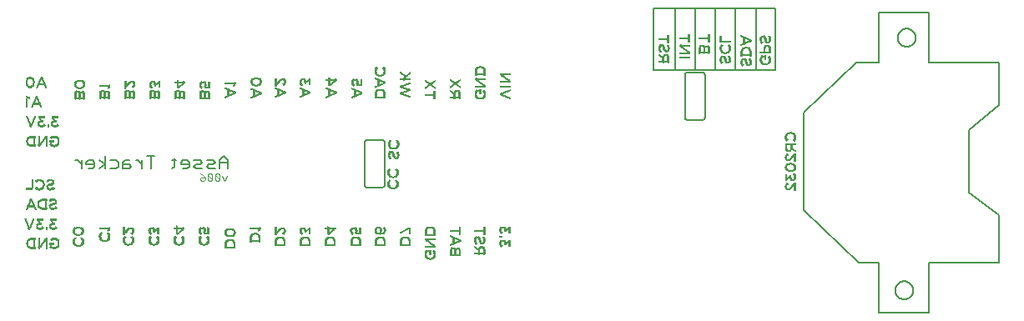
<source format=gbo>
G75*
%MOIN*%
%OFA0B0*%
%FSLAX25Y25*%
%IPPOS*%
%LPD*%
%AMOC8*
5,1,8,0,0,1.08239X$1,22.5*
%
%ADD10R,0.00040X0.00440*%
%ADD11R,0.00040X0.01000*%
%ADD12R,0.00040X0.01320*%
%ADD13R,0.00040X0.01840*%
%ADD14R,0.00040X0.00760*%
%ADD15R,0.00040X0.00800*%
%ADD16R,0.00040X0.01560*%
%ADD17R,0.00040X0.02080*%
%ADD18R,0.00040X0.00720*%
%ADD19R,0.00040X0.00760*%
%ADD20R,0.00040X0.01760*%
%ADD21R,0.00040X0.02280*%
%ADD22R,0.00040X0.01960*%
%ADD23R,0.00040X0.02400*%
%ADD24R,0.00040X0.02120*%
%ADD25R,0.00040X0.02480*%
%ADD26R,0.00040X0.02240*%
%ADD27R,0.00040X0.02560*%
%ADD28R,0.00040X0.02680*%
%ADD29R,0.00040X0.02520*%
%ADD30R,0.00040X0.02720*%
%ADD31R,0.00040X0.02600*%
%ADD32R,0.00040X0.02800*%
%ADD33R,0.00040X0.00720*%
%ADD34R,0.00040X0.02720*%
%ADD35R,0.00040X0.02880*%
%ADD36R,0.00040X0.02800*%
%ADD37R,0.00040X0.02920*%
%ADD38R,0.00040X0.00720*%
%ADD39R,0.00040X0.02840*%
%ADD40R,0.00040X0.02960*%
%ADD41R,0.00040X0.03040*%
%ADD42R,0.00040X0.00800*%
%ADD43R,0.00040X0.03080*%
%ADD44R,0.00040X0.01520*%
%ADD45R,0.00040X0.01120*%
%ADD46R,0.00040X0.03120*%
%ADD47R,0.00040X0.01280*%
%ADD48R,0.00040X0.01000*%
%ADD49R,0.00040X0.03160*%
%ADD50R,0.00040X0.00720*%
%ADD51R,0.00040X0.01120*%
%ADD52R,0.00040X0.00880*%
%ADD53R,0.00040X0.03200*%
%ADD54R,0.00040X0.01360*%
%ADD55R,0.00040X0.00840*%
%ADD56R,0.00040X0.01240*%
%ADD57R,0.00040X0.01160*%
%ADD58R,0.00040X0.00640*%
%ADD59R,0.00040X0.01080*%
%ADD60R,0.00040X0.00560*%
%ADD61R,0.00040X0.01040*%
%ADD62R,0.00040X0.00480*%
%ADD63R,0.00040X0.00360*%
%ADD64R,0.00040X0.00960*%
%ADD65R,0.00040X0.00280*%
%ADD66R,0.00040X0.00200*%
%ADD67R,0.00040X0.00960*%
%ADD68R,0.00040X0.00120*%
%ADD69R,0.00040X0.03400*%
%ADD70R,0.00040X0.00040*%
%ADD71R,0.00040X0.03320*%
%ADD72R,0.00040X0.00840*%
%ADD73R,0.00040X0.03320*%
%ADD74R,0.00040X0.00840*%
%ADD75R,0.00040X0.03240*%
%ADD76R,0.00040X0.03160*%
%ADD77R,0.00040X0.03000*%
%ADD78R,0.00040X0.02920*%
%ADD79R,0.00040X0.01200*%
%ADD80R,0.00040X0.02920*%
%ADD81R,0.00040X0.01280*%
%ADD82R,0.00040X0.01440*%
%ADD83R,0.00040X0.01680*%
%ADD84R,0.00040X0.01840*%
%ADD85R,0.00040X0.01880*%
%ADD86R,0.00040X0.02040*%
%ADD87R,0.00040X0.02080*%
%ADD88R,0.00040X0.02040*%
%ADD89R,0.00040X0.01640*%
%ADD90R,0.00040X0.01520*%
%ADD91R,0.00040X0.01400*%
%ADD92R,0.00040X0.00680*%
%ADD93R,0.00040X0.01040*%
%ADD94R,0.00040X0.00920*%
%ADD95R,0.00040X0.00680*%
%ADD96R,0.00040X0.00880*%
%ADD97R,0.00040X0.00080*%
%ADD98R,0.00040X0.00200*%
%ADD99R,0.00040X0.01040*%
%ADD100R,0.00040X0.00320*%
%ADD101R,0.00040X0.01480*%
%ADD102R,0.00040X0.00400*%
%ADD103R,0.00040X0.01080*%
%ADD104R,0.00040X0.00480*%
%ADD105R,0.00040X0.01160*%
%ADD106R,0.00040X0.01400*%
%ADD107R,0.00040X0.00600*%
%ADD108R,0.00040X0.01320*%
%ADD109R,0.00040X0.01240*%
%ADD110R,0.00040X0.03120*%
%ADD111R,0.00040X0.02760*%
%ADD112R,0.00040X0.02920*%
%ADD113R,0.00040X0.02600*%
%ADD114R,0.00040X0.02880*%
%ADD115R,0.00040X0.02160*%
%ADD116R,0.00040X0.02040*%
%ADD117R,0.00040X0.02480*%
%ADD118R,0.00040X0.01920*%
%ADD119R,0.00040X0.01720*%
%ADD120R,0.00040X0.01600*%
%ADD121R,0.00040X0.01800*%
%ADD122R,0.00040X0.02000*%
%ADD123R,0.00040X0.02280*%
%ADD124R,0.00040X0.02520*%
%ADD125R,0.00040X0.02640*%
%ADD126R,0.00040X0.02840*%
%ADD127R,0.00040X0.01360*%
%ADD128R,0.00040X0.00640*%
%ADD129R,0.00040X0.00520*%
%ADD130R,0.00040X0.00440*%
%ADD131R,0.00040X0.00280*%
%ADD132R,0.00040X0.00080*%
%ADD133R,0.00040X0.00840*%
%ADD134R,0.00040X0.00120*%
%ADD135R,0.00040X0.00920*%
%ADD136R,0.00040X0.01320*%
%ADD137R,0.00040X0.03240*%
%ADD138R,0.00040X0.02760*%
%ADD139R,0.00040X0.02560*%
%ADD140R,0.00040X0.02440*%
%ADD141R,0.00040X0.02200*%
%ADD142R,0.00040X0.01640*%
%ADD143R,0.00040X0.00640*%
%ADD144R,0.00040X0.00640*%
%ADD145R,0.00040X0.01240*%
%ADD146R,0.00040X0.01560*%
%ADD147R,0.00040X0.00920*%
%ADD148R,0.00040X0.00920*%
%ADD149R,0.00040X0.01600*%
%ADD150R,0.00040X0.01440*%
%ADD151R,0.00040X0.01240*%
%ADD152R,0.00040X0.03360*%
%ADD153R,0.00040X0.01120*%
%ADD154R,0.00040X0.03360*%
%ADD155R,0.00040X0.01440*%
%ADD156R,0.00040X0.01320*%
%ADD157R,0.00040X0.02240*%
%ADD158R,0.00040X0.02120*%
%ADD159R,0.00040X0.02400*%
%ADD160R,0.00040X0.02240*%
%ADD161R,0.00040X0.03000*%
%ADD162R,0.00040X0.02840*%
%ADD163R,0.00040X0.03280*%
%ADD164R,0.00040X0.01040*%
%ADD165R,0.00040X0.02040*%
%ADD166R,0.00040X0.02200*%
%ADD167R,0.00040X0.02320*%
%ADD168R,0.00040X0.01440*%
%ADD169R,0.00040X0.01800*%
%ADD170R,0.00040X0.03040*%
%ADD171R,0.00040X0.03120*%
%ADD172R,0.00040X0.01640*%
%ADD173R,0.00040X0.00160*%
%ADD174R,0.00040X0.00240*%
%ADD175R,0.00040X0.00320*%
%ADD176R,0.00040X0.00600*%
%ADD177R,0.00040X0.03240*%
%ADD178R,0.00040X0.03080*%
%ADD179R,0.00040X0.02960*%
%ADD180R,0.00040X0.03200*%
%ADD181R,0.00040X0.03120*%
%ADD182R,0.00040X0.03040*%
%ADD183R,0.00040X0.02360*%
%ADD184R,0.00040X0.02720*%
%ADD185R,0.00040X0.01920*%
%ADD186R,0.00040X0.02640*%
%ADD187R,0.00040X0.01720*%
%ADD188R,0.00040X0.01680*%
%ADD189R,0.00040X0.01120*%
%ADD190R,0.00040X0.03040*%
%ADD191R,0.00040X0.01640*%
%ADD192R,0.00040X0.01840*%
%ADD193R,0.00040X0.01920*%
%ADD194R,0.00040X0.02320*%
%ADD195R,0.00040X0.00520*%
%ADD196R,0.00040X0.00240*%
%ADD197R,0.00040X0.00160*%
%ADD198R,0.00040X0.02440*%
%ADD199R,0.00040X0.01760*%
%ADD200R,0.00040X0.00120*%
%ADD201R,0.00040X0.00120*%
%ADD202R,0.00040X0.00240*%
%ADD203R,0.00040X0.00520*%
%ADD204R,0.00040X0.00520*%
%ADD205R,0.00520X0.00040*%
%ADD206R,0.00920X0.00040*%
%ADD207R,0.00760X0.00040*%
%ADD208R,0.00800X0.00040*%
%ADD209R,0.01160X0.00040*%
%ADD210R,0.00720X0.00040*%
%ADD211R,0.01360X0.00040*%
%ADD212R,0.00760X0.00040*%
%ADD213R,0.01520X0.00040*%
%ADD214R,0.00040X0.02680*%
%ADD215R,0.01680X0.00040*%
%ADD216R,0.01800X0.00040*%
%ADD217R,0.01920X0.00040*%
%ADD218R,0.02040X0.00040*%
%ADD219R,0.02120X0.00040*%
%ADD220R,0.00720X0.00040*%
%ADD221R,0.02200X0.00040*%
%ADD222R,0.02320X0.00040*%
%ADD223R,0.02400X0.00040*%
%ADD224R,0.02480X0.00040*%
%ADD225R,0.00800X0.00040*%
%ADD226R,0.02520X0.00040*%
%ADD227R,0.00040X0.02720*%
%ADD228R,0.02600X0.00040*%
%ADD229R,0.02680X0.00040*%
%ADD230R,0.01080X0.00040*%
%ADD231R,0.01040X0.00040*%
%ADD232R,0.00720X0.00040*%
%ADD233R,0.01000X0.00040*%
%ADD234R,0.01000X0.00040*%
%ADD235R,0.00960X0.00040*%
%ADD236R,0.00920X0.00040*%
%ADD237R,0.00880X0.00040*%
%ADD238R,0.00880X0.00040*%
%ADD239R,0.00840X0.00040*%
%ADD240R,0.00840X0.00040*%
%ADD241R,0.03400X0.00040*%
%ADD242R,0.03400X0.00040*%
%ADD243R,0.03320X0.00040*%
%ADD244R,0.03240X0.00040*%
%ADD245R,0.03240X0.00040*%
%ADD246R,0.03160X0.00040*%
%ADD247R,0.03080X0.00040*%
%ADD248R,0.03080X0.00040*%
%ADD249R,0.03000X0.00040*%
%ADD250R,0.02920X0.00040*%
%ADD251R,0.00720X0.00040*%
%ADD252R,0.00680X0.00040*%
%ADD253R,0.00680X0.00040*%
%ADD254R,0.01480X0.00040*%
%ADD255R,0.01400X0.00040*%
%ADD256R,0.01320X0.00040*%
%ADD257R,0.01320X0.00040*%
%ADD258R,0.01240X0.00040*%
%ADD259R,0.01160X0.00040*%
%ADD260R,0.02440X0.00040*%
%ADD261R,0.02280X0.00040*%
%ADD262R,0.01640X0.00040*%
%ADD263R,0.01320X0.00040*%
%ADD264R,0.00080X0.00040*%
%ADD265R,0.00240X0.00040*%
%ADD266R,0.00400X0.00040*%
%ADD267R,0.00560X0.00040*%
%ADD268R,0.01560X0.00040*%
%ADD269R,0.01600X0.00040*%
%ADD270R,0.01600X0.00040*%
%ADD271R,0.01560X0.00040*%
%ADD272R,0.01440X0.00040*%
%ADD273R,0.01200X0.00040*%
%ADD274R,0.00920X0.00040*%
%ADD275R,0.00440X0.00040*%
%ADD276R,0.00600X0.00040*%
%ADD277R,0.01400X0.00040*%
%ADD278R,0.02920X0.00040*%
%ADD279R,0.01760X0.00040*%
%ADD280R,0.01960X0.00040*%
%ADD281R,0.02000X0.00040*%
%ADD282R,0.02120X0.00040*%
%ADD283R,0.02240X0.00040*%
%ADD284R,0.02280X0.00040*%
%ADD285R,0.02520X0.00040*%
%ADD286R,0.02640X0.00040*%
%ADD287R,0.02720X0.00040*%
%ADD288R,0.02720X0.00040*%
%ADD289R,0.02800X0.00040*%
%ADD290R,0.02840X0.00040*%
%ADD291R,0.02840X0.00040*%
%ADD292R,0.02960X0.00040*%
%ADD293R,0.03040X0.00040*%
%ADD294R,0.03040X0.00040*%
%ADD295R,0.03120X0.00040*%
%ADD296R,0.01520X0.00040*%
%ADD297R,0.01120X0.00040*%
%ADD298R,0.03200X0.00040*%
%ADD299R,0.01280X0.00040*%
%ADD300R,0.01360X0.00040*%
%ADD301R,0.00640X0.00040*%
%ADD302R,0.00640X0.00040*%
%ADD303R,0.00480X0.00040*%
%ADD304R,0.00520X0.00040*%
%ADD305R,0.00360X0.00040*%
%ADD306R,0.00440X0.00040*%
%ADD307R,0.00280X0.00040*%
%ADD308R,0.00200X0.00040*%
%ADD309R,0.00280X0.00040*%
%ADD310R,0.00120X0.00040*%
%ADD311R,0.00200X0.00040*%
%ADD312R,0.00080X0.00040*%
%ADD313R,0.00040X0.00040*%
%ADD314R,0.00840X0.00040*%
%ADD315R,0.01080X0.00040*%
%ADD316R,0.01280X0.00040*%
%ADD317R,0.01680X0.00040*%
%ADD318R,0.01840X0.00040*%
%ADD319R,0.01880X0.00040*%
%ADD320R,0.02080X0.00040*%
%ADD321R,0.02080X0.00040*%
%ADD322R,0.02040X0.00040*%
%ADD323R,0.01640X0.00040*%
%ADD324R,0.01520X0.00040*%
%ADD325R,0.01040X0.00040*%
%ADD326R,0.00320X0.00040*%
%ADD327R,0.00640X0.00040*%
%ADD328R,0.00480X0.00040*%
%ADD329R,0.01040X0.00040*%
%ADD330R,0.01120X0.00040*%
%ADD331R,0.01240X0.00040*%
%ADD332R,0.02760X0.00040*%
%ADD333R,0.02880X0.00040*%
%ADD334R,0.02600X0.00040*%
%ADD335R,0.02760X0.00040*%
%ADD336R,0.02560X0.00040*%
%ADD337R,0.02160X0.00040*%
%ADD338R,0.02040X0.00040*%
%ADD339R,0.02200X0.00040*%
%ADD340R,0.01920X0.00040*%
%ADD341R,0.01720X0.00040*%
%ADD342R,0.00960X0.00040*%
%ADD343R,0.01840X0.00040*%
%ADD344R,0.02560X0.00040*%
%ADD345R,0.02800X0.00040*%
%ADD346R,0.02920X0.00040*%
%ADD347R,0.03160X0.00040*%
%ADD348R,0.01040X0.00040*%
%ADD349R,0.03320X0.00040*%
%ADD350R,0.00840X0.00040*%
%ADD351R,0.03320X0.00040*%
%ADD352R,0.02920X0.00040*%
%ADD353R,0.03120X0.00040*%
%ADD354R,0.02880X0.00040*%
%ADD355R,0.02480X0.00040*%
%ADD356R,0.01240X0.00040*%
%ADD357R,0.01640X0.00040*%
%ADD358R,0.02360X0.00040*%
%ADD359R,0.01320X0.00040*%
%ADD360R,0.00320X0.00040*%
%ADD361R,0.00240X0.00040*%
%ADD362R,0.00160X0.00040*%
%ADD363R,0.01440X0.00040*%
%ADD364R,0.01760X0.00040*%
%ADD365R,0.01720X0.00040*%
%ADD366R,0.01640X0.00040*%
%ADD367R,0.02720X0.00040*%
%ADD368R,0.02720X0.00040*%
%ADD369R,0.01840X0.00040*%
%ADD370R,0.01880X0.00040*%
%ADD371R,0.02240X0.00040*%
%ADD372R,0.02640X0.00040*%
%ADD373R,0.03200X0.00040*%
%ADD374R,0.03040X0.00040*%
%ADD375R,0.03280X0.00040*%
%ADD376R,0.03360X0.00040*%
%ADD377R,0.03120X0.00040*%
%ADD378R,0.01200X0.00040*%
%ADD379R,0.01120X0.00040*%
%ADD380R,0.01480X0.00040*%
%ADD381R,0.01800X0.00040*%
%ADD382R,0.00920X0.00040*%
%ADD383R,0.01520X0.00040*%
%ADD384R,0.00360X0.00040*%
%ADD385R,0.01120X0.00040*%
%ADD386C,0.00400*%
%ADD387C,0.00700*%
%ADD388R,0.00040X0.02640*%
%ADD389R,0.00040X0.01520*%
%ADD390R,0.00040X0.02120*%
%ADD391R,0.00040X0.03280*%
%ADD392R,0.00040X0.02520*%
%ADD393R,0.00040X0.02520*%
%ADD394R,0.00040X0.02120*%
%ADD395R,0.00040X0.01720*%
%ADD396R,0.00040X0.01480*%
%ADD397R,0.00040X0.03440*%
%ADD398R,0.00040X0.03480*%
%ADD399R,0.00040X0.03480*%
%ADD400R,0.00040X0.03520*%
%ADD401R,0.00040X0.03520*%
%ADD402R,0.00040X0.03560*%
%ADD403R,0.00040X0.03560*%
%ADD404R,0.00040X0.02320*%
%ADD405R,0.00040X0.00400*%
%ADD406R,0.00040X0.03400*%
%ADD407R,0.00040X0.03240*%
%ADD408R,0.00040X0.01880*%
%ADD409R,0.00040X0.01200*%
%ADD410R,0.00040X0.01520*%
%ADD411R,0.00040X0.00360*%
%ADD412R,0.00040X0.01920*%
%ADD413R,0.00040X0.00560*%
%ADD414R,0.00040X0.00040*%
%ADD415R,0.00040X0.00240*%
%ADD416R,0.00040X0.03440*%
%ADD417R,0.00040X0.03520*%
%ADD418R,0.00040X0.03520*%
%ADD419R,0.00040X0.01960*%
%ADD420R,0.00040X0.03320*%
%ADD421R,0.00040X0.00040*%
%ADD422R,0.00040X0.00440*%
%ADD423R,0.00040X0.02640*%
%ADD424R,0.00040X0.02440*%
%ADD425R,0.00040X0.02360*%
%ADD426R,0.00040X0.02240*%
%ADD427R,0.00040X0.02440*%
%ADD428R,0.00040X0.01720*%
%ADD429R,0.00040X0.03440*%
%ADD430R,0.00040X0.03600*%
%ADD431C,0.00800*%
%ADD432R,0.00040X0.02840*%
%ADD433C,0.00600*%
%ADD434C,0.00500*%
D10*
X0117378Y0100793D03*
X0193138Y0137733D03*
X0230158Y0157633D03*
X0324642Y0170337D03*
X0332942Y0169337D03*
X0226538Y0098133D03*
X0210158Y0093533D03*
D11*
X0210358Y0093413D03*
X0210198Y0091173D03*
X0210158Y0091133D03*
X0207678Y0091093D03*
X0210598Y0095693D03*
X0210078Y0102853D03*
X0200158Y0098833D03*
X0197798Y0098793D03*
X0190158Y0098793D03*
X0187798Y0098753D03*
X0188758Y0100833D03*
X0187478Y0101153D03*
X0190438Y0101233D03*
X0180358Y0098793D03*
X0177998Y0098753D03*
X0177078Y0101793D03*
X0177758Y0102673D03*
X0179038Y0102713D03*
X0170158Y0098793D03*
X0167798Y0098753D03*
X0160158Y0098793D03*
X0157798Y0098753D03*
X0156878Y0101793D03*
X0150438Y0102633D03*
X0150398Y0100913D03*
X0148678Y0102153D03*
X0148638Y0102113D03*
X0148598Y0102073D03*
X0148438Y0101873D03*
X0148398Y0101833D03*
X0148358Y0101793D03*
X0148198Y0101593D03*
X0148158Y0101553D03*
X0147958Y0101313D03*
X0147798Y0098753D03*
X0150158Y0098793D03*
X0140158Y0100293D03*
X0137798Y0100253D03*
X0130398Y0100233D03*
X0130398Y0102073D03*
X0130358Y0102113D03*
X0127598Y0102073D03*
X0127598Y0100233D03*
X0127638Y0100193D03*
X0127798Y0097753D03*
X0130158Y0097793D03*
X0119978Y0099113D03*
X0119858Y0096833D03*
X0119778Y0096753D03*
X0119738Y0096713D03*
X0117378Y0096753D03*
X0117338Y0096793D03*
X0117298Y0096833D03*
X0109858Y0096833D03*
X0109778Y0096753D03*
X0109738Y0096713D03*
X0107378Y0096753D03*
X0107338Y0096793D03*
X0107298Y0096833D03*
X0109978Y0099113D03*
X0110258Y0102673D03*
X0110298Y0102713D03*
X0116458Y0101833D03*
X0117138Y0102753D03*
X0118378Y0102793D03*
X0119098Y0101913D03*
X0117178Y0100873D03*
X0099978Y0099113D03*
X0099858Y0096833D03*
X0099778Y0096753D03*
X0099738Y0096713D03*
X0097378Y0096753D03*
X0097338Y0096793D03*
X0097298Y0096833D03*
X0089658Y0096833D03*
X0089578Y0096753D03*
X0089538Y0096713D03*
X0087178Y0096753D03*
X0087138Y0096793D03*
X0087098Y0096833D03*
X0089778Y0099113D03*
X0089778Y0100953D03*
X0090498Y0101913D03*
X0088338Y0102473D03*
X0088258Y0102393D03*
X0088178Y0102313D03*
X0088138Y0102273D03*
X0088098Y0102233D03*
X0088058Y0102193D03*
X0087978Y0102113D03*
X0087698Y0101753D03*
X0087658Y0101713D03*
X0087578Y0101633D03*
X0087538Y0101593D03*
X0087498Y0101553D03*
X0087298Y0101273D03*
X0087178Y0101153D03*
X0087138Y0101113D03*
X0087098Y0101073D03*
X0087058Y0101033D03*
X0080278Y0100613D03*
X0080158Y0098333D03*
X0080078Y0098253D03*
X0080038Y0098213D03*
X0077678Y0098253D03*
X0077638Y0098293D03*
X0077598Y0098333D03*
X0069778Y0098613D03*
X0069698Y0100693D03*
X0069778Y0100773D03*
X0069778Y0102613D03*
X0069738Y0102653D03*
X0069698Y0102693D03*
X0067058Y0102693D03*
X0066978Y0102613D03*
X0066938Y0102573D03*
X0066978Y0100773D03*
X0067058Y0100693D03*
X0067098Y0096333D03*
X0067138Y0096293D03*
X0067178Y0096253D03*
X0069538Y0096213D03*
X0069578Y0096253D03*
X0069658Y0096333D03*
X0098258Y0102753D03*
X0192798Y0119333D03*
X0192838Y0119293D03*
X0192878Y0119253D03*
X0195238Y0119213D03*
X0195278Y0119253D03*
X0195358Y0119333D03*
X0195478Y0121613D03*
X0195238Y0123713D03*
X0195278Y0123753D03*
X0195358Y0123833D03*
X0195478Y0126113D03*
X0192878Y0123753D03*
X0192838Y0123793D03*
X0192798Y0123833D03*
X0192898Y0131053D03*
X0192178Y0132173D03*
X0193778Y0133133D03*
X0195778Y0132973D03*
X0194858Y0131173D03*
X0195578Y0135293D03*
X0195698Y0137573D03*
X0193058Y0135253D03*
X0197278Y0156793D03*
X0197278Y0159513D03*
X0200438Y0158153D03*
X0208878Y0160413D03*
X0218878Y0160753D03*
X0227678Y0155193D03*
X0230158Y0155233D03*
X0230198Y0155273D03*
X0230358Y0157513D03*
X0230598Y0159793D03*
X0237198Y0156473D03*
X0237238Y0156473D03*
X0240598Y0161673D03*
X0230078Y0166953D03*
X0190678Y0161093D03*
X0190078Y0157813D03*
X0190198Y0164453D03*
X0187678Y0164413D03*
X0187638Y0164453D03*
X0179458Y0162073D03*
X0178178Y0162033D03*
X0177498Y0161153D03*
X0181378Y0156993D03*
X0171178Y0157093D03*
X0171138Y0162133D03*
X0160678Y0157193D03*
X0156798Y0161353D03*
X0150558Y0162193D03*
X0148798Y0161713D03*
X0148758Y0161673D03*
X0148558Y0161433D03*
X0148478Y0161353D03*
X0148278Y0161113D03*
X0148078Y0160873D03*
X0148038Y0160833D03*
X0147838Y0160593D03*
X0150878Y0157193D03*
X0141178Y0156893D03*
X0138058Y0160453D03*
X0140778Y0162373D03*
X0130878Y0157093D03*
X0118758Y0161073D03*
X0117478Y0161033D03*
X0116798Y0160153D03*
X0110638Y0161133D03*
X0096798Y0160353D03*
X0090358Y0161193D03*
X0088598Y0160713D03*
X0088558Y0160673D03*
X0088358Y0160433D03*
X0088278Y0160353D03*
X0088078Y0160113D03*
X0087878Y0159873D03*
X0087838Y0159833D03*
X0087638Y0159593D03*
X0070278Y0161373D03*
X0067558Y0159453D03*
X0220398Y0094513D03*
X0220758Y0097993D03*
X0220798Y0097993D03*
X0226578Y0098133D03*
X0227298Y0097013D03*
X0229258Y0097133D03*
X0230178Y0098933D03*
X0228178Y0099093D03*
X0236678Y0096813D03*
X0236678Y0102133D03*
X0351398Y0118693D03*
X0351438Y0120413D03*
X0353158Y0119173D03*
X0353198Y0119213D03*
X0353238Y0119253D03*
X0353398Y0119453D03*
X0353438Y0119493D03*
X0353478Y0119533D03*
X0353638Y0119733D03*
X0353678Y0119773D03*
X0353878Y0120013D03*
X0354958Y0123333D03*
X0354238Y0126333D03*
X0354238Y0128173D03*
X0354198Y0128213D03*
X0351438Y0128173D03*
X0351438Y0126333D03*
X0351478Y0126293D03*
X0351398Y0130373D03*
X0351438Y0132093D03*
X0353158Y0130853D03*
X0353198Y0130893D03*
X0353238Y0130933D03*
X0353398Y0131133D03*
X0353438Y0131173D03*
X0353478Y0131213D03*
X0353638Y0131413D03*
X0353678Y0131453D03*
X0353878Y0131693D03*
X0351438Y0138253D03*
X0351558Y0140533D03*
X0354078Y0140573D03*
X0344042Y0168917D03*
X0344082Y0168957D03*
X0344242Y0171197D03*
X0341562Y0168877D03*
X0336582Y0170137D03*
X0334582Y0170297D03*
X0332982Y0169337D03*
X0333702Y0168217D03*
X0335662Y0168337D03*
X0336262Y0174697D03*
X0333902Y0174657D03*
X0336862Y0177977D03*
X0336902Y0177977D03*
X0340682Y0178397D03*
X0341402Y0177277D03*
X0343362Y0177397D03*
X0344282Y0179197D03*
X0342282Y0179357D03*
X0328202Y0175737D03*
X0328082Y0173457D03*
X0328282Y0171137D03*
X0326282Y0171297D03*
X0324682Y0170337D03*
X0325402Y0169217D03*
X0327362Y0169337D03*
X0325562Y0173417D03*
X0312282Y0173117D03*
X0309002Y0175757D03*
X0303782Y0175657D03*
X0301782Y0175817D03*
X0300182Y0174857D03*
X0300902Y0173737D03*
X0302862Y0173857D03*
D12*
X0324722Y0170337D03*
X0333022Y0169337D03*
X0340722Y0178397D03*
X0354318Y0124213D03*
X0237318Y0095933D03*
X0226618Y0098133D03*
X0207718Y0098173D03*
X0192218Y0132173D03*
X0181018Y0156993D03*
X0190318Y0161093D03*
X0170818Y0157093D03*
X0160318Y0157193D03*
X0150518Y0157193D03*
X0140818Y0156893D03*
X0130518Y0157093D03*
X0227718Y0162273D03*
D13*
X0333022Y0172677D03*
X0196918Y0096813D03*
X0186918Y0096773D03*
X0177118Y0096773D03*
X0166918Y0096773D03*
X0156918Y0096773D03*
X0146918Y0096773D03*
X0136918Y0098273D03*
X0126918Y0095773D03*
X0098418Y0102213D03*
D14*
X0097818Y0102993D03*
X0097418Y0102913D03*
X0089218Y0102913D03*
X0089018Y0102873D03*
X0088618Y0096313D03*
X0088218Y0096313D03*
X0088018Y0096353D03*
X0087818Y0096393D03*
X0079118Y0097813D03*
X0078718Y0097813D03*
X0078518Y0097853D03*
X0078318Y0097893D03*
X0068618Y0095813D03*
X0068218Y0095813D03*
X0068018Y0095853D03*
X0067818Y0095893D03*
X0068218Y0100253D03*
X0068418Y0100253D03*
X0068618Y0100253D03*
X0067818Y0100293D03*
X0067418Y0102933D03*
X0067818Y0103093D03*
X0068218Y0103133D03*
X0068418Y0103133D03*
X0068618Y0103093D03*
X0098018Y0096393D03*
X0098218Y0096353D03*
X0098418Y0096313D03*
X0098818Y0096313D03*
X0108018Y0096393D03*
X0108218Y0096353D03*
X0108418Y0096313D03*
X0108818Y0096313D03*
X0108818Y0101353D03*
X0107418Y0102833D03*
X0110618Y0102833D03*
X0118018Y0102993D03*
X0118018Y0096393D03*
X0118218Y0096353D03*
X0118418Y0096313D03*
X0118818Y0096313D03*
X0128718Y0098193D03*
X0128918Y0098233D03*
X0129118Y0098233D03*
X0129318Y0098193D03*
X0129518Y0098153D03*
X0129518Y0099753D03*
X0129118Y0099713D03*
X0128918Y0099713D03*
X0128718Y0099713D03*
X0128518Y0099753D03*
X0128118Y0102433D03*
X0128518Y0102553D03*
X0128718Y0102593D03*
X0128918Y0102593D03*
X0129118Y0102593D03*
X0129318Y0102553D03*
X0138718Y0100693D03*
X0138918Y0100733D03*
X0139118Y0100733D03*
X0139318Y0100693D03*
X0139518Y0100653D03*
X0148718Y0099193D03*
X0148918Y0099233D03*
X0149118Y0099233D03*
X0149318Y0099193D03*
X0149518Y0099153D03*
X0149718Y0102873D03*
X0149918Y0102873D03*
X0158318Y0102913D03*
X0158918Y0099233D03*
X0159118Y0099233D03*
X0159318Y0099193D03*
X0159518Y0099153D03*
X0158718Y0099193D03*
X0168718Y0099193D03*
X0168918Y0099233D03*
X0169118Y0099233D03*
X0169318Y0099193D03*
X0169518Y0099153D03*
X0178918Y0099193D03*
X0179118Y0099233D03*
X0179318Y0099233D03*
X0179518Y0099193D03*
X0179718Y0099153D03*
X0179118Y0101113D03*
X0187718Y0100913D03*
X0188318Y0100753D03*
X0189518Y0100753D03*
X0189718Y0100793D03*
X0189918Y0100873D03*
X0189518Y0099153D03*
X0189318Y0099193D03*
X0189118Y0099233D03*
X0188918Y0099233D03*
X0188718Y0099193D03*
X0198718Y0099233D03*
X0198918Y0099273D03*
X0199118Y0099273D03*
X0199318Y0099233D03*
X0199518Y0099193D03*
X0207718Y0093813D03*
X0208318Y0090733D03*
X0208518Y0090693D03*
X0208718Y0090653D03*
X0208918Y0090653D03*
X0209118Y0090653D03*
X0209318Y0090693D03*
X0210918Y0095573D03*
X0216918Y0096193D03*
X0217118Y0096273D03*
X0217918Y0094953D03*
X0218518Y0094833D03*
X0220118Y0094713D03*
X0219518Y0098673D03*
X0219318Y0098753D03*
X0219118Y0098833D03*
X0217918Y0099353D03*
X0217718Y0099433D03*
X0217518Y0099513D03*
X0217318Y0099593D03*
X0209318Y0103253D03*
X0209118Y0103293D03*
X0208918Y0103293D03*
X0208718Y0103293D03*
X0208518Y0103253D03*
X0227418Y0099253D03*
X0229018Y0095293D03*
X0229618Y0095373D03*
X0238118Y0097933D03*
X0238118Y0103253D03*
X0194318Y0118813D03*
X0193918Y0118813D03*
X0193718Y0118853D03*
X0193518Y0118893D03*
X0193918Y0123313D03*
X0193718Y0123353D03*
X0193518Y0123393D03*
X0194318Y0123313D03*
X0193018Y0133293D03*
X0194218Y0134773D03*
X0194418Y0134773D03*
X0194618Y0134813D03*
X0194818Y0134853D03*
X0228518Y0154793D03*
X0228718Y0154753D03*
X0228918Y0154753D03*
X0229118Y0154753D03*
X0229318Y0154793D03*
X0228318Y0154833D03*
X0227718Y0157913D03*
X0230918Y0159673D03*
X0236918Y0156473D03*
X0238118Y0155993D03*
X0238318Y0155913D03*
X0238518Y0155833D03*
X0238718Y0155753D03*
X0238918Y0155673D03*
X0239118Y0155593D03*
X0239318Y0157473D03*
X0239518Y0157553D03*
X0239718Y0157633D03*
X0240918Y0161553D03*
X0229318Y0167353D03*
X0229118Y0167393D03*
X0228918Y0167393D03*
X0228718Y0167393D03*
X0228518Y0167353D03*
X0219318Y0157753D03*
X0200918Y0160873D03*
X0200718Y0160793D03*
X0200318Y0160673D03*
X0200118Y0160593D03*
X0199718Y0160473D03*
X0199518Y0160393D03*
X0198318Y0156313D03*
X0198718Y0156193D03*
X0198918Y0156113D03*
X0199318Y0155993D03*
X0199518Y0155913D03*
X0199918Y0155793D03*
X0200118Y0155713D03*
X0190918Y0161093D03*
X0189718Y0161653D03*
X0189518Y0161733D03*
X0189318Y0161813D03*
X0188518Y0162173D03*
X0187718Y0162493D03*
X0187518Y0162573D03*
X0187118Y0162773D03*
X0186918Y0162853D03*
X0188518Y0163973D03*
X0188718Y0163933D03*
X0188918Y0163933D03*
X0189118Y0163933D03*
X0189318Y0163973D03*
X0188518Y0160013D03*
X0187318Y0159493D03*
X0187118Y0159413D03*
X0186918Y0159333D03*
X0188518Y0158213D03*
X0188718Y0158253D03*
X0188918Y0158253D03*
X0189118Y0158253D03*
X0189318Y0158213D03*
X0181618Y0156993D03*
X0180418Y0157553D03*
X0180218Y0157633D03*
X0180018Y0157713D03*
X0179218Y0158073D03*
X0178418Y0158393D03*
X0178218Y0158473D03*
X0177818Y0158673D03*
X0177618Y0158753D03*
X0179218Y0155913D03*
X0178018Y0155393D03*
X0177818Y0155313D03*
X0177618Y0155233D03*
X0171418Y0157093D03*
X0170218Y0157653D03*
X0170018Y0157733D03*
X0169818Y0157813D03*
X0169018Y0158173D03*
X0168218Y0158493D03*
X0168018Y0158573D03*
X0167618Y0158773D03*
X0167418Y0158853D03*
X0169018Y0156013D03*
X0167818Y0155493D03*
X0167618Y0155413D03*
X0167418Y0155333D03*
X0170018Y0161093D03*
X0171418Y0162253D03*
X0178418Y0162233D03*
X0160918Y0157193D03*
X0159718Y0157753D03*
X0159518Y0157833D03*
X0159318Y0157913D03*
X0158518Y0158273D03*
X0157718Y0158593D03*
X0157518Y0158673D03*
X0157118Y0158873D03*
X0156918Y0158953D03*
X0158518Y0156113D03*
X0157318Y0155593D03*
X0157118Y0155513D03*
X0156918Y0155433D03*
X0151118Y0157193D03*
X0149918Y0157753D03*
X0149718Y0157833D03*
X0149518Y0157913D03*
X0148718Y0158273D03*
X0147918Y0158593D03*
X0147718Y0158673D03*
X0147318Y0158873D03*
X0147118Y0158953D03*
X0148718Y0156113D03*
X0147518Y0155593D03*
X0147318Y0155513D03*
X0147118Y0155433D03*
X0141418Y0156893D03*
X0140218Y0157453D03*
X0140018Y0157533D03*
X0139818Y0157613D03*
X0139018Y0157973D03*
X0138218Y0158293D03*
X0138018Y0158373D03*
X0137618Y0158573D03*
X0137418Y0158653D03*
X0138818Y0160053D03*
X0139018Y0160013D03*
X0139218Y0159973D03*
X0139418Y0159973D03*
X0139618Y0159973D03*
X0139818Y0160013D03*
X0140018Y0160053D03*
X0140018Y0162773D03*
X0139818Y0162813D03*
X0139618Y0162853D03*
X0139418Y0162853D03*
X0139218Y0162853D03*
X0139018Y0162813D03*
X0138818Y0162773D03*
X0129918Y0157653D03*
X0129718Y0157733D03*
X0129518Y0157813D03*
X0128718Y0158173D03*
X0127918Y0158493D03*
X0127718Y0158573D03*
X0127318Y0158773D03*
X0127118Y0158853D03*
X0128718Y0156013D03*
X0127518Y0155493D03*
X0127318Y0155413D03*
X0127118Y0155333D03*
X0131118Y0157093D03*
X0137418Y0155133D03*
X0137618Y0155213D03*
X0137818Y0155293D03*
X0139018Y0155813D03*
X0149718Y0162393D03*
X0149918Y0162433D03*
X0150118Y0162433D03*
X0157718Y0162433D03*
X0118318Y0157633D03*
X0117718Y0161233D03*
X0110918Y0161253D03*
X0109518Y0160093D03*
X0108318Y0157733D03*
X0098318Y0157833D03*
X0097718Y0161433D03*
X0089918Y0161433D03*
X0089718Y0161433D03*
X0089518Y0161393D03*
X0088318Y0157833D03*
X0078318Y0157733D03*
X0069518Y0159053D03*
X0069318Y0159013D03*
X0069118Y0158973D03*
X0068918Y0158973D03*
X0068718Y0158973D03*
X0068518Y0159013D03*
X0068318Y0159053D03*
X0068318Y0157533D03*
X0068318Y0161773D03*
X0068518Y0161813D03*
X0068718Y0161853D03*
X0068918Y0161853D03*
X0069118Y0161853D03*
X0069318Y0161813D03*
X0069518Y0161773D03*
X0301022Y0175977D03*
X0308722Y0175877D03*
X0303222Y0172137D03*
X0302622Y0172057D03*
X0317818Y0175833D03*
X0325522Y0171457D03*
X0326722Y0172937D03*
X0326922Y0172937D03*
X0327122Y0172977D03*
X0327322Y0173017D03*
X0333022Y0176177D03*
X0333222Y0176257D03*
X0334822Y0175097D03*
X0335022Y0175137D03*
X0335222Y0175137D03*
X0335422Y0175097D03*
X0335622Y0175057D03*
X0333822Y0170457D03*
X0342522Y0168437D03*
X0342722Y0168437D03*
X0342922Y0168437D03*
X0343122Y0168477D03*
X0343322Y0168517D03*
X0343122Y0175757D03*
X0343722Y0175797D03*
X0341522Y0179517D03*
X0335622Y0178657D03*
X0335422Y0178737D03*
X0335222Y0178817D03*
X0334022Y0179337D03*
X0333822Y0179417D03*
X0333622Y0179497D03*
X0333422Y0179577D03*
X0352318Y0140973D03*
X0352518Y0141013D03*
X0352718Y0141053D03*
X0352918Y0141053D03*
X0352518Y0133853D03*
X0351918Y0133773D03*
X0351918Y0130133D03*
X0352118Y0130133D03*
X0352318Y0128653D03*
X0352718Y0128693D03*
X0352918Y0128693D03*
X0353118Y0128693D03*
X0353318Y0128653D03*
X0353718Y0125973D03*
X0353318Y0125853D03*
X0353118Y0125813D03*
X0352918Y0125813D03*
X0352718Y0125813D03*
X0352518Y0125853D03*
X0353518Y0122213D03*
X0352118Y0118453D03*
X0351918Y0118453D03*
D15*
X0351718Y0118473D03*
X0352318Y0118513D03*
X0352518Y0118593D03*
X0353318Y0122273D03*
X0354118Y0122313D03*
X0353518Y0125913D03*
X0353918Y0126073D03*
X0352318Y0125873D03*
X0352118Y0125913D03*
X0351918Y0125993D03*
X0351918Y0128513D03*
X0352118Y0128593D03*
X0353518Y0128593D03*
X0352518Y0130273D03*
X0352318Y0130193D03*
X0351718Y0130153D03*
X0351718Y0133833D03*
X0354718Y0133833D03*
X0353318Y0140993D03*
X0353118Y0141033D03*
X0352118Y0140913D03*
X0343522Y0168577D03*
X0342322Y0168497D03*
X0342122Y0168537D03*
X0336422Y0168237D03*
X0335822Y0168197D03*
X0334422Y0170437D03*
X0334422Y0174997D03*
X0334622Y0175077D03*
X0335822Y0174997D03*
X0333222Y0179677D03*
X0333022Y0179757D03*
X0327522Y0173077D03*
X0326522Y0172957D03*
X0326322Y0172997D03*
X0326122Y0171437D03*
X0327522Y0169197D03*
X0328122Y0169237D03*
X0319618Y0175613D03*
X0317218Y0175813D03*
X0312522Y0173017D03*
X0303622Y0173757D03*
X0303022Y0173717D03*
X0303422Y0172077D03*
X0300422Y0172077D03*
X0301622Y0175957D03*
X0342122Y0179497D03*
X0343522Y0177257D03*
X0344122Y0177297D03*
X0343922Y0175737D03*
X0240918Y0158093D03*
X0240718Y0158013D03*
X0240518Y0157933D03*
X0240318Y0157853D03*
X0240118Y0157773D03*
X0239918Y0157693D03*
X0239318Y0155493D03*
X0239518Y0155413D03*
X0239718Y0155333D03*
X0239918Y0155253D03*
X0240118Y0155173D03*
X0240318Y0155093D03*
X0240518Y0155013D03*
X0240718Y0154933D03*
X0240918Y0154853D03*
X0229718Y0154933D03*
X0229518Y0154853D03*
X0220118Y0161573D03*
X0219718Y0161293D03*
X0218318Y0160253D03*
X0217918Y0159973D03*
X0217518Y0159693D03*
X0210118Y0161233D03*
X0209718Y0160953D03*
X0208318Y0159913D03*
X0207918Y0159633D03*
X0207518Y0159353D03*
X0200718Y0158173D03*
X0199718Y0155853D03*
X0200318Y0155653D03*
X0200518Y0155573D03*
X0200718Y0155533D03*
X0200918Y0155453D03*
X0200518Y0160733D03*
X0198118Y0162453D03*
X0189718Y0164113D03*
X0189518Y0164033D03*
X0188318Y0164033D03*
X0187318Y0162673D03*
X0188318Y0158153D03*
X0188118Y0158073D03*
X0189518Y0158153D03*
X0179218Y0162253D03*
X0178018Y0158573D03*
X0170418Y0161433D03*
X0170218Y0161273D03*
X0169818Y0160913D03*
X0169618Y0160753D03*
X0169418Y0160593D03*
X0169218Y0160433D03*
X0167818Y0158673D03*
X0157318Y0158773D03*
X0150318Y0162373D03*
X0149518Y0162333D03*
X0147518Y0158773D03*
X0140418Y0160193D03*
X0140218Y0160113D03*
X0138618Y0160113D03*
X0138418Y0160193D03*
X0137818Y0158473D03*
X0138418Y0162633D03*
X0138618Y0162713D03*
X0140218Y0162713D03*
X0140418Y0162633D03*
X0127518Y0158673D03*
X0120118Y0157413D03*
X0117718Y0157613D03*
X0118518Y0161253D03*
X0109918Y0160433D03*
X0109718Y0160273D03*
X0109318Y0159913D03*
X0109118Y0159753D03*
X0108918Y0159593D03*
X0108718Y0159433D03*
X0107718Y0157713D03*
X0110118Y0157513D03*
X0100118Y0157613D03*
X0097718Y0157813D03*
X0090118Y0157613D03*
X0087718Y0157813D03*
X0089318Y0161333D03*
X0090118Y0161373D03*
X0080118Y0157513D03*
X0077718Y0157713D03*
X0070118Y0157313D03*
X0069718Y0159113D03*
X0069918Y0159193D03*
X0068118Y0159113D03*
X0067918Y0159193D03*
X0067718Y0157513D03*
X0067918Y0161633D03*
X0068118Y0161713D03*
X0069718Y0161713D03*
X0069918Y0161633D03*
X0068018Y0103113D03*
X0069218Y0102993D03*
X0069218Y0100393D03*
X0068018Y0100273D03*
X0067418Y0100433D03*
X0068418Y0095833D03*
X0068818Y0095873D03*
X0069018Y0095913D03*
X0078918Y0097833D03*
X0079318Y0097873D03*
X0088418Y0096333D03*
X0088818Y0096373D03*
X0089018Y0096413D03*
X0089618Y0100813D03*
X0089418Y0102893D03*
X0088818Y0102813D03*
X0098018Y0102933D03*
X0098618Y0096333D03*
X0099018Y0096373D03*
X0108618Y0096333D03*
X0109018Y0096373D03*
X0109218Y0096413D03*
X0108418Y0101013D03*
X0109218Y0101693D03*
X0109418Y0101853D03*
X0117218Y0100853D03*
X0118618Y0096333D03*
X0119018Y0096373D03*
X0128318Y0098093D03*
X0128518Y0098173D03*
X0129718Y0098093D03*
X0129718Y0099813D03*
X0129918Y0099893D03*
X0128318Y0099813D03*
X0127918Y0102333D03*
X0128318Y0102493D03*
X0129518Y0102533D03*
X0129718Y0102493D03*
X0129918Y0102413D03*
X0138318Y0100593D03*
X0138518Y0100673D03*
X0139718Y0100593D03*
X0148318Y0099093D03*
X0148518Y0099173D03*
X0149718Y0099093D03*
X0149318Y0102733D03*
X0149518Y0102813D03*
X0150118Y0102853D03*
X0157718Y0102813D03*
X0158518Y0102853D03*
X0158518Y0099173D03*
X0158318Y0099093D03*
X0159718Y0099093D03*
X0168318Y0099093D03*
X0168518Y0099173D03*
X0169718Y0099093D03*
X0168518Y0100733D03*
X0168718Y0100893D03*
X0168918Y0101053D03*
X0169118Y0101213D03*
X0169318Y0101413D03*
X0169518Y0101573D03*
X0169718Y0101733D03*
X0169918Y0101893D03*
X0178518Y0099093D03*
X0178718Y0099173D03*
X0179918Y0099093D03*
X0188318Y0099093D03*
X0188518Y0099173D03*
X0189718Y0099093D03*
X0190118Y0100973D03*
X0187718Y0103053D03*
X0197118Y0101173D03*
X0197718Y0101493D03*
X0198118Y0101693D03*
X0198318Y0101813D03*
X0198718Y0102013D03*
X0198918Y0102133D03*
X0199118Y0102213D03*
X0199318Y0102333D03*
X0199718Y0102533D03*
X0199918Y0102653D03*
X0200118Y0102733D03*
X0200318Y0102853D03*
X0199718Y0099133D03*
X0198518Y0099213D03*
X0198318Y0099133D03*
X0208118Y0103113D03*
X0208318Y0103193D03*
X0209518Y0103193D03*
X0216918Y0099773D03*
X0217118Y0099693D03*
X0226818Y0095313D03*
X0229818Y0095313D03*
X0229418Y0096993D03*
X0230018Y0097033D03*
X0228018Y0099233D03*
X0236718Y0099513D03*
X0236918Y0099513D03*
X0237118Y0099513D03*
X0237318Y0099513D03*
X0237518Y0099513D03*
X0237518Y0097833D03*
X0238318Y0097873D03*
X0238318Y0103193D03*
X0237518Y0103153D03*
X0209718Y0090833D03*
X0209518Y0090753D03*
X0194518Y0118873D03*
X0194118Y0118833D03*
X0194118Y0123333D03*
X0194518Y0123373D03*
X0195018Y0131033D03*
X0195618Y0131073D03*
X0193618Y0133273D03*
X0194018Y0134793D03*
X0193818Y0134833D03*
X0195018Y0134913D03*
X0228118Y0167213D03*
X0228318Y0167293D03*
X0229518Y0167293D03*
D16*
X0228038Y0162153D03*
X0229878Y0160073D03*
X0238038Y0164033D03*
X0239878Y0161953D03*
X0218478Y0160753D03*
X0208478Y0160413D03*
X0159078Y0161513D03*
X0130678Y0160453D03*
X0130638Y0160453D03*
X0130598Y0160453D03*
X0130558Y0160453D03*
X0099078Y0160513D03*
X0080478Y0159453D03*
X0080438Y0159453D03*
X0080398Y0159453D03*
X0080358Y0159453D03*
X0080398Y0102533D03*
X0080278Y0102533D03*
X0098738Y0101993D03*
X0109658Y0102433D03*
X0116538Y0101793D03*
X0140438Y0102493D03*
X0140478Y0102493D03*
X0140558Y0102493D03*
X0140798Y0102493D03*
X0150998Y0101833D03*
X0159158Y0101953D03*
X0208038Y0098053D03*
X0209878Y0095973D03*
X0226658Y0098133D03*
X0228378Y0098733D03*
X0238958Y0096973D03*
X0238958Y0102293D03*
X0193978Y0132773D03*
X0192258Y0132173D03*
X0300262Y0174857D03*
X0301982Y0175457D03*
X0311562Y0173397D03*
X0324762Y0170337D03*
X0326482Y0170937D03*
X0333062Y0169337D03*
X0334782Y0169937D03*
X0340762Y0178397D03*
X0342482Y0178997D03*
X0350838Y0131173D03*
X0352678Y0123173D03*
X0350838Y0119493D03*
D17*
X0340842Y0170257D03*
X0337142Y0172797D03*
X0335062Y0169397D03*
X0335102Y0169357D03*
X0335182Y0169237D03*
X0333062Y0172797D03*
X0326882Y0170237D03*
X0326802Y0170357D03*
X0326762Y0170397D03*
X0320498Y0173813D03*
X0302382Y0174757D03*
X0302302Y0174877D03*
X0302262Y0174917D03*
X0342762Y0178457D03*
X0342802Y0178417D03*
X0342882Y0178297D03*
X0230958Y0165053D03*
X0226878Y0165053D03*
X0226958Y0156573D03*
X0190958Y0155913D03*
X0186878Y0155913D03*
X0177738Y0161093D03*
X0194258Y0132233D03*
X0194298Y0132193D03*
X0194378Y0132073D03*
X0187158Y0101973D03*
X0186958Y0096893D03*
X0191038Y0096893D03*
X0196958Y0096933D03*
X0201038Y0096933D03*
X0206878Y0100953D03*
X0210958Y0100953D03*
X0221078Y0092893D03*
X0228778Y0098033D03*
X0228698Y0098153D03*
X0228658Y0098193D03*
X0206958Y0092473D03*
X0181238Y0096893D03*
X0177158Y0096893D03*
X0171038Y0096893D03*
X0166958Y0096893D03*
X0161038Y0096893D03*
X0156958Y0096893D03*
X0151038Y0096893D03*
X0146958Y0096893D03*
X0141038Y0098393D03*
X0136958Y0098393D03*
X0131038Y0095893D03*
X0126958Y0095893D03*
X0066538Y0101673D03*
X0070998Y0155513D03*
X0080998Y0155713D03*
X0090998Y0155813D03*
X0100998Y0155813D03*
X0110998Y0155713D03*
X0117038Y0160093D03*
X0120998Y0155613D03*
D18*
X0120358Y0154933D03*
X0120278Y0154933D03*
X0120238Y0154933D03*
X0120198Y0154933D03*
X0120158Y0154933D03*
X0120078Y0154933D03*
X0120038Y0154933D03*
X0119998Y0154933D03*
X0119958Y0154933D03*
X0119878Y0154933D03*
X0119838Y0154933D03*
X0119798Y0154933D03*
X0119758Y0154933D03*
X0119678Y0154933D03*
X0119638Y0154933D03*
X0119598Y0154933D03*
X0119558Y0154933D03*
X0119478Y0154933D03*
X0119438Y0154933D03*
X0119398Y0154933D03*
X0119358Y0154933D03*
X0119278Y0154933D03*
X0119238Y0154933D03*
X0118598Y0154933D03*
X0118558Y0154933D03*
X0118478Y0154933D03*
X0118438Y0154933D03*
X0118398Y0154933D03*
X0118358Y0154933D03*
X0118278Y0154933D03*
X0118238Y0154933D03*
X0118198Y0154933D03*
X0118158Y0154933D03*
X0118078Y0154933D03*
X0118038Y0154933D03*
X0117998Y0154933D03*
X0117958Y0154933D03*
X0117878Y0154933D03*
X0117838Y0154933D03*
X0117798Y0154933D03*
X0117758Y0154933D03*
X0117678Y0154933D03*
X0117638Y0154933D03*
X0117598Y0154933D03*
X0117558Y0154933D03*
X0117478Y0154933D03*
X0117958Y0157693D03*
X0117998Y0157693D03*
X0118038Y0157693D03*
X0118078Y0157693D03*
X0118158Y0157693D03*
X0119438Y0157333D03*
X0127358Y0155433D03*
X0127438Y0155473D03*
X0127758Y0155593D03*
X0127838Y0155633D03*
X0128758Y0156033D03*
X0128798Y0156033D03*
X0128838Y0156073D03*
X0128878Y0156073D03*
X0129158Y0156193D03*
X0129198Y0156233D03*
X0129238Y0156233D03*
X0129278Y0156273D03*
X0129358Y0156273D03*
X0129598Y0156393D03*
X0129638Y0156393D03*
X0129678Y0156433D03*
X0129758Y0156473D03*
X0129798Y0156473D03*
X0130038Y0156593D03*
X0130078Y0156593D03*
X0130158Y0156633D03*
X0130238Y0156673D03*
X0130278Y0156673D03*
X0130038Y0157593D03*
X0129958Y0157633D03*
X0129878Y0157673D03*
X0129838Y0157673D03*
X0129598Y0157793D03*
X0129558Y0157793D03*
X0129478Y0157833D03*
X0129398Y0157873D03*
X0129038Y0158033D03*
X0128998Y0158033D03*
X0127998Y0158473D03*
X0127998Y0160873D03*
X0128038Y0160873D03*
X0128078Y0160873D03*
X0128158Y0160873D03*
X0128198Y0160873D03*
X0128238Y0160873D03*
X0128278Y0160873D03*
X0128358Y0160873D03*
X0128398Y0160873D03*
X0128438Y0160873D03*
X0128478Y0160873D03*
X0128558Y0160873D03*
X0128598Y0160873D03*
X0128638Y0160873D03*
X0128678Y0160873D03*
X0128758Y0160873D03*
X0128798Y0160873D03*
X0128838Y0160873D03*
X0128878Y0160873D03*
X0128958Y0160873D03*
X0128998Y0160873D03*
X0129038Y0160873D03*
X0129078Y0160873D03*
X0129158Y0160873D03*
X0129198Y0160873D03*
X0129238Y0160873D03*
X0129278Y0160873D03*
X0129358Y0160873D03*
X0129398Y0160873D03*
X0129438Y0160873D03*
X0129478Y0160873D03*
X0129558Y0160873D03*
X0129598Y0160873D03*
X0129638Y0160873D03*
X0129678Y0160873D03*
X0129758Y0160873D03*
X0129798Y0160873D03*
X0129838Y0160873D03*
X0129878Y0160873D03*
X0129958Y0160873D03*
X0129998Y0160873D03*
X0130038Y0160873D03*
X0130078Y0160873D03*
X0130158Y0160873D03*
X0130198Y0160873D03*
X0130238Y0160873D03*
X0130278Y0160873D03*
X0130358Y0160873D03*
X0130398Y0160873D03*
X0130438Y0160873D03*
X0130478Y0160873D03*
X0130478Y0160073D03*
X0127958Y0160873D03*
X0127878Y0160873D03*
X0127838Y0160873D03*
X0127798Y0160873D03*
X0127758Y0160873D03*
X0127678Y0160873D03*
X0127638Y0160873D03*
X0127598Y0160873D03*
X0127558Y0160873D03*
X0127478Y0160873D03*
X0127438Y0160873D03*
X0127398Y0160873D03*
X0127358Y0160873D03*
X0127278Y0160873D03*
X0127238Y0160873D03*
X0127198Y0160873D03*
X0127158Y0160873D03*
X0127078Y0160873D03*
X0127038Y0160873D03*
X0118438Y0161293D03*
X0118278Y0161333D03*
X0118238Y0161333D03*
X0118198Y0161333D03*
X0118158Y0161333D03*
X0118078Y0161333D03*
X0118038Y0161333D03*
X0117998Y0161333D03*
X0117878Y0161293D03*
X0117838Y0161293D03*
X0110958Y0161273D03*
X0109998Y0161273D03*
X0109958Y0161273D03*
X0109878Y0161273D03*
X0109838Y0161273D03*
X0109798Y0161273D03*
X0109758Y0161273D03*
X0109678Y0161273D03*
X0109638Y0161273D03*
X0109598Y0161273D03*
X0109558Y0161273D03*
X0109478Y0161273D03*
X0109438Y0161273D03*
X0109398Y0161273D03*
X0109358Y0161273D03*
X0109278Y0161273D03*
X0109238Y0161273D03*
X0109198Y0161273D03*
X0109158Y0161273D03*
X0109078Y0161273D03*
X0109038Y0161273D03*
X0108998Y0161273D03*
X0108958Y0161273D03*
X0108878Y0161273D03*
X0108838Y0161273D03*
X0108798Y0161273D03*
X0108758Y0161273D03*
X0108678Y0161273D03*
X0108638Y0161273D03*
X0108598Y0161273D03*
X0108558Y0161273D03*
X0108478Y0161273D03*
X0108438Y0161273D03*
X0108398Y0161273D03*
X0107758Y0161273D03*
X0107678Y0161273D03*
X0107638Y0161273D03*
X0107598Y0161273D03*
X0107558Y0161273D03*
X0107478Y0161273D03*
X0107438Y0161273D03*
X0107398Y0161273D03*
X0107358Y0161273D03*
X0107278Y0161273D03*
X0107238Y0161273D03*
X0107198Y0161273D03*
X0107158Y0161273D03*
X0107078Y0161273D03*
X0107038Y0161273D03*
X0106998Y0161273D03*
X0106958Y0161273D03*
X0106878Y0161273D03*
X0106838Y0161273D03*
X0107958Y0157793D03*
X0107998Y0157793D03*
X0108038Y0157793D03*
X0108078Y0157793D03*
X0108158Y0157793D03*
X0109438Y0157433D03*
X0109438Y0155033D03*
X0109478Y0155033D03*
X0109558Y0155033D03*
X0109598Y0155033D03*
X0109638Y0155033D03*
X0109678Y0155033D03*
X0109758Y0155033D03*
X0109798Y0155033D03*
X0109838Y0155033D03*
X0109878Y0155033D03*
X0109958Y0155033D03*
X0109998Y0155033D03*
X0110038Y0155033D03*
X0110078Y0155033D03*
X0110158Y0155033D03*
X0110198Y0155033D03*
X0110238Y0155033D03*
X0110278Y0155033D03*
X0110358Y0155033D03*
X0109398Y0155033D03*
X0109358Y0155033D03*
X0109278Y0155033D03*
X0109238Y0155033D03*
X0108598Y0155033D03*
X0108558Y0155033D03*
X0108478Y0155033D03*
X0108438Y0155033D03*
X0108398Y0155033D03*
X0108358Y0155033D03*
X0108278Y0155033D03*
X0108238Y0155033D03*
X0108198Y0155033D03*
X0108158Y0155033D03*
X0108078Y0155033D03*
X0108038Y0155033D03*
X0107998Y0155033D03*
X0107958Y0155033D03*
X0107878Y0155033D03*
X0107838Y0155033D03*
X0107798Y0155033D03*
X0107758Y0155033D03*
X0107678Y0155033D03*
X0107638Y0155033D03*
X0107598Y0155033D03*
X0107558Y0155033D03*
X0107478Y0155033D03*
X0100358Y0155133D03*
X0100278Y0155133D03*
X0100238Y0155133D03*
X0100198Y0155133D03*
X0100158Y0155133D03*
X0100078Y0155133D03*
X0100038Y0155133D03*
X0099998Y0155133D03*
X0099958Y0155133D03*
X0099878Y0155133D03*
X0099838Y0155133D03*
X0099798Y0155133D03*
X0099758Y0155133D03*
X0099678Y0155133D03*
X0099638Y0155133D03*
X0099598Y0155133D03*
X0099558Y0155133D03*
X0099478Y0155133D03*
X0099438Y0155133D03*
X0099398Y0155133D03*
X0099358Y0155133D03*
X0099278Y0155133D03*
X0099238Y0155133D03*
X0098598Y0155133D03*
X0098558Y0155133D03*
X0098478Y0155133D03*
X0098438Y0155133D03*
X0098398Y0155133D03*
X0098358Y0155133D03*
X0098278Y0155133D03*
X0098238Y0155133D03*
X0098198Y0155133D03*
X0098158Y0155133D03*
X0098078Y0155133D03*
X0098038Y0155133D03*
X0097998Y0155133D03*
X0097958Y0155133D03*
X0097878Y0155133D03*
X0097838Y0155133D03*
X0097798Y0155133D03*
X0097758Y0155133D03*
X0097678Y0155133D03*
X0097638Y0155133D03*
X0097598Y0155133D03*
X0097558Y0155133D03*
X0097478Y0155133D03*
X0097958Y0157893D03*
X0097998Y0157893D03*
X0098038Y0157893D03*
X0098078Y0157893D03*
X0098158Y0157893D03*
X0099438Y0157533D03*
X0098198Y0161493D03*
X0098158Y0161493D03*
X0098078Y0161493D03*
X0098038Y0161493D03*
X0097998Y0161493D03*
X0097958Y0161493D03*
X0089438Y0157533D03*
X0088158Y0157893D03*
X0088078Y0157893D03*
X0088038Y0157893D03*
X0087998Y0157893D03*
X0087958Y0157893D03*
X0087958Y0155133D03*
X0087998Y0155133D03*
X0088038Y0155133D03*
X0088078Y0155133D03*
X0088158Y0155133D03*
X0088198Y0155133D03*
X0088238Y0155133D03*
X0088278Y0155133D03*
X0088358Y0155133D03*
X0088398Y0155133D03*
X0088438Y0155133D03*
X0088478Y0155133D03*
X0088558Y0155133D03*
X0088598Y0155133D03*
X0089238Y0155133D03*
X0089278Y0155133D03*
X0089358Y0155133D03*
X0089398Y0155133D03*
X0089438Y0155133D03*
X0089478Y0155133D03*
X0089558Y0155133D03*
X0089598Y0155133D03*
X0089638Y0155133D03*
X0089678Y0155133D03*
X0089758Y0155133D03*
X0089798Y0155133D03*
X0089838Y0155133D03*
X0089878Y0155133D03*
X0089958Y0155133D03*
X0089998Y0155133D03*
X0090038Y0155133D03*
X0090078Y0155133D03*
X0090158Y0155133D03*
X0090198Y0155133D03*
X0090238Y0155133D03*
X0090278Y0155133D03*
X0090358Y0155133D03*
X0087878Y0155133D03*
X0087838Y0155133D03*
X0087798Y0155133D03*
X0087758Y0155133D03*
X0087678Y0155133D03*
X0087638Y0155133D03*
X0087598Y0155133D03*
X0087558Y0155133D03*
X0087478Y0155133D03*
X0080358Y0155033D03*
X0080278Y0155033D03*
X0080238Y0155033D03*
X0080198Y0155033D03*
X0080158Y0155033D03*
X0080078Y0155033D03*
X0080038Y0155033D03*
X0079998Y0155033D03*
X0079958Y0155033D03*
X0079878Y0155033D03*
X0079838Y0155033D03*
X0079798Y0155033D03*
X0079758Y0155033D03*
X0079678Y0155033D03*
X0079638Y0155033D03*
X0079598Y0155033D03*
X0079558Y0155033D03*
X0079478Y0155033D03*
X0079438Y0155033D03*
X0079398Y0155033D03*
X0079358Y0155033D03*
X0079278Y0155033D03*
X0079238Y0155033D03*
X0078598Y0155033D03*
X0078558Y0155033D03*
X0078478Y0155033D03*
X0078438Y0155033D03*
X0078398Y0155033D03*
X0078358Y0155033D03*
X0078278Y0155033D03*
X0078238Y0155033D03*
X0078198Y0155033D03*
X0078158Y0155033D03*
X0078078Y0155033D03*
X0078038Y0155033D03*
X0077998Y0155033D03*
X0077958Y0155033D03*
X0077878Y0155033D03*
X0077838Y0155033D03*
X0077798Y0155033D03*
X0077758Y0155033D03*
X0077678Y0155033D03*
X0077638Y0155033D03*
X0077598Y0155033D03*
X0077558Y0155033D03*
X0077478Y0155033D03*
X0077958Y0157793D03*
X0077998Y0157793D03*
X0078038Y0157793D03*
X0078078Y0157793D03*
X0078158Y0157793D03*
X0079438Y0157433D03*
X0080278Y0159073D03*
X0080278Y0159873D03*
X0080238Y0159873D03*
X0080198Y0159873D03*
X0080158Y0159873D03*
X0080078Y0159873D03*
X0080038Y0159873D03*
X0079998Y0159873D03*
X0079958Y0159873D03*
X0079878Y0159873D03*
X0079838Y0159873D03*
X0079798Y0159873D03*
X0079758Y0159873D03*
X0079678Y0159873D03*
X0079638Y0159873D03*
X0079598Y0159873D03*
X0079558Y0159873D03*
X0079478Y0159873D03*
X0079438Y0159873D03*
X0079398Y0159873D03*
X0079358Y0159873D03*
X0079278Y0159873D03*
X0079238Y0159873D03*
X0079198Y0159873D03*
X0079158Y0159873D03*
X0079078Y0159873D03*
X0079038Y0159873D03*
X0078998Y0159873D03*
X0078958Y0159873D03*
X0078878Y0159873D03*
X0078838Y0159873D03*
X0078798Y0159873D03*
X0078758Y0159873D03*
X0078678Y0159873D03*
X0078638Y0159873D03*
X0078598Y0159873D03*
X0078558Y0159873D03*
X0078478Y0159873D03*
X0078438Y0159873D03*
X0078398Y0159873D03*
X0078358Y0159873D03*
X0078278Y0159873D03*
X0078238Y0159873D03*
X0078198Y0159873D03*
X0078158Y0159873D03*
X0078078Y0159873D03*
X0078038Y0159873D03*
X0077998Y0159873D03*
X0077958Y0159873D03*
X0077878Y0159873D03*
X0077838Y0159873D03*
X0077798Y0159873D03*
X0077758Y0159873D03*
X0077678Y0159873D03*
X0077638Y0159873D03*
X0077598Y0159873D03*
X0077558Y0159873D03*
X0077478Y0159873D03*
X0077438Y0159873D03*
X0077398Y0159873D03*
X0077358Y0159873D03*
X0077278Y0159873D03*
X0077238Y0159873D03*
X0077198Y0159873D03*
X0077158Y0159873D03*
X0077078Y0159873D03*
X0077038Y0159873D03*
X0076998Y0159873D03*
X0076958Y0159873D03*
X0076878Y0159873D03*
X0076838Y0159873D03*
X0069238Y0158993D03*
X0068598Y0158993D03*
X0068158Y0157593D03*
X0068078Y0157593D03*
X0068038Y0157593D03*
X0067998Y0157593D03*
X0067958Y0157593D03*
X0069438Y0157233D03*
X0069438Y0154833D03*
X0069478Y0154833D03*
X0069558Y0154833D03*
X0069598Y0154833D03*
X0069638Y0154833D03*
X0069678Y0154833D03*
X0069758Y0154833D03*
X0069798Y0154833D03*
X0069838Y0154833D03*
X0069878Y0154833D03*
X0069958Y0154833D03*
X0069998Y0154833D03*
X0070038Y0154833D03*
X0070078Y0154833D03*
X0070158Y0154833D03*
X0070198Y0154833D03*
X0070238Y0154833D03*
X0070278Y0154833D03*
X0070358Y0154833D03*
X0069398Y0154833D03*
X0069358Y0154833D03*
X0069278Y0154833D03*
X0069238Y0154833D03*
X0068598Y0154833D03*
X0068558Y0154833D03*
X0068478Y0154833D03*
X0068438Y0154833D03*
X0068398Y0154833D03*
X0068358Y0154833D03*
X0068278Y0154833D03*
X0068238Y0154833D03*
X0068198Y0154833D03*
X0068158Y0154833D03*
X0068078Y0154833D03*
X0068038Y0154833D03*
X0067998Y0154833D03*
X0067958Y0154833D03*
X0067878Y0154833D03*
X0067838Y0154833D03*
X0067798Y0154833D03*
X0067758Y0154833D03*
X0067678Y0154833D03*
X0067638Y0154833D03*
X0067598Y0154833D03*
X0067558Y0154833D03*
X0067478Y0154833D03*
X0068598Y0161833D03*
X0137658Y0155233D03*
X0137738Y0155273D03*
X0138058Y0155393D03*
X0138138Y0155433D03*
X0139058Y0155833D03*
X0139098Y0155833D03*
X0139138Y0155873D03*
X0139178Y0155873D03*
X0139458Y0155993D03*
X0139498Y0156033D03*
X0139538Y0156033D03*
X0139578Y0156073D03*
X0139658Y0156073D03*
X0139898Y0156193D03*
X0139938Y0156193D03*
X0139978Y0156233D03*
X0140058Y0156273D03*
X0140098Y0156273D03*
X0140338Y0156393D03*
X0140378Y0156393D03*
X0140458Y0156433D03*
X0140538Y0156473D03*
X0140578Y0156473D03*
X0140338Y0157393D03*
X0140258Y0157433D03*
X0140178Y0157473D03*
X0140138Y0157473D03*
X0139898Y0157593D03*
X0139858Y0157593D03*
X0139778Y0157633D03*
X0139698Y0157673D03*
X0139338Y0157833D03*
X0139298Y0157833D03*
X0138298Y0158273D03*
X0139098Y0159993D03*
X0139738Y0159993D03*
X0139098Y0162833D03*
X0147998Y0158573D03*
X0148998Y0158133D03*
X0149038Y0158133D03*
X0149398Y0157973D03*
X0149478Y0157933D03*
X0149558Y0157893D03*
X0149598Y0157893D03*
X0149838Y0157773D03*
X0149878Y0157773D03*
X0149958Y0157733D03*
X0150038Y0157693D03*
X0150238Y0156773D03*
X0150278Y0156773D03*
X0150158Y0156733D03*
X0150078Y0156693D03*
X0150038Y0156693D03*
X0149798Y0156573D03*
X0149758Y0156573D03*
X0149678Y0156533D03*
X0149638Y0156493D03*
X0149598Y0156493D03*
X0149358Y0156373D03*
X0149278Y0156373D03*
X0149238Y0156333D03*
X0149198Y0156333D03*
X0149158Y0156293D03*
X0148878Y0156173D03*
X0148838Y0156173D03*
X0148798Y0156133D03*
X0148758Y0156133D03*
X0147838Y0155733D03*
X0147758Y0155693D03*
X0147438Y0155573D03*
X0147358Y0155533D03*
X0157158Y0155533D03*
X0157238Y0155573D03*
X0157558Y0155693D03*
X0157638Y0155733D03*
X0158558Y0156133D03*
X0158598Y0156133D03*
X0158638Y0156173D03*
X0158678Y0156173D03*
X0158958Y0156293D03*
X0158998Y0156333D03*
X0159038Y0156333D03*
X0159078Y0156373D03*
X0159158Y0156373D03*
X0159398Y0156493D03*
X0159438Y0156493D03*
X0159478Y0156533D03*
X0159558Y0156573D03*
X0159598Y0156573D03*
X0159838Y0156693D03*
X0159878Y0156693D03*
X0159958Y0156733D03*
X0160038Y0156773D03*
X0160078Y0156773D03*
X0159838Y0157693D03*
X0159758Y0157733D03*
X0159678Y0157773D03*
X0159638Y0157773D03*
X0159398Y0157893D03*
X0159358Y0157893D03*
X0159278Y0157933D03*
X0159198Y0157973D03*
X0158838Y0158133D03*
X0158798Y0158133D03*
X0157798Y0158573D03*
X0157958Y0162493D03*
X0157998Y0162493D03*
X0158038Y0162493D03*
X0158078Y0162493D03*
X0158158Y0162493D03*
X0158198Y0162493D03*
X0167338Y0162273D03*
X0167378Y0162273D03*
X0167458Y0162273D03*
X0167498Y0162273D03*
X0167538Y0162273D03*
X0167578Y0162273D03*
X0167658Y0162273D03*
X0167698Y0162273D03*
X0167738Y0162273D03*
X0167778Y0162273D03*
X0167858Y0162273D03*
X0167898Y0162273D03*
X0167938Y0162273D03*
X0167978Y0162273D03*
X0168058Y0162273D03*
X0168098Y0162273D03*
X0168138Y0162273D03*
X0168178Y0162273D03*
X0168258Y0162273D03*
X0168898Y0162273D03*
X0168938Y0162273D03*
X0168978Y0162273D03*
X0169058Y0162273D03*
X0169098Y0162273D03*
X0169138Y0162273D03*
X0169178Y0162273D03*
X0169258Y0162273D03*
X0169298Y0162273D03*
X0169338Y0162273D03*
X0169378Y0162273D03*
X0169458Y0162273D03*
X0169498Y0162273D03*
X0169538Y0162273D03*
X0169578Y0162273D03*
X0169658Y0162273D03*
X0169698Y0162273D03*
X0169738Y0162273D03*
X0169778Y0162273D03*
X0169858Y0162273D03*
X0169898Y0162273D03*
X0169938Y0162273D03*
X0169978Y0162273D03*
X0170058Y0162273D03*
X0170098Y0162273D03*
X0170138Y0162273D03*
X0170178Y0162273D03*
X0170258Y0162273D03*
X0170298Y0162273D03*
X0170338Y0162273D03*
X0170378Y0162273D03*
X0170458Y0162273D03*
X0170498Y0162273D03*
X0171458Y0162273D03*
X0169698Y0157873D03*
X0169778Y0157833D03*
X0169858Y0157793D03*
X0169898Y0157793D03*
X0170138Y0157673D03*
X0170178Y0157673D03*
X0170258Y0157633D03*
X0170338Y0157593D03*
X0170538Y0156673D03*
X0170578Y0156673D03*
X0170458Y0156633D03*
X0170378Y0156593D03*
X0170338Y0156593D03*
X0170098Y0156473D03*
X0170058Y0156473D03*
X0169978Y0156433D03*
X0169938Y0156393D03*
X0169898Y0156393D03*
X0169658Y0156273D03*
X0169578Y0156273D03*
X0169538Y0156233D03*
X0169498Y0156233D03*
X0169458Y0156193D03*
X0169178Y0156073D03*
X0169138Y0156073D03*
X0169098Y0156033D03*
X0169058Y0156033D03*
X0168138Y0155633D03*
X0168058Y0155593D03*
X0167738Y0155473D03*
X0167658Y0155433D03*
X0169298Y0158033D03*
X0169338Y0158033D03*
X0168298Y0158473D03*
X0177858Y0155333D03*
X0177938Y0155373D03*
X0178258Y0155493D03*
X0178338Y0155533D03*
X0179258Y0155933D03*
X0179298Y0155933D03*
X0179338Y0155973D03*
X0179378Y0155973D03*
X0179658Y0156093D03*
X0179698Y0156133D03*
X0179738Y0156133D03*
X0179778Y0156173D03*
X0179858Y0156173D03*
X0180098Y0156293D03*
X0180138Y0156293D03*
X0180178Y0156333D03*
X0180258Y0156373D03*
X0180298Y0156373D03*
X0180538Y0156493D03*
X0180578Y0156493D03*
X0180658Y0156533D03*
X0180738Y0156573D03*
X0180778Y0156573D03*
X0180538Y0157493D03*
X0180458Y0157533D03*
X0180378Y0157573D03*
X0180338Y0157573D03*
X0180098Y0157693D03*
X0180058Y0157693D03*
X0179978Y0157733D03*
X0179898Y0157773D03*
X0179538Y0157933D03*
X0179498Y0157933D03*
X0178498Y0158373D03*
X0178538Y0162293D03*
X0178578Y0162293D03*
X0178698Y0162333D03*
X0178738Y0162333D03*
X0178778Y0162333D03*
X0178858Y0162333D03*
X0178898Y0162333D03*
X0178938Y0162333D03*
X0178978Y0162333D03*
X0179138Y0162293D03*
X0187158Y0159433D03*
X0187238Y0159473D03*
X0187558Y0159593D03*
X0187638Y0159633D03*
X0188558Y0160033D03*
X0188598Y0160033D03*
X0188638Y0160073D03*
X0188678Y0160073D03*
X0188958Y0160193D03*
X0188998Y0160233D03*
X0189038Y0160233D03*
X0189078Y0160273D03*
X0189158Y0160273D03*
X0189398Y0160393D03*
X0189438Y0160393D03*
X0189478Y0160433D03*
X0189558Y0160473D03*
X0189598Y0160473D03*
X0189838Y0160593D03*
X0189878Y0160593D03*
X0189958Y0160633D03*
X0190038Y0160673D03*
X0190078Y0160673D03*
X0189838Y0161593D03*
X0189758Y0161633D03*
X0189678Y0161673D03*
X0189638Y0161673D03*
X0189398Y0161793D03*
X0189358Y0161793D03*
X0189278Y0161833D03*
X0189198Y0161873D03*
X0188838Y0162033D03*
X0188798Y0162033D03*
X0187798Y0162473D03*
X0187638Y0166873D03*
X0190238Y0166793D03*
X0198238Y0159973D03*
X0198278Y0159973D03*
X0197998Y0159893D03*
X0198558Y0160093D03*
X0198598Y0160093D03*
X0198638Y0160093D03*
X0198678Y0160133D03*
X0198758Y0160133D03*
X0198798Y0160173D03*
X0198838Y0160173D03*
X0198878Y0160173D03*
X0199158Y0160293D03*
X0199198Y0160293D03*
X0199238Y0160293D03*
X0199278Y0160333D03*
X0199438Y0160373D03*
X0199798Y0160493D03*
X0200038Y0160573D03*
X0199198Y0158733D03*
X0199158Y0158733D03*
X0199238Y0158693D03*
X0199278Y0158693D03*
X0199078Y0158773D03*
X0199038Y0158773D03*
X0198998Y0158773D03*
X0198678Y0158893D03*
X0198638Y0158893D03*
X0198598Y0158933D03*
X0198558Y0158933D03*
X0198478Y0158973D03*
X0198438Y0158973D03*
X0198398Y0158973D03*
X0198078Y0159093D03*
X0197998Y0159133D03*
X0197958Y0159133D03*
X0196878Y0159493D03*
X0198278Y0157293D03*
X0198398Y0157333D03*
X0198878Y0157493D03*
X0198998Y0157533D03*
X0199478Y0157693D03*
X0199598Y0157733D03*
X0199678Y0157773D03*
X0199758Y0158533D03*
X0199638Y0158573D03*
X0199598Y0158573D03*
X0200838Y0158173D03*
X0200878Y0158173D03*
X0198998Y0156093D03*
X0198878Y0156133D03*
X0198758Y0156173D03*
X0198398Y0156293D03*
X0198358Y0156293D03*
X0198278Y0156333D03*
X0198238Y0156333D03*
X0198198Y0156373D03*
X0198158Y0156373D03*
X0190278Y0155233D03*
X0190238Y0155233D03*
X0190198Y0155233D03*
X0190158Y0155233D03*
X0190078Y0155233D03*
X0190038Y0155233D03*
X0189998Y0155233D03*
X0189958Y0155233D03*
X0189878Y0155233D03*
X0189838Y0155233D03*
X0189798Y0155233D03*
X0189758Y0155233D03*
X0189678Y0155233D03*
X0189638Y0155233D03*
X0189598Y0155233D03*
X0189558Y0155233D03*
X0189478Y0155233D03*
X0189438Y0155233D03*
X0189398Y0155233D03*
X0189358Y0155233D03*
X0189278Y0155233D03*
X0189238Y0155233D03*
X0189198Y0155233D03*
X0189158Y0155233D03*
X0189078Y0155233D03*
X0189038Y0155233D03*
X0188998Y0155233D03*
X0188958Y0155233D03*
X0188878Y0155233D03*
X0188838Y0155233D03*
X0188798Y0155233D03*
X0188758Y0155233D03*
X0188678Y0155233D03*
X0188638Y0155233D03*
X0188598Y0155233D03*
X0188558Y0155233D03*
X0188478Y0155233D03*
X0188438Y0155233D03*
X0188398Y0155233D03*
X0188358Y0155233D03*
X0188278Y0155233D03*
X0188238Y0155233D03*
X0188198Y0155233D03*
X0188158Y0155233D03*
X0188078Y0155233D03*
X0188038Y0155233D03*
X0187998Y0155233D03*
X0187958Y0155233D03*
X0187878Y0155233D03*
X0187838Y0155233D03*
X0187798Y0155233D03*
X0187758Y0155233D03*
X0187678Y0155233D03*
X0187638Y0155233D03*
X0187598Y0155233D03*
X0187558Y0155233D03*
X0206838Y0156273D03*
X0206878Y0156273D03*
X0206958Y0156273D03*
X0206998Y0156273D03*
X0207038Y0156273D03*
X0207078Y0156273D03*
X0207158Y0156273D03*
X0207198Y0156273D03*
X0207238Y0156273D03*
X0207278Y0156273D03*
X0207358Y0156273D03*
X0207398Y0156273D03*
X0207438Y0156273D03*
X0207478Y0156273D03*
X0207558Y0156273D03*
X0207598Y0156273D03*
X0207638Y0156273D03*
X0207678Y0156273D03*
X0207758Y0156273D03*
X0207798Y0156273D03*
X0207838Y0156273D03*
X0207878Y0156273D03*
X0207958Y0156273D03*
X0207998Y0156273D03*
X0208038Y0156273D03*
X0208078Y0156273D03*
X0208158Y0156273D03*
X0208198Y0156273D03*
X0208238Y0156273D03*
X0208278Y0156273D03*
X0208358Y0156273D03*
X0208398Y0156273D03*
X0208438Y0156273D03*
X0208478Y0156273D03*
X0208558Y0156273D03*
X0208598Y0156273D03*
X0208638Y0156273D03*
X0208678Y0156273D03*
X0208758Y0156273D03*
X0208798Y0156273D03*
X0208838Y0156273D03*
X0208878Y0156273D03*
X0208958Y0156273D03*
X0208998Y0156273D03*
X0209038Y0156273D03*
X0209078Y0156273D03*
X0209158Y0156273D03*
X0209198Y0156273D03*
X0209238Y0156273D03*
X0209278Y0156273D03*
X0209358Y0156273D03*
X0209398Y0156273D03*
X0209438Y0156273D03*
X0209478Y0156273D03*
X0209558Y0156273D03*
X0209598Y0156273D03*
X0209638Y0156273D03*
X0209678Y0156273D03*
X0209758Y0156273D03*
X0209798Y0156273D03*
X0209838Y0156273D03*
X0209878Y0156273D03*
X0209958Y0156273D03*
X0209998Y0156273D03*
X0210038Y0156273D03*
X0210078Y0156273D03*
X0210158Y0156273D03*
X0210198Y0156273D03*
X0210238Y0156273D03*
X0210278Y0156273D03*
X0216838Y0155133D03*
X0216878Y0155133D03*
X0216958Y0155133D03*
X0216998Y0155133D03*
X0217038Y0155133D03*
X0217078Y0155133D03*
X0217158Y0155133D03*
X0217198Y0155133D03*
X0217238Y0155133D03*
X0217278Y0155133D03*
X0217358Y0155133D03*
X0217398Y0155133D03*
X0217438Y0155133D03*
X0217478Y0155133D03*
X0217558Y0155133D03*
X0217598Y0155133D03*
X0217638Y0155133D03*
X0217678Y0155133D03*
X0217758Y0155133D03*
X0217798Y0155133D03*
X0217838Y0155133D03*
X0217878Y0155133D03*
X0217958Y0155133D03*
X0217998Y0155133D03*
X0218038Y0155133D03*
X0218078Y0155133D03*
X0218158Y0155133D03*
X0218198Y0155133D03*
X0218238Y0155133D03*
X0218278Y0155133D03*
X0218958Y0155133D03*
X0218998Y0155133D03*
X0219038Y0155133D03*
X0219078Y0155133D03*
X0219158Y0155133D03*
X0219198Y0155133D03*
X0219238Y0155133D03*
X0219278Y0155133D03*
X0219358Y0155133D03*
X0219398Y0155133D03*
X0219438Y0155133D03*
X0219478Y0155133D03*
X0219558Y0155133D03*
X0219598Y0155133D03*
X0219638Y0155133D03*
X0219678Y0155133D03*
X0219758Y0155133D03*
X0219798Y0155133D03*
X0219838Y0155133D03*
X0219878Y0155133D03*
X0219958Y0155133D03*
X0219998Y0155133D03*
X0220038Y0155133D03*
X0220078Y0155133D03*
X0220158Y0155133D03*
X0220198Y0155133D03*
X0220238Y0155133D03*
X0220278Y0155133D03*
X0219438Y0157773D03*
X0219398Y0157773D03*
X0219358Y0157773D03*
X0227758Y0157933D03*
X0227798Y0157933D03*
X0227838Y0157933D03*
X0227878Y0157933D03*
X0227958Y0157933D03*
X0227998Y0157933D03*
X0228038Y0157933D03*
X0228078Y0157933D03*
X0228158Y0157933D03*
X0228198Y0157933D03*
X0228238Y0157933D03*
X0228278Y0157933D03*
X0228358Y0157933D03*
X0228398Y0157933D03*
X0228438Y0157933D03*
X0228478Y0157933D03*
X0230278Y0157573D03*
X0230278Y0162573D03*
X0230238Y0162573D03*
X0230198Y0162573D03*
X0230158Y0162573D03*
X0230078Y0162573D03*
X0230038Y0162573D03*
X0229998Y0162573D03*
X0229958Y0162573D03*
X0229878Y0162573D03*
X0229838Y0162573D03*
X0229798Y0162573D03*
X0229758Y0162573D03*
X0229678Y0162573D03*
X0229638Y0162573D03*
X0229598Y0162573D03*
X0229558Y0162573D03*
X0229478Y0162573D03*
X0229438Y0162573D03*
X0229398Y0162573D03*
X0229358Y0162573D03*
X0229278Y0162573D03*
X0229238Y0162573D03*
X0229198Y0162573D03*
X0229158Y0162573D03*
X0229078Y0162573D03*
X0229038Y0162573D03*
X0228998Y0162573D03*
X0228958Y0162573D03*
X0228878Y0162573D03*
X0228838Y0162573D03*
X0228798Y0162573D03*
X0228758Y0162573D03*
X0228678Y0162573D03*
X0228638Y0162573D03*
X0228598Y0162573D03*
X0228558Y0162573D03*
X0228478Y0162573D03*
X0228438Y0162573D03*
X0228398Y0162573D03*
X0228358Y0162573D03*
X0228278Y0162573D03*
X0228238Y0162573D03*
X0228198Y0162573D03*
X0228158Y0162573D03*
X0226958Y0162573D03*
X0227558Y0164373D03*
X0227598Y0164373D03*
X0227638Y0164373D03*
X0227678Y0164373D03*
X0227758Y0164373D03*
X0227798Y0164373D03*
X0227838Y0164373D03*
X0227878Y0164373D03*
X0227958Y0164373D03*
X0227998Y0164373D03*
X0228038Y0164373D03*
X0228078Y0164373D03*
X0228158Y0164373D03*
X0228198Y0164373D03*
X0228238Y0164373D03*
X0228278Y0164373D03*
X0228358Y0164373D03*
X0228398Y0164373D03*
X0228438Y0164373D03*
X0228478Y0164373D03*
X0228558Y0164373D03*
X0228598Y0164373D03*
X0228638Y0164373D03*
X0228678Y0164373D03*
X0228758Y0164373D03*
X0228798Y0164373D03*
X0228838Y0164373D03*
X0228878Y0164373D03*
X0228958Y0164373D03*
X0228998Y0164373D03*
X0229038Y0164373D03*
X0229078Y0164373D03*
X0229158Y0164373D03*
X0229198Y0164373D03*
X0229238Y0164373D03*
X0229278Y0164373D03*
X0229358Y0164373D03*
X0229398Y0164373D03*
X0229438Y0164373D03*
X0229478Y0164373D03*
X0229558Y0164373D03*
X0229598Y0164373D03*
X0229638Y0164373D03*
X0229678Y0164373D03*
X0229758Y0164373D03*
X0229798Y0164373D03*
X0229838Y0164373D03*
X0229878Y0164373D03*
X0229958Y0164373D03*
X0229998Y0164373D03*
X0230038Y0164373D03*
X0230078Y0164373D03*
X0230158Y0164373D03*
X0230198Y0164373D03*
X0230238Y0164373D03*
X0230278Y0164373D03*
X0230358Y0162573D03*
X0230398Y0162573D03*
X0230438Y0162573D03*
X0230478Y0162573D03*
X0230558Y0162573D03*
X0230598Y0162573D03*
X0230638Y0162573D03*
X0230678Y0162573D03*
X0230758Y0162573D03*
X0230798Y0162573D03*
X0230838Y0162573D03*
X0230878Y0162573D03*
X0230958Y0162573D03*
X0230998Y0162573D03*
X0236838Y0161533D03*
X0236878Y0161533D03*
X0236958Y0161533D03*
X0236998Y0161533D03*
X0237038Y0161533D03*
X0237078Y0161533D03*
X0237158Y0161533D03*
X0237198Y0161533D03*
X0237238Y0161533D03*
X0237278Y0161533D03*
X0237358Y0161533D03*
X0237398Y0161533D03*
X0237438Y0161533D03*
X0237478Y0161533D03*
X0237558Y0161533D03*
X0237598Y0161533D03*
X0237638Y0161533D03*
X0237678Y0161533D03*
X0237758Y0161533D03*
X0237798Y0161533D03*
X0237838Y0161533D03*
X0237878Y0161533D03*
X0237958Y0161533D03*
X0237998Y0161533D03*
X0238038Y0161533D03*
X0238078Y0161533D03*
X0238158Y0161533D03*
X0238198Y0161533D03*
X0238238Y0161533D03*
X0238278Y0161533D03*
X0238358Y0161533D03*
X0238398Y0161533D03*
X0238438Y0161533D03*
X0238478Y0161533D03*
X0238558Y0161533D03*
X0238598Y0161533D03*
X0238638Y0161533D03*
X0238678Y0161533D03*
X0238758Y0161533D03*
X0238798Y0161533D03*
X0238838Y0161533D03*
X0238878Y0161533D03*
X0238958Y0161533D03*
X0238998Y0161533D03*
X0239038Y0161533D03*
X0239078Y0161533D03*
X0239158Y0161533D03*
X0239198Y0161533D03*
X0239238Y0161533D03*
X0239278Y0161533D03*
X0239358Y0161533D03*
X0239398Y0161533D03*
X0239438Y0161533D03*
X0239478Y0161533D03*
X0239558Y0161533D03*
X0239598Y0161533D03*
X0239638Y0161533D03*
X0239678Y0161533D03*
X0239758Y0161533D03*
X0240958Y0161533D03*
X0238998Y0157333D03*
X0238598Y0157173D03*
X0238478Y0157133D03*
X0238398Y0157093D03*
X0238078Y0156973D03*
X0238038Y0156933D03*
X0237998Y0156933D03*
X0237878Y0156893D03*
X0237838Y0156093D03*
X0238238Y0155933D03*
X0195698Y0133033D03*
X0195538Y0131033D03*
X0195498Y0131033D03*
X0195378Y0130993D03*
X0195338Y0130993D03*
X0195298Y0130993D03*
X0195258Y0130993D03*
X0195178Y0130993D03*
X0192978Y0130993D03*
X0194578Y0134793D03*
X0192798Y0126253D03*
X0192798Y0121753D03*
X0188398Y0103173D03*
X0188358Y0103173D03*
X0188278Y0103173D03*
X0188238Y0103173D03*
X0188198Y0103173D03*
X0188158Y0103173D03*
X0188078Y0103173D03*
X0188038Y0103173D03*
X0187998Y0103133D03*
X0187958Y0103133D03*
X0187998Y0100773D03*
X0188038Y0100773D03*
X0188078Y0100773D03*
X0188158Y0100773D03*
X0189278Y0100733D03*
X0189358Y0100733D03*
X0189558Y0100773D03*
X0189598Y0100773D03*
X0178598Y0102973D03*
X0178558Y0102973D03*
X0178478Y0102973D03*
X0178438Y0102973D03*
X0178398Y0102973D03*
X0178358Y0102973D03*
X0178278Y0102973D03*
X0178198Y0102933D03*
X0178158Y0102933D03*
X0158398Y0102893D03*
X0158278Y0102933D03*
X0158238Y0102933D03*
X0158198Y0102933D03*
X0158158Y0102933D03*
X0158078Y0102933D03*
X0158038Y0102933D03*
X0157998Y0102933D03*
X0157878Y0102893D03*
X0150198Y0100773D03*
X0128678Y0099733D03*
X0128678Y0102573D03*
X0117298Y0099253D03*
X0109578Y0102853D03*
X0109498Y0102853D03*
X0109338Y0102853D03*
X0109258Y0102853D03*
X0109178Y0102853D03*
X0109098Y0102853D03*
X0108938Y0102853D03*
X0108858Y0102853D03*
X0108778Y0102853D03*
X0108698Y0102853D03*
X0108538Y0102853D03*
X0108458Y0102853D03*
X0108378Y0102853D03*
X0108298Y0102853D03*
X0108138Y0102853D03*
X0108058Y0102853D03*
X0107338Y0102853D03*
X0107258Y0102853D03*
X0107178Y0102853D03*
X0107098Y0102853D03*
X0106938Y0102853D03*
X0106858Y0102853D03*
X0106778Y0102853D03*
X0106698Y0102853D03*
X0106538Y0102853D03*
X0107298Y0099253D03*
X0097298Y0099253D03*
X0089098Y0102893D03*
X0087098Y0099253D03*
X0080238Y0102953D03*
X0080198Y0102953D03*
X0080158Y0102953D03*
X0080078Y0102953D03*
X0080038Y0102953D03*
X0079998Y0102953D03*
X0079958Y0102953D03*
X0079878Y0102953D03*
X0079838Y0102953D03*
X0079798Y0102953D03*
X0079758Y0102953D03*
X0079678Y0102953D03*
X0079638Y0102953D03*
X0079598Y0102953D03*
X0079558Y0102953D03*
X0079478Y0102953D03*
X0079438Y0102953D03*
X0079398Y0102953D03*
X0079358Y0102953D03*
X0079278Y0102953D03*
X0079238Y0102953D03*
X0079198Y0102953D03*
X0079158Y0102953D03*
X0079078Y0102953D03*
X0079038Y0102953D03*
X0078998Y0102953D03*
X0078958Y0102953D03*
X0078878Y0102953D03*
X0078838Y0102953D03*
X0078798Y0102953D03*
X0078758Y0102953D03*
X0078678Y0102953D03*
X0078638Y0102953D03*
X0078598Y0102953D03*
X0078558Y0102953D03*
X0078478Y0102953D03*
X0078438Y0102953D03*
X0078398Y0102953D03*
X0078358Y0102953D03*
X0078278Y0102953D03*
X0078238Y0102953D03*
X0078198Y0102953D03*
X0078158Y0102953D03*
X0078078Y0102953D03*
X0078038Y0102953D03*
X0077998Y0102953D03*
X0077958Y0102953D03*
X0077878Y0102953D03*
X0077838Y0102953D03*
X0077798Y0102953D03*
X0077758Y0102953D03*
X0077678Y0102953D03*
X0077638Y0102953D03*
X0077598Y0102953D03*
X0077558Y0102953D03*
X0077478Y0102953D03*
X0077438Y0102953D03*
X0077398Y0102953D03*
X0077358Y0102953D03*
X0077278Y0102953D03*
X0077238Y0102953D03*
X0077198Y0102953D03*
X0077158Y0102953D03*
X0077078Y0102953D03*
X0077038Y0102953D03*
X0076998Y0102953D03*
X0076958Y0102953D03*
X0076878Y0102953D03*
X0076838Y0102953D03*
X0076798Y0102953D03*
X0077598Y0100753D03*
X0067098Y0098753D03*
X0206958Y0098473D03*
X0208158Y0098473D03*
X0208198Y0098473D03*
X0208238Y0098473D03*
X0208278Y0098473D03*
X0208358Y0098473D03*
X0208398Y0098473D03*
X0208438Y0098473D03*
X0208478Y0098473D03*
X0208558Y0098473D03*
X0208598Y0098473D03*
X0208638Y0098473D03*
X0208678Y0098473D03*
X0208758Y0098473D03*
X0208798Y0098473D03*
X0208838Y0098473D03*
X0208878Y0098473D03*
X0208958Y0098473D03*
X0208998Y0098473D03*
X0209038Y0098473D03*
X0209078Y0098473D03*
X0209158Y0098473D03*
X0209198Y0098473D03*
X0209238Y0098473D03*
X0209278Y0098473D03*
X0209358Y0098473D03*
X0209398Y0098473D03*
X0209438Y0098473D03*
X0209478Y0098473D03*
X0209558Y0098473D03*
X0209598Y0098473D03*
X0209638Y0098473D03*
X0209678Y0098473D03*
X0209758Y0098473D03*
X0209798Y0098473D03*
X0209838Y0098473D03*
X0209878Y0098473D03*
X0209958Y0098473D03*
X0209998Y0098473D03*
X0210038Y0098473D03*
X0210078Y0098473D03*
X0210158Y0098473D03*
X0210198Y0098473D03*
X0210238Y0098473D03*
X0210278Y0098473D03*
X0210358Y0098473D03*
X0210398Y0098473D03*
X0210438Y0098473D03*
X0210478Y0098473D03*
X0210558Y0098473D03*
X0210598Y0098473D03*
X0210638Y0098473D03*
X0210678Y0098473D03*
X0210758Y0098473D03*
X0210798Y0098473D03*
X0210838Y0098473D03*
X0210878Y0098473D03*
X0210958Y0098473D03*
X0210998Y0098473D03*
X0210278Y0100273D03*
X0210238Y0100273D03*
X0210198Y0100273D03*
X0210158Y0100273D03*
X0210078Y0100273D03*
X0210038Y0100273D03*
X0209998Y0100273D03*
X0209958Y0100273D03*
X0209878Y0100273D03*
X0209838Y0100273D03*
X0209798Y0100273D03*
X0209758Y0100273D03*
X0209678Y0100273D03*
X0209638Y0100273D03*
X0209598Y0100273D03*
X0209558Y0100273D03*
X0209478Y0100273D03*
X0209438Y0100273D03*
X0209398Y0100273D03*
X0209358Y0100273D03*
X0209278Y0100273D03*
X0209238Y0100273D03*
X0209198Y0100273D03*
X0209158Y0100273D03*
X0209078Y0100273D03*
X0209038Y0100273D03*
X0208998Y0100273D03*
X0208958Y0100273D03*
X0208878Y0100273D03*
X0208838Y0100273D03*
X0208798Y0100273D03*
X0208758Y0100273D03*
X0208678Y0100273D03*
X0208638Y0100273D03*
X0208598Y0100273D03*
X0208558Y0100273D03*
X0208478Y0100273D03*
X0208438Y0100273D03*
X0208398Y0100273D03*
X0208358Y0100273D03*
X0208278Y0100273D03*
X0208238Y0100273D03*
X0208198Y0100273D03*
X0208158Y0100273D03*
X0208078Y0100273D03*
X0208038Y0100273D03*
X0207998Y0100273D03*
X0207958Y0100273D03*
X0207878Y0100273D03*
X0207838Y0100273D03*
X0207798Y0100273D03*
X0207758Y0100273D03*
X0207678Y0100273D03*
X0207638Y0100273D03*
X0207598Y0100273D03*
X0207558Y0100273D03*
X0207758Y0093833D03*
X0207798Y0093833D03*
X0207838Y0093833D03*
X0207878Y0093833D03*
X0207958Y0093833D03*
X0207998Y0093833D03*
X0208038Y0093833D03*
X0208078Y0093833D03*
X0208158Y0093833D03*
X0208198Y0093833D03*
X0208238Y0093833D03*
X0208278Y0093833D03*
X0208358Y0093833D03*
X0208398Y0093833D03*
X0208438Y0093833D03*
X0208478Y0093833D03*
X0210278Y0093473D03*
X0217238Y0096333D03*
X0217598Y0096493D03*
X0217638Y0096493D03*
X0217798Y0096573D03*
X0218638Y0096933D03*
X0218678Y0096933D03*
X0218758Y0096973D03*
X0218998Y0097093D03*
X0219038Y0097093D03*
X0219078Y0097133D03*
X0219158Y0097173D03*
X0219198Y0097173D03*
X0219238Y0097173D03*
X0219478Y0097293D03*
X0219558Y0097333D03*
X0219598Y0097333D03*
X0219638Y0097373D03*
X0219678Y0097373D03*
X0219958Y0097493D03*
X0220038Y0097533D03*
X0220158Y0097573D03*
X0220198Y0098373D03*
X0219838Y0098533D03*
X0219758Y0098573D03*
X0219478Y0098693D03*
X0219438Y0098693D03*
X0219358Y0098733D03*
X0219278Y0098773D03*
X0218998Y0098893D03*
X0218878Y0098933D03*
X0218798Y0098973D03*
X0217878Y0099373D03*
X0217878Y0101773D03*
X0217838Y0101773D03*
X0217798Y0101773D03*
X0217758Y0101773D03*
X0217678Y0101773D03*
X0217638Y0101773D03*
X0217598Y0101773D03*
X0217558Y0101773D03*
X0217478Y0101773D03*
X0217438Y0101773D03*
X0217398Y0101773D03*
X0217358Y0101773D03*
X0217278Y0101773D03*
X0217238Y0101773D03*
X0217198Y0101773D03*
X0217158Y0101773D03*
X0217078Y0101773D03*
X0217038Y0101773D03*
X0216998Y0101773D03*
X0216958Y0101773D03*
X0217958Y0101773D03*
X0217998Y0101773D03*
X0218038Y0101773D03*
X0218078Y0101773D03*
X0218158Y0101773D03*
X0218198Y0101773D03*
X0218238Y0101773D03*
X0218278Y0101773D03*
X0218358Y0101773D03*
X0218398Y0101773D03*
X0218438Y0101773D03*
X0218478Y0101773D03*
X0218558Y0101773D03*
X0218598Y0101773D03*
X0218638Y0101773D03*
X0218678Y0101773D03*
X0218758Y0101773D03*
X0218798Y0101773D03*
X0218838Y0101773D03*
X0218878Y0101773D03*
X0218958Y0101773D03*
X0218998Y0101773D03*
X0219038Y0101773D03*
X0219078Y0101773D03*
X0219158Y0101773D03*
X0219198Y0101773D03*
X0219238Y0101773D03*
X0219278Y0101773D03*
X0219358Y0101773D03*
X0219398Y0101773D03*
X0219438Y0101773D03*
X0219478Y0101773D03*
X0219558Y0101773D03*
X0219598Y0101773D03*
X0219638Y0101773D03*
X0219678Y0101773D03*
X0219758Y0101773D03*
X0219798Y0101773D03*
X0219838Y0101773D03*
X0219878Y0101773D03*
X0219958Y0101773D03*
X0219998Y0101773D03*
X0220038Y0101773D03*
X0220078Y0101773D03*
X0220158Y0101773D03*
X0220198Y0101773D03*
X0220238Y0101773D03*
X0220278Y0101773D03*
X0220358Y0101773D03*
X0220398Y0101773D03*
X0226658Y0101833D03*
X0226698Y0101833D03*
X0226738Y0101833D03*
X0226778Y0101833D03*
X0226858Y0101833D03*
X0226898Y0101833D03*
X0226938Y0101833D03*
X0226978Y0101833D03*
X0227058Y0101833D03*
X0227098Y0101833D03*
X0227138Y0101833D03*
X0227178Y0101833D03*
X0227258Y0101833D03*
X0227298Y0101833D03*
X0227338Y0101833D03*
X0227378Y0101833D03*
X0227458Y0101833D03*
X0227498Y0101833D03*
X0227538Y0101833D03*
X0227578Y0101833D03*
X0227658Y0101833D03*
X0227698Y0101833D03*
X0227738Y0101833D03*
X0227778Y0101833D03*
X0227858Y0101833D03*
X0227898Y0101833D03*
X0227938Y0101833D03*
X0227978Y0101833D03*
X0228058Y0101833D03*
X0228098Y0101833D03*
X0228138Y0101833D03*
X0228178Y0101833D03*
X0228258Y0101833D03*
X0228298Y0101833D03*
X0228338Y0101833D03*
X0228378Y0101833D03*
X0228458Y0101833D03*
X0228498Y0101833D03*
X0228538Y0101833D03*
X0228578Y0101833D03*
X0228658Y0101833D03*
X0228698Y0101833D03*
X0228738Y0101833D03*
X0228778Y0101833D03*
X0228858Y0101833D03*
X0228898Y0101833D03*
X0228938Y0101833D03*
X0228978Y0101833D03*
X0229058Y0101833D03*
X0229098Y0101833D03*
X0229138Y0101833D03*
X0229178Y0101833D03*
X0229258Y0101833D03*
X0229298Y0101833D03*
X0229338Y0101833D03*
X0229378Y0101833D03*
X0229458Y0101833D03*
X0229498Y0101833D03*
X0229538Y0101833D03*
X0229578Y0101833D03*
X0229658Y0101833D03*
X0229698Y0101833D03*
X0229738Y0101833D03*
X0229778Y0101833D03*
X0229858Y0101833D03*
X0229898Y0101833D03*
X0229938Y0101833D03*
X0229978Y0101833D03*
X0230058Y0101833D03*
X0230098Y0101833D03*
X0230098Y0098993D03*
X0229938Y0096993D03*
X0229898Y0096993D03*
X0229578Y0095393D03*
X0229538Y0095393D03*
X0229498Y0095393D03*
X0229458Y0095393D03*
X0229378Y0095393D03*
X0229338Y0095393D03*
X0229298Y0095393D03*
X0229258Y0095393D03*
X0227538Y0099273D03*
X0227498Y0099273D03*
X0220038Y0094733D03*
X0219998Y0094733D03*
X0219958Y0094733D03*
X0219878Y0094733D03*
X0219838Y0094733D03*
X0219678Y0094693D03*
X0218438Y0094893D03*
X0218358Y0094933D03*
X0218238Y0094973D03*
X0218198Y0094973D03*
X0218158Y0094973D03*
X0218078Y0094973D03*
X0218038Y0094973D03*
X0217998Y0094973D03*
X0237678Y0103233D03*
X0237798Y0103273D03*
X0237838Y0103273D03*
X0237878Y0103273D03*
X0237958Y0103273D03*
X0237998Y0103273D03*
X0238038Y0103273D03*
X0238078Y0103273D03*
X0238198Y0103233D03*
X0351638Y0120553D03*
X0353558Y0122193D03*
X0353598Y0122193D03*
X0353638Y0122193D03*
X0353678Y0122193D03*
X0353758Y0122193D03*
X0353798Y0122193D03*
X0353838Y0122193D03*
X0352278Y0133753D03*
X0352238Y0133753D03*
X0352198Y0133753D03*
X0352158Y0133753D03*
X0352078Y0133753D03*
X0352038Y0133753D03*
X0351998Y0133753D03*
X0351958Y0133753D03*
X0351838Y0133793D03*
X0352358Y0133793D03*
X0352398Y0133793D03*
X0336342Y0168197D03*
X0336302Y0168197D03*
X0336502Y0170197D03*
X0333942Y0170477D03*
X0333902Y0170477D03*
X0340762Y0173337D03*
X0340802Y0173337D03*
X0340842Y0173337D03*
X0340882Y0173337D03*
X0340962Y0173337D03*
X0341002Y0173337D03*
X0341042Y0173337D03*
X0341082Y0173337D03*
X0341162Y0173337D03*
X0341202Y0173337D03*
X0341242Y0173337D03*
X0341282Y0173337D03*
X0341362Y0173337D03*
X0341402Y0173337D03*
X0341442Y0173337D03*
X0341482Y0173337D03*
X0341562Y0173337D03*
X0341602Y0173337D03*
X0341642Y0173337D03*
X0341682Y0173337D03*
X0341762Y0173337D03*
X0341802Y0173337D03*
X0341842Y0173337D03*
X0341882Y0173337D03*
X0341962Y0173337D03*
X0342002Y0173337D03*
X0342042Y0173337D03*
X0342762Y0173337D03*
X0342802Y0173337D03*
X0342842Y0173337D03*
X0342882Y0173337D03*
X0342962Y0173337D03*
X0343002Y0173337D03*
X0343042Y0173337D03*
X0343082Y0173337D03*
X0343162Y0173337D03*
X0343202Y0173337D03*
X0343242Y0173337D03*
X0343282Y0173337D03*
X0343362Y0173337D03*
X0343402Y0173337D03*
X0343442Y0173337D03*
X0343482Y0173337D03*
X0343562Y0173337D03*
X0343602Y0173337D03*
X0343642Y0173337D03*
X0343682Y0173337D03*
X0343762Y0173337D03*
X0343802Y0173337D03*
X0343842Y0173337D03*
X0343882Y0173337D03*
X0343962Y0173337D03*
X0344002Y0173337D03*
X0344042Y0173337D03*
X0344082Y0173337D03*
X0344162Y0173337D03*
X0344202Y0173337D03*
X0343802Y0175777D03*
X0343762Y0175777D03*
X0343242Y0175777D03*
X0343202Y0175777D03*
X0341962Y0179577D03*
X0341882Y0179577D03*
X0341842Y0179577D03*
X0341802Y0179577D03*
X0341762Y0179577D03*
X0341682Y0179577D03*
X0341642Y0179537D03*
X0341602Y0179537D03*
X0336182Y0178397D03*
X0336142Y0178437D03*
X0336102Y0178437D03*
X0335742Y0178597D03*
X0335662Y0178637D03*
X0335582Y0178677D03*
X0335542Y0178677D03*
X0335302Y0178797D03*
X0335262Y0178797D03*
X0335182Y0178837D03*
X0335102Y0178877D03*
X0334742Y0179037D03*
X0335462Y0177237D03*
X0335502Y0177237D03*
X0335582Y0177277D03*
X0335382Y0177197D03*
X0335142Y0177077D03*
X0335102Y0177077D03*
X0335062Y0177037D03*
X0334982Y0177037D03*
X0334942Y0176997D03*
X0334902Y0176997D03*
X0333982Y0176597D03*
X0333742Y0176477D03*
X0333702Y0176477D03*
X0333542Y0176397D03*
X0333142Y0176237D03*
X0333062Y0176197D03*
X0335862Y0177397D03*
X0335902Y0177397D03*
X0335942Y0177437D03*
X0335982Y0177437D03*
X0336062Y0177477D03*
X0336302Y0177597D03*
X0328202Y0171197D03*
X0328042Y0169197D03*
X0328002Y0169197D03*
X0325642Y0171477D03*
X0325602Y0171477D03*
X0319858Y0173133D03*
X0319778Y0173133D03*
X0319738Y0173133D03*
X0319698Y0173133D03*
X0319658Y0173133D03*
X0319578Y0173133D03*
X0319538Y0173133D03*
X0319498Y0173133D03*
X0319458Y0173133D03*
X0319378Y0173133D03*
X0319338Y0173133D03*
X0319298Y0173133D03*
X0319258Y0173133D03*
X0319178Y0173133D03*
X0319138Y0173133D03*
X0319098Y0173133D03*
X0319058Y0173133D03*
X0318978Y0173133D03*
X0318938Y0173133D03*
X0318898Y0173133D03*
X0318858Y0173133D03*
X0318778Y0173133D03*
X0318738Y0173133D03*
X0318098Y0173133D03*
X0318058Y0173133D03*
X0317978Y0173133D03*
X0317938Y0173133D03*
X0317898Y0173133D03*
X0317858Y0173133D03*
X0317778Y0173133D03*
X0317738Y0173133D03*
X0317698Y0173133D03*
X0317658Y0173133D03*
X0317578Y0173133D03*
X0317538Y0173133D03*
X0317498Y0173133D03*
X0317458Y0173133D03*
X0317378Y0173133D03*
X0317338Y0173133D03*
X0317298Y0173133D03*
X0317258Y0173133D03*
X0317178Y0173133D03*
X0317138Y0173133D03*
X0317098Y0173133D03*
X0317058Y0173133D03*
X0316978Y0173133D03*
X0317458Y0175893D03*
X0317498Y0175893D03*
X0317538Y0175893D03*
X0317578Y0175893D03*
X0317658Y0175893D03*
X0318938Y0175533D03*
X0318962Y0178737D03*
X0319002Y0178737D03*
X0319042Y0178737D03*
X0319082Y0178737D03*
X0319162Y0178737D03*
X0319202Y0178737D03*
X0319242Y0178737D03*
X0319282Y0178737D03*
X0319362Y0178737D03*
X0319402Y0178737D03*
X0319442Y0178737D03*
X0319482Y0178737D03*
X0319562Y0178737D03*
X0319602Y0178737D03*
X0319642Y0178737D03*
X0319682Y0178737D03*
X0319762Y0178737D03*
X0319802Y0178737D03*
X0318882Y0178737D03*
X0318842Y0178737D03*
X0318802Y0178737D03*
X0318762Y0178737D03*
X0318682Y0178737D03*
X0318642Y0178737D03*
X0318602Y0178737D03*
X0318562Y0178737D03*
X0318482Y0178737D03*
X0318442Y0178737D03*
X0318402Y0178737D03*
X0318362Y0178737D03*
X0318282Y0178737D03*
X0318242Y0178737D03*
X0318202Y0178737D03*
X0318162Y0178737D03*
X0318082Y0178737D03*
X0318042Y0178737D03*
X0318002Y0178737D03*
X0317962Y0178737D03*
X0317882Y0178737D03*
X0317842Y0178737D03*
X0317802Y0178737D03*
X0317762Y0178737D03*
X0317682Y0178737D03*
X0317642Y0178737D03*
X0317602Y0178737D03*
X0317562Y0178737D03*
X0317482Y0178737D03*
X0317442Y0178737D03*
X0317402Y0178737D03*
X0317362Y0178737D03*
X0317282Y0178737D03*
X0317242Y0178737D03*
X0317202Y0178737D03*
X0317162Y0178737D03*
X0317082Y0178737D03*
X0317042Y0178737D03*
X0317002Y0178737D03*
X0316962Y0178737D03*
X0316882Y0178737D03*
X0316842Y0178737D03*
X0316802Y0178737D03*
X0316762Y0178737D03*
X0316682Y0178737D03*
X0316642Y0178737D03*
X0316602Y0178737D03*
X0316562Y0178737D03*
X0316482Y0178737D03*
X0316442Y0178737D03*
X0316402Y0178737D03*
X0316362Y0178737D03*
X0312002Y0178737D03*
X0311962Y0178737D03*
X0311882Y0178737D03*
X0311842Y0178737D03*
X0311802Y0178737D03*
X0311762Y0178737D03*
X0311682Y0178737D03*
X0311642Y0178737D03*
X0311602Y0178737D03*
X0311562Y0178737D03*
X0311482Y0178737D03*
X0311442Y0178737D03*
X0311402Y0178737D03*
X0311362Y0178737D03*
X0311282Y0178737D03*
X0311242Y0178737D03*
X0311202Y0178737D03*
X0311162Y0178737D03*
X0311082Y0178737D03*
X0311042Y0178737D03*
X0311002Y0178737D03*
X0310962Y0178737D03*
X0310882Y0178737D03*
X0310842Y0178737D03*
X0310802Y0178737D03*
X0310762Y0178737D03*
X0310682Y0178737D03*
X0310642Y0178737D03*
X0310602Y0178737D03*
X0310562Y0178737D03*
X0310482Y0178737D03*
X0310442Y0178737D03*
X0310402Y0178737D03*
X0310362Y0178737D03*
X0310282Y0178737D03*
X0310242Y0178737D03*
X0310202Y0178737D03*
X0310162Y0178737D03*
X0310082Y0178737D03*
X0310042Y0178737D03*
X0310002Y0178737D03*
X0309962Y0178737D03*
X0309882Y0178737D03*
X0309842Y0178737D03*
X0309802Y0178737D03*
X0309762Y0178737D03*
X0309682Y0178737D03*
X0309642Y0178737D03*
X0309602Y0178737D03*
X0309562Y0178737D03*
X0309482Y0178737D03*
X0309442Y0178737D03*
X0309402Y0178737D03*
X0309362Y0178737D03*
X0309282Y0178737D03*
X0309242Y0178737D03*
X0309202Y0178737D03*
X0309162Y0178737D03*
X0309082Y0178737D03*
X0309042Y0178737D03*
X0309002Y0178737D03*
X0308962Y0178737D03*
X0308882Y0178737D03*
X0308842Y0178737D03*
X0308802Y0178737D03*
X0308762Y0178737D03*
X0308682Y0178737D03*
X0308642Y0178737D03*
X0308602Y0178737D03*
X0308562Y0178737D03*
X0308642Y0175897D03*
X0309842Y0175897D03*
X0309882Y0175897D03*
X0309962Y0175897D03*
X0310002Y0175897D03*
X0310042Y0175897D03*
X0310082Y0175897D03*
X0310162Y0175897D03*
X0310202Y0175897D03*
X0310242Y0175897D03*
X0310282Y0175897D03*
X0310362Y0175897D03*
X0310402Y0175897D03*
X0310442Y0175897D03*
X0310482Y0175897D03*
X0310562Y0175897D03*
X0310602Y0175897D03*
X0310642Y0175897D03*
X0310682Y0175897D03*
X0310762Y0175897D03*
X0310802Y0175897D03*
X0310842Y0175897D03*
X0310882Y0175897D03*
X0310962Y0175897D03*
X0311002Y0175897D03*
X0311042Y0175897D03*
X0311082Y0175897D03*
X0311162Y0175897D03*
X0311202Y0175897D03*
X0311242Y0175897D03*
X0311282Y0175897D03*
X0311362Y0175897D03*
X0311402Y0175897D03*
X0311442Y0175897D03*
X0311482Y0175897D03*
X0311562Y0175897D03*
X0311602Y0175897D03*
X0311642Y0175897D03*
X0311682Y0175897D03*
X0311762Y0175897D03*
X0311802Y0175897D03*
X0311842Y0175897D03*
X0311882Y0175897D03*
X0311962Y0175897D03*
X0312002Y0175897D03*
X0312042Y0175897D03*
X0312082Y0175897D03*
X0312162Y0175897D03*
X0312202Y0175897D03*
X0312242Y0175897D03*
X0312282Y0175897D03*
X0312362Y0175897D03*
X0312402Y0175897D03*
X0312442Y0175897D03*
X0312482Y0175897D03*
X0312562Y0175897D03*
X0312602Y0175897D03*
X0312642Y0175897D03*
X0312682Y0175897D03*
X0312642Y0172977D03*
X0311442Y0172977D03*
X0311402Y0172977D03*
X0311362Y0172977D03*
X0311282Y0172977D03*
X0311242Y0172977D03*
X0311202Y0172977D03*
X0311162Y0172977D03*
X0311082Y0172977D03*
X0311042Y0172977D03*
X0311002Y0172977D03*
X0310962Y0172977D03*
X0310882Y0172977D03*
X0310842Y0172977D03*
X0310802Y0172977D03*
X0310762Y0172977D03*
X0310682Y0172977D03*
X0310642Y0172977D03*
X0310602Y0172977D03*
X0310562Y0172977D03*
X0310482Y0172977D03*
X0310442Y0172977D03*
X0310402Y0172977D03*
X0310362Y0172977D03*
X0310282Y0172977D03*
X0310242Y0172977D03*
X0310202Y0172977D03*
X0310162Y0172977D03*
X0310082Y0172977D03*
X0310042Y0172977D03*
X0310002Y0172977D03*
X0309962Y0172977D03*
X0309882Y0172977D03*
X0309842Y0172977D03*
X0309802Y0172977D03*
X0309762Y0172977D03*
X0309682Y0172977D03*
X0309642Y0172977D03*
X0309602Y0172977D03*
X0309562Y0172977D03*
X0309482Y0172977D03*
X0309442Y0172977D03*
X0309402Y0172977D03*
X0309362Y0172977D03*
X0309282Y0172977D03*
X0309242Y0172977D03*
X0309202Y0172977D03*
X0309162Y0172977D03*
X0309082Y0172977D03*
X0309042Y0172977D03*
X0309002Y0172977D03*
X0308962Y0172977D03*
X0308882Y0172977D03*
X0308842Y0172977D03*
X0308802Y0172977D03*
X0308762Y0172977D03*
X0308682Y0172977D03*
X0308642Y0172977D03*
X0308602Y0172977D03*
X0308562Y0172977D03*
X0308562Y0171097D03*
X0308602Y0171097D03*
X0308642Y0171097D03*
X0308682Y0171097D03*
X0308762Y0171097D03*
X0308802Y0171097D03*
X0308842Y0171097D03*
X0308882Y0171097D03*
X0308962Y0171097D03*
X0309002Y0171097D03*
X0309042Y0171097D03*
X0309082Y0171097D03*
X0309162Y0171097D03*
X0309202Y0171097D03*
X0309242Y0171097D03*
X0309282Y0171097D03*
X0309362Y0171097D03*
X0309402Y0171097D03*
X0309442Y0171097D03*
X0309482Y0171097D03*
X0309562Y0171097D03*
X0309602Y0171097D03*
X0309642Y0171097D03*
X0309682Y0171097D03*
X0309762Y0171097D03*
X0309802Y0171097D03*
X0309842Y0171097D03*
X0309882Y0171097D03*
X0309962Y0171097D03*
X0310002Y0171097D03*
X0310042Y0171097D03*
X0310082Y0171097D03*
X0310162Y0171097D03*
X0310202Y0171097D03*
X0310242Y0171097D03*
X0310282Y0171097D03*
X0310362Y0171097D03*
X0310402Y0171097D03*
X0310442Y0171097D03*
X0310482Y0171097D03*
X0310562Y0171097D03*
X0310602Y0171097D03*
X0310642Y0171097D03*
X0310682Y0171097D03*
X0310762Y0171097D03*
X0310802Y0171097D03*
X0310842Y0171097D03*
X0310882Y0171097D03*
X0310962Y0171097D03*
X0311002Y0171097D03*
X0311042Y0171097D03*
X0311082Y0171097D03*
X0311162Y0171097D03*
X0311202Y0171097D03*
X0311242Y0171097D03*
X0311282Y0171097D03*
X0311362Y0171097D03*
X0311402Y0171097D03*
X0311442Y0171097D03*
X0311482Y0171097D03*
X0311562Y0171097D03*
X0311602Y0171097D03*
X0311642Y0171097D03*
X0311682Y0171097D03*
X0311762Y0171097D03*
X0311802Y0171097D03*
X0311842Y0171097D03*
X0311882Y0171097D03*
X0311962Y0171097D03*
X0312002Y0171097D03*
X0312042Y0171097D03*
X0312082Y0171097D03*
X0312162Y0171097D03*
X0312202Y0171097D03*
X0312242Y0171097D03*
X0312282Y0171097D03*
X0312362Y0171097D03*
X0312402Y0171097D03*
X0312442Y0171097D03*
X0312482Y0171097D03*
X0312562Y0171097D03*
X0312602Y0171097D03*
X0312642Y0171097D03*
X0312682Y0171097D03*
X0303702Y0169477D03*
X0303662Y0169477D03*
X0303582Y0169477D03*
X0303542Y0169477D03*
X0303502Y0169477D03*
X0303462Y0169477D03*
X0303382Y0169477D03*
X0303342Y0169477D03*
X0303302Y0169477D03*
X0303262Y0169477D03*
X0303182Y0169477D03*
X0303142Y0169477D03*
X0303102Y0169477D03*
X0303062Y0169477D03*
X0302982Y0169477D03*
X0302942Y0169477D03*
X0302902Y0169477D03*
X0302862Y0169477D03*
X0302782Y0169477D03*
X0302742Y0169477D03*
X0302702Y0169477D03*
X0302662Y0169477D03*
X0302582Y0169477D03*
X0302542Y0169477D03*
X0302502Y0169477D03*
X0302462Y0169477D03*
X0302382Y0169477D03*
X0302342Y0169477D03*
X0301662Y0169477D03*
X0301582Y0169477D03*
X0301542Y0169477D03*
X0301502Y0169477D03*
X0301462Y0169477D03*
X0301382Y0169477D03*
X0301342Y0169477D03*
X0301302Y0169477D03*
X0301262Y0169477D03*
X0301182Y0169477D03*
X0301142Y0169477D03*
X0301102Y0169477D03*
X0301062Y0169477D03*
X0300982Y0169477D03*
X0300942Y0169477D03*
X0300902Y0169477D03*
X0300862Y0169477D03*
X0300782Y0169477D03*
X0300742Y0169477D03*
X0300702Y0169477D03*
X0300662Y0169477D03*
X0300582Y0169477D03*
X0300542Y0169477D03*
X0300502Y0169477D03*
X0300462Y0169477D03*
X0300382Y0169477D03*
X0300342Y0169477D03*
X0300302Y0169477D03*
X0300262Y0169477D03*
X0300982Y0173677D03*
X0303182Y0173677D03*
X0303262Y0173677D03*
X0303302Y0173677D03*
X0303342Y0173677D03*
X0303382Y0173677D03*
X0301462Y0176037D03*
X0301382Y0176037D03*
X0301342Y0176037D03*
X0301302Y0176037D03*
X0301262Y0176037D03*
X0301182Y0176037D03*
X0301142Y0175997D03*
X0301102Y0175997D03*
X0301102Y0178597D03*
X0301142Y0178597D03*
X0301182Y0178597D03*
X0301262Y0178597D03*
X0301302Y0178597D03*
X0301342Y0178597D03*
X0301382Y0178597D03*
X0301462Y0178597D03*
X0301502Y0178597D03*
X0301542Y0178597D03*
X0301582Y0178597D03*
X0301662Y0178597D03*
X0301702Y0178597D03*
X0301742Y0178597D03*
X0301782Y0178597D03*
X0301862Y0178597D03*
X0301902Y0178597D03*
X0301942Y0178597D03*
X0301982Y0178597D03*
X0302062Y0178597D03*
X0302102Y0178597D03*
X0302142Y0178597D03*
X0302182Y0178597D03*
X0302262Y0178597D03*
X0302302Y0178597D03*
X0302342Y0178597D03*
X0302382Y0178597D03*
X0302462Y0178597D03*
X0302502Y0178597D03*
X0302542Y0178597D03*
X0302582Y0178597D03*
X0302662Y0178597D03*
X0302702Y0178597D03*
X0302742Y0178597D03*
X0302782Y0178597D03*
X0302862Y0178597D03*
X0302902Y0178597D03*
X0302942Y0178597D03*
X0302982Y0178597D03*
X0303062Y0178597D03*
X0303102Y0178597D03*
X0303142Y0178597D03*
X0303182Y0178597D03*
X0303262Y0178597D03*
X0303302Y0178597D03*
X0303342Y0178597D03*
X0303382Y0178597D03*
X0303462Y0178597D03*
X0303502Y0178597D03*
X0303542Y0178597D03*
X0303582Y0178597D03*
X0303662Y0178597D03*
X0303702Y0178597D03*
X0301062Y0178597D03*
X0300982Y0178597D03*
X0300942Y0178597D03*
X0300902Y0178597D03*
X0300862Y0178597D03*
X0300782Y0178597D03*
X0300742Y0178597D03*
X0300702Y0178597D03*
X0300662Y0178597D03*
X0300582Y0178597D03*
X0300542Y0178597D03*
X0300502Y0178597D03*
X0300462Y0178597D03*
X0300382Y0178597D03*
X0300342Y0178597D03*
X0300302Y0178597D03*
X0300262Y0178597D03*
D19*
X0301062Y0175977D03*
X0300982Y0175937D03*
X0301502Y0176017D03*
X0301542Y0176017D03*
X0303102Y0173697D03*
X0303142Y0173697D03*
X0303462Y0173697D03*
X0303582Y0173737D03*
X0303262Y0172137D03*
X0303342Y0172097D03*
X0303382Y0172097D03*
X0302702Y0172097D03*
X0308682Y0175877D03*
X0312602Y0172997D03*
X0317258Y0175833D03*
X0317298Y0175873D03*
X0317338Y0175873D03*
X0317378Y0175873D03*
X0317898Y0175793D03*
X0317938Y0175753D03*
X0318898Y0175513D03*
X0318978Y0175553D03*
X0319498Y0175633D03*
X0319538Y0175633D03*
X0326242Y0173017D03*
X0326362Y0172977D03*
X0326402Y0172977D03*
X0326442Y0172977D03*
X0326482Y0172977D03*
X0326562Y0172937D03*
X0326602Y0172937D03*
X0326642Y0172937D03*
X0326682Y0172937D03*
X0326762Y0172937D03*
X0326802Y0172937D03*
X0326842Y0172937D03*
X0326882Y0172937D03*
X0326962Y0172937D03*
X0327002Y0172937D03*
X0327042Y0172937D03*
X0327162Y0172977D03*
X0327202Y0172977D03*
X0327242Y0172977D03*
X0327362Y0173017D03*
X0326042Y0171497D03*
X0326002Y0171497D03*
X0325562Y0171457D03*
X0325482Y0171417D03*
X0327602Y0169177D03*
X0327642Y0169177D03*
X0327962Y0169177D03*
X0328082Y0169217D03*
X0333782Y0170417D03*
X0333862Y0170457D03*
X0334302Y0170497D03*
X0334342Y0170497D03*
X0335902Y0168177D03*
X0335942Y0168177D03*
X0336262Y0168177D03*
X0336382Y0168217D03*
X0342202Y0168517D03*
X0342242Y0168517D03*
X0342362Y0168477D03*
X0342402Y0168477D03*
X0342442Y0168477D03*
X0342482Y0168477D03*
X0342562Y0168437D03*
X0342602Y0168437D03*
X0342642Y0168437D03*
X0342682Y0168437D03*
X0342762Y0168437D03*
X0342802Y0168437D03*
X0342842Y0168437D03*
X0342882Y0168437D03*
X0342962Y0168437D03*
X0343002Y0168437D03*
X0343042Y0168437D03*
X0343082Y0168477D03*
X0343162Y0168477D03*
X0343202Y0168477D03*
X0343242Y0168477D03*
X0343362Y0168517D03*
X0341602Y0171597D03*
X0335662Y0175057D03*
X0335542Y0175097D03*
X0335502Y0175097D03*
X0335462Y0175097D03*
X0335382Y0175097D03*
X0335342Y0175137D03*
X0335302Y0175137D03*
X0335262Y0175137D03*
X0335182Y0175137D03*
X0335142Y0175137D03*
X0335102Y0175137D03*
X0335062Y0175137D03*
X0334982Y0175137D03*
X0334942Y0175137D03*
X0334902Y0175137D03*
X0334862Y0175137D03*
X0334782Y0175097D03*
X0334742Y0175097D03*
X0334702Y0175097D03*
X0334662Y0175097D03*
X0334582Y0175057D03*
X0334542Y0175057D03*
X0333782Y0176497D03*
X0333862Y0176537D03*
X0333942Y0176577D03*
X0333662Y0176457D03*
X0333582Y0176417D03*
X0333502Y0176377D03*
X0333462Y0176377D03*
X0333382Y0176337D03*
X0333302Y0176297D03*
X0333262Y0176297D03*
X0333182Y0176257D03*
X0333102Y0176217D03*
X0334702Y0176897D03*
X0335502Y0178697D03*
X0335342Y0178777D03*
X0335142Y0178857D03*
X0335062Y0178897D03*
X0334942Y0178937D03*
X0334862Y0178977D03*
X0334782Y0179017D03*
X0334702Y0179057D03*
X0333942Y0179377D03*
X0333902Y0179377D03*
X0333862Y0179417D03*
X0333782Y0179457D03*
X0333742Y0179457D03*
X0333702Y0179457D03*
X0333662Y0179497D03*
X0333582Y0179537D03*
X0333542Y0179537D03*
X0333462Y0179577D03*
X0333382Y0179617D03*
X0333342Y0179617D03*
X0333302Y0179657D03*
X0333262Y0179657D03*
X0333182Y0179697D03*
X0333142Y0179697D03*
X0333102Y0179737D03*
X0333062Y0179737D03*
X0335702Y0178617D03*
X0335782Y0178577D03*
X0335902Y0178537D03*
X0335982Y0178497D03*
X0336062Y0178457D03*
X0336262Y0178377D03*
X0337102Y0177977D03*
X0337142Y0177977D03*
X0337182Y0177977D03*
X0341482Y0179477D03*
X0341562Y0179517D03*
X0342002Y0179557D03*
X0342042Y0179557D03*
X0343602Y0177237D03*
X0343642Y0177237D03*
X0343962Y0177237D03*
X0344082Y0177277D03*
X0343682Y0175797D03*
X0343842Y0175757D03*
X0343282Y0175797D03*
X0343162Y0175757D03*
X0352398Y0141013D03*
X0352438Y0141013D03*
X0352478Y0141013D03*
X0352598Y0141053D03*
X0352638Y0141053D03*
X0352678Y0141053D03*
X0352758Y0141053D03*
X0352798Y0141053D03*
X0352838Y0141053D03*
X0352878Y0141053D03*
X0352958Y0141053D03*
X0352998Y0141053D03*
X0353038Y0141053D03*
X0353078Y0141053D03*
X0353158Y0141013D03*
X0353198Y0141013D03*
X0353238Y0141013D03*
X0353278Y0141013D03*
X0353398Y0140973D03*
X0352278Y0140973D03*
X0352438Y0133813D03*
X0351878Y0133773D03*
X0351798Y0133813D03*
X0351758Y0133813D03*
X0352358Y0130213D03*
X0352278Y0130173D03*
X0352238Y0130173D03*
X0352198Y0130173D03*
X0352158Y0130133D03*
X0352078Y0130133D03*
X0352038Y0130133D03*
X0351998Y0130133D03*
X0351958Y0130133D03*
X0351878Y0130133D03*
X0351838Y0130133D03*
X0352198Y0128613D03*
X0352238Y0128613D03*
X0352358Y0128653D03*
X0352398Y0128653D03*
X0352438Y0128653D03*
X0352478Y0128653D03*
X0352558Y0128693D03*
X0352598Y0128693D03*
X0352638Y0128693D03*
X0352678Y0128693D03*
X0352758Y0128693D03*
X0352798Y0128693D03*
X0352838Y0128693D03*
X0352878Y0128693D03*
X0352958Y0128693D03*
X0352998Y0128693D03*
X0353038Y0128693D03*
X0353078Y0128693D03*
X0353198Y0128653D03*
X0353238Y0128653D03*
X0353278Y0128653D03*
X0353358Y0128653D03*
X0353438Y0128613D03*
X0353478Y0128613D03*
X0353598Y0128573D03*
X0352078Y0128573D03*
X0351958Y0128533D03*
X0352078Y0125933D03*
X0352198Y0125893D03*
X0352238Y0125893D03*
X0352358Y0125853D03*
X0352398Y0125853D03*
X0352438Y0125853D03*
X0352478Y0125853D03*
X0352558Y0125813D03*
X0352598Y0125813D03*
X0352638Y0125813D03*
X0352678Y0125813D03*
X0352758Y0125813D03*
X0352798Y0125813D03*
X0352838Y0125813D03*
X0352878Y0125813D03*
X0352958Y0125813D03*
X0352998Y0125813D03*
X0353038Y0125813D03*
X0353078Y0125813D03*
X0353198Y0125853D03*
X0353238Y0125853D03*
X0353278Y0125853D03*
X0353358Y0125853D03*
X0353438Y0125893D03*
X0353478Y0125893D03*
X0353598Y0125933D03*
X0353398Y0122253D03*
X0353478Y0122213D03*
X0353878Y0122213D03*
X0353998Y0122253D03*
X0354038Y0122253D03*
X0352358Y0118533D03*
X0352278Y0118493D03*
X0352238Y0118493D03*
X0352198Y0118493D03*
X0352158Y0118453D03*
X0352078Y0118453D03*
X0352038Y0118453D03*
X0351998Y0118453D03*
X0351958Y0118453D03*
X0351878Y0118453D03*
X0351838Y0118453D03*
X0240958Y0158113D03*
X0240758Y0158033D03*
X0240678Y0157993D03*
X0240558Y0157953D03*
X0240478Y0157913D03*
X0240438Y0157913D03*
X0240358Y0157873D03*
X0240278Y0157833D03*
X0240238Y0157833D03*
X0240158Y0157793D03*
X0240078Y0157753D03*
X0240038Y0157753D03*
X0239958Y0157713D03*
X0239878Y0157673D03*
X0239838Y0157673D03*
X0239798Y0157633D03*
X0239758Y0157633D03*
X0239678Y0157593D03*
X0239638Y0157593D03*
X0239598Y0157553D03*
X0239558Y0157553D03*
X0239478Y0157513D03*
X0239438Y0157513D03*
X0239398Y0157473D03*
X0239358Y0157473D03*
X0239278Y0157433D03*
X0239238Y0157433D03*
X0239158Y0157393D03*
X0239078Y0157353D03*
X0239038Y0157353D03*
X0238958Y0157313D03*
X0238878Y0157273D03*
X0238838Y0157273D03*
X0238758Y0157233D03*
X0238678Y0157193D03*
X0238638Y0157193D03*
X0238558Y0157153D03*
X0238438Y0157113D03*
X0238358Y0157073D03*
X0238158Y0156993D03*
X0237958Y0156913D03*
X0237878Y0156073D03*
X0237958Y0156033D03*
X0237998Y0156033D03*
X0238078Y0155993D03*
X0238158Y0155953D03*
X0238198Y0155953D03*
X0238278Y0155913D03*
X0238358Y0155873D03*
X0238398Y0155873D03*
X0238438Y0155833D03*
X0238478Y0155833D03*
X0238558Y0155793D03*
X0238598Y0155793D03*
X0238638Y0155753D03*
X0238678Y0155753D03*
X0238758Y0155713D03*
X0238798Y0155713D03*
X0238878Y0155673D03*
X0238958Y0155633D03*
X0238998Y0155633D03*
X0239078Y0155593D03*
X0239158Y0155553D03*
X0239198Y0155553D03*
X0239278Y0155513D03*
X0239358Y0155473D03*
X0239398Y0155473D03*
X0239478Y0155433D03*
X0239598Y0155393D03*
X0239678Y0155353D03*
X0239798Y0155313D03*
X0239878Y0155273D03*
X0240078Y0155193D03*
X0236958Y0156473D03*
X0236878Y0156473D03*
X0229478Y0154833D03*
X0229438Y0154833D03*
X0229358Y0154793D03*
X0229278Y0154793D03*
X0229238Y0154793D03*
X0229198Y0154793D03*
X0229158Y0154753D03*
X0229078Y0154753D03*
X0229038Y0154753D03*
X0228998Y0154753D03*
X0228958Y0154753D03*
X0228878Y0154753D03*
X0228838Y0154753D03*
X0228798Y0154753D03*
X0228758Y0154753D03*
X0228678Y0154753D03*
X0228638Y0154753D03*
X0228598Y0154793D03*
X0228558Y0154793D03*
X0228478Y0154793D03*
X0228358Y0154833D03*
X0219998Y0157753D03*
X0219958Y0157753D03*
X0219878Y0157793D03*
X0219838Y0157793D03*
X0219238Y0157713D03*
X0226998Y0162553D03*
X0227038Y0162553D03*
X0228358Y0167313D03*
X0228398Y0167313D03*
X0228478Y0167353D03*
X0228558Y0167353D03*
X0228598Y0167353D03*
X0228638Y0167353D03*
X0228678Y0167393D03*
X0228758Y0167393D03*
X0228798Y0167393D03*
X0228838Y0167393D03*
X0228878Y0167393D03*
X0228958Y0167393D03*
X0228998Y0167393D03*
X0229038Y0167393D03*
X0229078Y0167393D03*
X0229158Y0167393D03*
X0229198Y0167353D03*
X0229238Y0167353D03*
X0229278Y0167353D03*
X0229358Y0167353D03*
X0229438Y0167313D03*
X0229478Y0167313D03*
X0236998Y0164433D03*
X0237038Y0164433D03*
X0200958Y0160873D03*
X0200838Y0160833D03*
X0200798Y0160833D03*
X0200678Y0160793D03*
X0200598Y0160753D03*
X0200558Y0160753D03*
X0200478Y0160713D03*
X0200438Y0160713D03*
X0200398Y0160713D03*
X0200358Y0160673D03*
X0200238Y0160633D03*
X0200198Y0160633D03*
X0200078Y0160593D03*
X0199998Y0160553D03*
X0199958Y0160553D03*
X0199878Y0160513D03*
X0199838Y0160513D03*
X0199758Y0160473D03*
X0199638Y0160433D03*
X0199598Y0160433D03*
X0199478Y0160393D03*
X0199398Y0160353D03*
X0199358Y0160353D03*
X0199678Y0158553D03*
X0200798Y0158153D03*
X0200038Y0155753D03*
X0199998Y0155753D03*
X0199878Y0155793D03*
X0199798Y0155833D03*
X0199758Y0155833D03*
X0199678Y0155873D03*
X0199638Y0155873D03*
X0199558Y0155913D03*
X0199478Y0155913D03*
X0199438Y0155953D03*
X0199398Y0155953D03*
X0199358Y0155953D03*
X0199278Y0155993D03*
X0199198Y0156033D03*
X0199158Y0156033D03*
X0199078Y0156073D03*
X0199038Y0156073D03*
X0198958Y0156113D03*
X0198838Y0156153D03*
X0198798Y0156153D03*
X0198678Y0156193D03*
X0198598Y0156233D03*
X0198558Y0156233D03*
X0198438Y0156273D03*
X0196958Y0156793D03*
X0196958Y0159513D03*
X0198078Y0162433D03*
X0200158Y0155713D03*
X0200238Y0155673D03*
X0200278Y0155673D03*
X0200358Y0155633D03*
X0200478Y0155593D03*
X0200598Y0155553D03*
X0190998Y0161093D03*
X0190958Y0161093D03*
X0190078Y0161493D03*
X0189878Y0161573D03*
X0189798Y0161613D03*
X0189598Y0161693D03*
X0189438Y0161773D03*
X0189238Y0161853D03*
X0189158Y0161893D03*
X0189038Y0161933D03*
X0188958Y0161973D03*
X0188878Y0162013D03*
X0188758Y0162053D03*
X0188678Y0162093D03*
X0188598Y0162133D03*
X0187838Y0162453D03*
X0187758Y0162493D03*
X0187678Y0162533D03*
X0187638Y0162533D03*
X0187598Y0162573D03*
X0187558Y0162573D03*
X0187478Y0162613D03*
X0187438Y0162613D03*
X0187398Y0162653D03*
X0187358Y0162653D03*
X0187278Y0162693D03*
X0187238Y0162693D03*
X0187198Y0162733D03*
X0187158Y0162733D03*
X0187078Y0162773D03*
X0186998Y0162813D03*
X0186958Y0162813D03*
X0186878Y0162853D03*
X0188358Y0164013D03*
X0188478Y0163973D03*
X0188558Y0163973D03*
X0188598Y0163973D03*
X0188678Y0163933D03*
X0188758Y0163933D03*
X0188798Y0163933D03*
X0188838Y0163933D03*
X0188878Y0163933D03*
X0188958Y0163933D03*
X0188998Y0163933D03*
X0189038Y0163933D03*
X0189078Y0163933D03*
X0189158Y0163933D03*
X0189238Y0163973D03*
X0189278Y0163973D03*
X0189358Y0163973D03*
X0189438Y0164013D03*
X0189478Y0164013D03*
X0187758Y0159693D03*
X0187678Y0159653D03*
X0187598Y0159613D03*
X0187478Y0159573D03*
X0187398Y0159533D03*
X0187278Y0159493D03*
X0187198Y0159453D03*
X0187078Y0159413D03*
X0187038Y0159373D03*
X0186998Y0159373D03*
X0186838Y0159293D03*
X0188358Y0158173D03*
X0188398Y0158173D03*
X0188478Y0158213D03*
X0188558Y0158213D03*
X0188598Y0158213D03*
X0188638Y0158213D03*
X0188678Y0158253D03*
X0188758Y0158253D03*
X0188798Y0158253D03*
X0188838Y0158253D03*
X0188878Y0158253D03*
X0188958Y0158253D03*
X0188998Y0158253D03*
X0189038Y0158253D03*
X0189078Y0158253D03*
X0189158Y0158253D03*
X0189198Y0158213D03*
X0189238Y0158213D03*
X0189278Y0158213D03*
X0189358Y0158213D03*
X0189438Y0158173D03*
X0189478Y0158173D03*
X0181698Y0156993D03*
X0181658Y0156993D03*
X0180778Y0157393D03*
X0180578Y0157473D03*
X0180498Y0157513D03*
X0180298Y0157593D03*
X0180138Y0157673D03*
X0179938Y0157753D03*
X0179858Y0157793D03*
X0179738Y0157833D03*
X0179658Y0157873D03*
X0179578Y0157913D03*
X0179458Y0157953D03*
X0179378Y0157993D03*
X0179298Y0158033D03*
X0178538Y0158353D03*
X0178458Y0158393D03*
X0178378Y0158433D03*
X0178338Y0158433D03*
X0178298Y0158473D03*
X0178258Y0158473D03*
X0178178Y0158513D03*
X0178138Y0158513D03*
X0178098Y0158553D03*
X0178058Y0158553D03*
X0177978Y0158593D03*
X0177938Y0158593D03*
X0177898Y0158633D03*
X0177858Y0158633D03*
X0177778Y0158673D03*
X0177698Y0158713D03*
X0177658Y0158713D03*
X0177578Y0158753D03*
X0179538Y0160473D03*
X0179178Y0162273D03*
X0179098Y0162313D03*
X0179058Y0162313D03*
X0178658Y0162313D03*
X0178498Y0162273D03*
X0178458Y0155593D03*
X0178378Y0155553D03*
X0178298Y0155513D03*
X0178178Y0155473D03*
X0178098Y0155433D03*
X0177978Y0155393D03*
X0177898Y0155353D03*
X0177778Y0155313D03*
X0177738Y0155273D03*
X0177698Y0155273D03*
X0177538Y0155193D03*
X0171498Y0157093D03*
X0171458Y0157093D03*
X0170578Y0157493D03*
X0170378Y0157573D03*
X0170298Y0157613D03*
X0170098Y0157693D03*
X0169938Y0157773D03*
X0169738Y0157853D03*
X0169658Y0157893D03*
X0169538Y0157933D03*
X0169458Y0157973D03*
X0169378Y0158013D03*
X0169258Y0158053D03*
X0169178Y0158093D03*
X0169098Y0158133D03*
X0168338Y0158453D03*
X0168258Y0158493D03*
X0168178Y0158533D03*
X0168138Y0158533D03*
X0168098Y0158573D03*
X0168058Y0158573D03*
X0167978Y0158613D03*
X0167938Y0158613D03*
X0167898Y0158653D03*
X0167858Y0158653D03*
X0167778Y0158693D03*
X0167738Y0158693D03*
X0167698Y0158733D03*
X0167658Y0158733D03*
X0167578Y0158773D03*
X0167498Y0158813D03*
X0167458Y0158813D03*
X0167378Y0158853D03*
X0168258Y0155693D03*
X0168178Y0155653D03*
X0168098Y0155613D03*
X0167978Y0155573D03*
X0167898Y0155533D03*
X0167778Y0155493D03*
X0167698Y0155453D03*
X0167578Y0155413D03*
X0167538Y0155373D03*
X0167498Y0155373D03*
X0167338Y0155293D03*
X0160998Y0157193D03*
X0160958Y0157193D03*
X0160078Y0157593D03*
X0159878Y0157673D03*
X0159798Y0157713D03*
X0159598Y0157793D03*
X0159438Y0157873D03*
X0159238Y0157953D03*
X0159158Y0157993D03*
X0159038Y0158033D03*
X0158958Y0158073D03*
X0158878Y0158113D03*
X0158758Y0158153D03*
X0158678Y0158193D03*
X0158598Y0158233D03*
X0157838Y0158553D03*
X0157758Y0158593D03*
X0157678Y0158633D03*
X0157638Y0158633D03*
X0157598Y0158673D03*
X0157558Y0158673D03*
X0157478Y0158713D03*
X0157438Y0158713D03*
X0157398Y0158753D03*
X0157358Y0158753D03*
X0157278Y0158793D03*
X0157238Y0158793D03*
X0157198Y0158833D03*
X0157158Y0158833D03*
X0157078Y0158873D03*
X0156998Y0158913D03*
X0156958Y0158913D03*
X0156878Y0158953D03*
X0157758Y0155793D03*
X0157678Y0155753D03*
X0157598Y0155713D03*
X0157478Y0155673D03*
X0157398Y0155633D03*
X0157278Y0155593D03*
X0157198Y0155553D03*
X0157078Y0155513D03*
X0157038Y0155473D03*
X0156998Y0155473D03*
X0156838Y0155393D03*
X0151198Y0157193D03*
X0151158Y0157193D03*
X0150278Y0157593D03*
X0150078Y0157673D03*
X0149998Y0157713D03*
X0149798Y0157793D03*
X0149638Y0157873D03*
X0149438Y0157953D03*
X0149358Y0157993D03*
X0149238Y0158033D03*
X0149158Y0158073D03*
X0149078Y0158113D03*
X0148958Y0158153D03*
X0148878Y0158193D03*
X0148798Y0158233D03*
X0148038Y0158553D03*
X0147958Y0158593D03*
X0147878Y0158633D03*
X0147838Y0158633D03*
X0147798Y0158673D03*
X0147758Y0158673D03*
X0147678Y0158713D03*
X0147638Y0158713D03*
X0147598Y0158753D03*
X0147558Y0158753D03*
X0147478Y0158793D03*
X0147438Y0158793D03*
X0147398Y0158833D03*
X0147358Y0158833D03*
X0147278Y0158873D03*
X0147198Y0158913D03*
X0147158Y0158913D03*
X0147078Y0158953D03*
X0147958Y0155793D03*
X0147878Y0155753D03*
X0147798Y0155713D03*
X0147678Y0155673D03*
X0147598Y0155633D03*
X0147478Y0155593D03*
X0147398Y0155553D03*
X0147278Y0155513D03*
X0147238Y0155473D03*
X0147198Y0155473D03*
X0147038Y0155393D03*
X0141498Y0156893D03*
X0141458Y0156893D03*
X0140578Y0157293D03*
X0140378Y0157373D03*
X0140298Y0157413D03*
X0140098Y0157493D03*
X0139938Y0157573D03*
X0139738Y0157653D03*
X0139658Y0157693D03*
X0139538Y0157733D03*
X0139458Y0157773D03*
X0139378Y0157813D03*
X0139258Y0157853D03*
X0139178Y0157893D03*
X0139098Y0157933D03*
X0138338Y0158253D03*
X0138258Y0158293D03*
X0138178Y0158333D03*
X0138138Y0158333D03*
X0138098Y0158373D03*
X0138058Y0158373D03*
X0137978Y0158413D03*
X0137938Y0158413D03*
X0137898Y0158453D03*
X0137858Y0158453D03*
X0137778Y0158493D03*
X0137738Y0158493D03*
X0137698Y0158533D03*
X0137658Y0158533D03*
X0137578Y0158573D03*
X0137498Y0158613D03*
X0137458Y0158613D03*
X0137378Y0158653D03*
X0138658Y0160093D03*
X0138778Y0160053D03*
X0138898Y0160013D03*
X0138938Y0160013D03*
X0138978Y0160013D03*
X0139058Y0160013D03*
X0139138Y0159973D03*
X0139178Y0159973D03*
X0139258Y0159973D03*
X0139298Y0159973D03*
X0139338Y0159973D03*
X0139378Y0159973D03*
X0139458Y0159973D03*
X0139498Y0159973D03*
X0139538Y0159973D03*
X0139578Y0159973D03*
X0139658Y0159973D03*
X0139698Y0159973D03*
X0139778Y0160013D03*
X0139858Y0160013D03*
X0139898Y0160013D03*
X0139938Y0160013D03*
X0140058Y0160053D03*
X0140178Y0160093D03*
X0140298Y0160133D03*
X0140178Y0162733D03*
X0140058Y0162773D03*
X0139898Y0162813D03*
X0139858Y0162813D03*
X0139778Y0162813D03*
X0139738Y0162813D03*
X0139698Y0162853D03*
X0139658Y0162853D03*
X0139578Y0162853D03*
X0139538Y0162853D03*
X0139498Y0162853D03*
X0139458Y0162853D03*
X0139378Y0162853D03*
X0139338Y0162853D03*
X0139298Y0162853D03*
X0139258Y0162853D03*
X0139178Y0162853D03*
X0139138Y0162853D03*
X0139058Y0162813D03*
X0138978Y0162813D03*
X0138938Y0162813D03*
X0138898Y0162813D03*
X0138778Y0162773D03*
X0138658Y0162733D03*
X0138538Y0162693D03*
X0130278Y0157493D03*
X0130078Y0157573D03*
X0129998Y0157613D03*
X0129798Y0157693D03*
X0129638Y0157773D03*
X0129438Y0157853D03*
X0129358Y0157893D03*
X0129238Y0157933D03*
X0129158Y0157973D03*
X0129078Y0158013D03*
X0128958Y0158053D03*
X0128878Y0158093D03*
X0128798Y0158133D03*
X0128038Y0158453D03*
X0127958Y0158493D03*
X0127878Y0158533D03*
X0127838Y0158533D03*
X0127798Y0158573D03*
X0127758Y0158573D03*
X0127678Y0158613D03*
X0127638Y0158613D03*
X0127598Y0158653D03*
X0127558Y0158653D03*
X0127478Y0158693D03*
X0127438Y0158693D03*
X0127398Y0158733D03*
X0127358Y0158733D03*
X0127278Y0158773D03*
X0127198Y0158813D03*
X0127158Y0158813D03*
X0127078Y0158853D03*
X0127958Y0155693D03*
X0127878Y0155653D03*
X0127798Y0155613D03*
X0127678Y0155573D03*
X0127598Y0155533D03*
X0127478Y0155493D03*
X0127398Y0155453D03*
X0127278Y0155413D03*
X0127238Y0155373D03*
X0127198Y0155373D03*
X0127038Y0155293D03*
X0131158Y0157093D03*
X0131198Y0157093D03*
X0137338Y0155093D03*
X0137498Y0155173D03*
X0137538Y0155173D03*
X0137578Y0155213D03*
X0137698Y0155253D03*
X0137778Y0155293D03*
X0137898Y0155333D03*
X0137978Y0155373D03*
X0138098Y0155413D03*
X0138178Y0155453D03*
X0138258Y0155493D03*
X0149598Y0162353D03*
X0149678Y0162393D03*
X0149758Y0162393D03*
X0149798Y0162433D03*
X0149838Y0162433D03*
X0149878Y0162433D03*
X0149958Y0162433D03*
X0149998Y0162433D03*
X0150038Y0162433D03*
X0150078Y0162433D03*
X0157758Y0162433D03*
X0157878Y0162473D03*
X0158238Y0162473D03*
X0158278Y0162473D03*
X0158358Y0162433D03*
X0170258Y0161293D03*
X0170498Y0161493D03*
X0193738Y0134853D03*
X0193858Y0134813D03*
X0193898Y0134813D03*
X0193938Y0134813D03*
X0193978Y0134813D03*
X0194058Y0134773D03*
X0194098Y0134773D03*
X0194138Y0134773D03*
X0194178Y0134773D03*
X0194258Y0134773D03*
X0194298Y0134773D03*
X0194338Y0134773D03*
X0194378Y0134773D03*
X0194458Y0134773D03*
X0194498Y0134773D03*
X0194538Y0134773D03*
X0194658Y0134813D03*
X0194698Y0134813D03*
X0194738Y0134813D03*
X0194858Y0134853D03*
X0193538Y0133333D03*
X0193498Y0133333D03*
X0193058Y0133293D03*
X0192978Y0133253D03*
X0195098Y0131013D03*
X0195138Y0131013D03*
X0195458Y0131013D03*
X0195578Y0131053D03*
X0194638Y0123393D03*
X0194438Y0123353D03*
X0194238Y0123313D03*
X0194158Y0123313D03*
X0194078Y0123313D03*
X0193998Y0123313D03*
X0193838Y0123313D03*
X0194638Y0118893D03*
X0194438Y0118853D03*
X0194238Y0118813D03*
X0194158Y0118813D03*
X0194078Y0118813D03*
X0193998Y0118813D03*
X0193838Y0118813D03*
X0208358Y0103213D03*
X0208398Y0103213D03*
X0208478Y0103253D03*
X0208558Y0103253D03*
X0208598Y0103253D03*
X0208638Y0103253D03*
X0208678Y0103293D03*
X0208758Y0103293D03*
X0208798Y0103293D03*
X0208838Y0103293D03*
X0208878Y0103293D03*
X0208958Y0103293D03*
X0208998Y0103293D03*
X0209038Y0103293D03*
X0209078Y0103293D03*
X0209158Y0103293D03*
X0209198Y0103253D03*
X0209238Y0103253D03*
X0209278Y0103253D03*
X0209358Y0103253D03*
X0209438Y0103213D03*
X0209478Y0103213D03*
X0207038Y0098453D03*
X0206998Y0098453D03*
X0199558Y0099193D03*
X0199438Y0099233D03*
X0199398Y0099233D03*
X0199358Y0099233D03*
X0199278Y0099233D03*
X0199238Y0099273D03*
X0199198Y0099273D03*
X0199158Y0099273D03*
X0199078Y0099273D03*
X0199038Y0099273D03*
X0198998Y0099273D03*
X0198958Y0099273D03*
X0198878Y0099273D03*
X0198838Y0099273D03*
X0198798Y0099273D03*
X0198758Y0099273D03*
X0198678Y0099233D03*
X0198638Y0099233D03*
X0198598Y0099233D03*
X0198558Y0099233D03*
X0198478Y0099193D03*
X0198438Y0099193D03*
X0200278Y0102833D03*
X0200358Y0102873D03*
X0189998Y0100913D03*
X0189878Y0100873D03*
X0189838Y0100833D03*
X0189798Y0100833D03*
X0189758Y0100833D03*
X0189678Y0100793D03*
X0189638Y0100793D03*
X0189478Y0100753D03*
X0189438Y0100753D03*
X0189398Y0100753D03*
X0189238Y0100713D03*
X0189198Y0100713D03*
X0188438Y0100753D03*
X0188398Y0100753D03*
X0188358Y0100753D03*
X0188278Y0100753D03*
X0188238Y0100753D03*
X0188198Y0100753D03*
X0187758Y0100873D03*
X0188438Y0099153D03*
X0188478Y0099153D03*
X0188558Y0099193D03*
X0188598Y0099193D03*
X0188638Y0099193D03*
X0188678Y0099193D03*
X0188758Y0099233D03*
X0188798Y0099233D03*
X0188838Y0099233D03*
X0188878Y0099233D03*
X0188958Y0099233D03*
X0188998Y0099233D03*
X0189038Y0099233D03*
X0189078Y0099233D03*
X0189158Y0099233D03*
X0189198Y0099233D03*
X0189238Y0099233D03*
X0189278Y0099193D03*
X0189358Y0099193D03*
X0189398Y0099193D03*
X0189438Y0099193D03*
X0189558Y0099153D03*
X0188598Y0103113D03*
X0188558Y0103113D03*
X0188478Y0103153D03*
X0188438Y0103153D03*
X0187878Y0103113D03*
X0187838Y0103113D03*
X0187798Y0103073D03*
X0187758Y0103073D03*
X0179758Y0099153D03*
X0179638Y0099193D03*
X0179598Y0099193D03*
X0179558Y0099193D03*
X0179478Y0099193D03*
X0179438Y0099233D03*
X0179398Y0099233D03*
X0179358Y0099233D03*
X0179278Y0099233D03*
X0179238Y0099233D03*
X0179198Y0099233D03*
X0179158Y0099233D03*
X0179078Y0099233D03*
X0179038Y0099233D03*
X0178998Y0099233D03*
X0178958Y0099233D03*
X0178878Y0099193D03*
X0178838Y0099193D03*
X0178798Y0099193D03*
X0178758Y0099193D03*
X0178678Y0099153D03*
X0178638Y0099153D03*
X0178758Y0102913D03*
X0178678Y0102953D03*
X0178638Y0102953D03*
X0178238Y0102953D03*
X0178078Y0102913D03*
X0177998Y0102873D03*
X0170998Y0102793D03*
X0170078Y0102033D03*
X0169838Y0101833D03*
X0169598Y0101633D03*
X0169238Y0099233D03*
X0169198Y0099233D03*
X0169158Y0099233D03*
X0169078Y0099233D03*
X0169038Y0099233D03*
X0168998Y0099233D03*
X0168958Y0099233D03*
X0168878Y0099233D03*
X0168838Y0099233D03*
X0168798Y0099233D03*
X0168758Y0099233D03*
X0168678Y0099193D03*
X0168638Y0099193D03*
X0168598Y0099193D03*
X0168558Y0099193D03*
X0168478Y0099153D03*
X0168438Y0099153D03*
X0169278Y0099193D03*
X0169358Y0099193D03*
X0169398Y0099193D03*
X0169438Y0099193D03*
X0169558Y0099153D03*
X0159558Y0099153D03*
X0159438Y0099193D03*
X0159398Y0099193D03*
X0159358Y0099193D03*
X0159278Y0099193D03*
X0159238Y0099233D03*
X0159198Y0099233D03*
X0159158Y0099233D03*
X0159078Y0099233D03*
X0159038Y0099233D03*
X0158998Y0099233D03*
X0158958Y0099233D03*
X0158878Y0099233D03*
X0158838Y0099233D03*
X0158798Y0099233D03*
X0158758Y0099233D03*
X0158678Y0099193D03*
X0158638Y0099193D03*
X0158598Y0099193D03*
X0158558Y0099193D03*
X0158478Y0099153D03*
X0158438Y0099153D03*
X0158438Y0102873D03*
X0158358Y0102913D03*
X0157958Y0102913D03*
X0157838Y0102873D03*
X0157798Y0102873D03*
X0149998Y0102873D03*
X0149958Y0102873D03*
X0149878Y0102873D03*
X0149838Y0102873D03*
X0149798Y0102873D03*
X0149758Y0102873D03*
X0149678Y0102873D03*
X0149638Y0102833D03*
X0149598Y0102833D03*
X0149558Y0102833D03*
X0149478Y0102793D03*
X0149238Y0099233D03*
X0149198Y0099233D03*
X0149158Y0099233D03*
X0149078Y0099233D03*
X0149038Y0099233D03*
X0148998Y0099233D03*
X0148958Y0099233D03*
X0148878Y0099233D03*
X0148838Y0099233D03*
X0148798Y0099233D03*
X0148758Y0099233D03*
X0148678Y0099193D03*
X0148638Y0099193D03*
X0148598Y0099193D03*
X0148558Y0099193D03*
X0148478Y0099153D03*
X0148438Y0099153D03*
X0149278Y0099193D03*
X0149358Y0099193D03*
X0149398Y0099193D03*
X0149438Y0099193D03*
X0149558Y0099153D03*
X0139558Y0100653D03*
X0139438Y0100693D03*
X0139398Y0100693D03*
X0139358Y0100693D03*
X0139278Y0100693D03*
X0139238Y0100733D03*
X0139198Y0100733D03*
X0139158Y0100733D03*
X0139078Y0100733D03*
X0139038Y0100733D03*
X0138998Y0100733D03*
X0138958Y0100733D03*
X0138878Y0100733D03*
X0138838Y0100733D03*
X0138798Y0100733D03*
X0138758Y0100733D03*
X0138678Y0100693D03*
X0138638Y0100693D03*
X0138598Y0100693D03*
X0138558Y0100693D03*
X0138478Y0100653D03*
X0138438Y0100653D03*
X0129878Y0099873D03*
X0129758Y0099833D03*
X0129638Y0099793D03*
X0129598Y0099793D03*
X0129478Y0099753D03*
X0129438Y0099753D03*
X0129398Y0099753D03*
X0129358Y0099753D03*
X0129278Y0099713D03*
X0129238Y0099713D03*
X0129198Y0099713D03*
X0129158Y0099713D03*
X0129078Y0099713D03*
X0129038Y0099713D03*
X0128998Y0099713D03*
X0128958Y0099713D03*
X0128878Y0099713D03*
X0128838Y0099713D03*
X0128798Y0099713D03*
X0128758Y0099713D03*
X0128638Y0099753D03*
X0128598Y0099753D03*
X0128558Y0099753D03*
X0128478Y0099753D03*
X0128398Y0099793D03*
X0128358Y0099793D03*
X0128238Y0099833D03*
X0128558Y0098193D03*
X0128598Y0098193D03*
X0128638Y0098193D03*
X0128678Y0098193D03*
X0128758Y0098233D03*
X0128798Y0098233D03*
X0128838Y0098233D03*
X0128878Y0098233D03*
X0128958Y0098233D03*
X0128998Y0098233D03*
X0129038Y0098233D03*
X0129078Y0098233D03*
X0129158Y0098233D03*
X0129198Y0098233D03*
X0129238Y0098233D03*
X0129278Y0098193D03*
X0129358Y0098193D03*
X0129398Y0098193D03*
X0129438Y0098193D03*
X0129558Y0098153D03*
X0128478Y0098153D03*
X0128438Y0098153D03*
X0128238Y0102473D03*
X0128358Y0102513D03*
X0128398Y0102513D03*
X0128478Y0102553D03*
X0128558Y0102553D03*
X0128598Y0102553D03*
X0128638Y0102553D03*
X0128758Y0102593D03*
X0128798Y0102593D03*
X0128838Y0102593D03*
X0128878Y0102593D03*
X0128958Y0102593D03*
X0128998Y0102593D03*
X0129038Y0102593D03*
X0129078Y0102593D03*
X0129158Y0102593D03*
X0129198Y0102593D03*
X0129238Y0102593D03*
X0129278Y0102593D03*
X0129358Y0102553D03*
X0129398Y0102553D03*
X0129438Y0102553D03*
X0129478Y0102553D03*
X0129598Y0102513D03*
X0129638Y0102513D03*
X0129758Y0102473D03*
X0118098Y0102953D03*
X0118058Y0102993D03*
X0117978Y0102993D03*
X0117898Y0102993D03*
X0117738Y0102993D03*
X0117658Y0102993D03*
X0117578Y0102993D03*
X0117458Y0102953D03*
X0117258Y0100833D03*
X0110498Y0102793D03*
X0109458Y0101913D03*
X0109378Y0101833D03*
X0109298Y0101753D03*
X0108898Y0101433D03*
X0108338Y0100953D03*
X0109138Y0096393D03*
X0108938Y0096353D03*
X0108738Y0096313D03*
X0108658Y0096313D03*
X0108578Y0096313D03*
X0108498Y0096313D03*
X0108338Y0096313D03*
X0099138Y0096393D03*
X0098938Y0096353D03*
X0098738Y0096313D03*
X0098658Y0096313D03*
X0098578Y0096313D03*
X0098498Y0096313D03*
X0098338Y0096313D03*
X0097298Y0102873D03*
X0097458Y0102953D03*
X0097498Y0102953D03*
X0097538Y0102953D03*
X0097578Y0102993D03*
X0097658Y0102993D03*
X0097738Y0102993D03*
X0097858Y0102953D03*
X0097898Y0102953D03*
X0097938Y0102953D03*
X0089498Y0102873D03*
X0089378Y0102913D03*
X0089338Y0102913D03*
X0089298Y0102913D03*
X0089258Y0102913D03*
X0089178Y0102913D03*
X0089138Y0102913D03*
X0089058Y0102913D03*
X0088938Y0102873D03*
X0088938Y0096393D03*
X0088738Y0096353D03*
X0088538Y0096313D03*
X0088458Y0096313D03*
X0088378Y0096313D03*
X0088298Y0096313D03*
X0088138Y0096313D03*
X0079438Y0097893D03*
X0079238Y0097853D03*
X0079038Y0097813D03*
X0078958Y0097813D03*
X0078878Y0097813D03*
X0078798Y0097813D03*
X0078638Y0097813D03*
X0069178Y0100373D03*
X0069098Y0100373D03*
X0069058Y0100333D03*
X0068938Y0100293D03*
X0068858Y0100293D03*
X0068778Y0100293D03*
X0068698Y0100293D03*
X0068658Y0100253D03*
X0068578Y0100253D03*
X0068538Y0100253D03*
X0068498Y0100253D03*
X0068458Y0100253D03*
X0068378Y0100253D03*
X0068338Y0100253D03*
X0068298Y0100253D03*
X0068258Y0100253D03*
X0068178Y0100253D03*
X0068138Y0100293D03*
X0068098Y0100253D03*
X0068058Y0100293D03*
X0067978Y0100293D03*
X0067898Y0100293D03*
X0067778Y0100333D03*
X0067658Y0100373D03*
X0067658Y0103013D03*
X0067578Y0103013D03*
X0067778Y0103053D03*
X0067898Y0103093D03*
X0067978Y0103093D03*
X0068058Y0103093D03*
X0068098Y0103133D03*
X0068178Y0103133D03*
X0068258Y0103133D03*
X0068298Y0103133D03*
X0068338Y0103133D03*
X0068378Y0103133D03*
X0068458Y0103133D03*
X0068498Y0103133D03*
X0068538Y0103133D03*
X0068578Y0103133D03*
X0068658Y0103133D03*
X0068698Y0103093D03*
X0068778Y0103093D03*
X0068858Y0103093D03*
X0068938Y0103093D03*
X0069098Y0103013D03*
X0069178Y0103013D03*
X0068938Y0095893D03*
X0068738Y0095853D03*
X0068538Y0095813D03*
X0068458Y0095813D03*
X0068378Y0095813D03*
X0068298Y0095813D03*
X0068138Y0095813D03*
X0118338Y0096313D03*
X0118498Y0096313D03*
X0118578Y0096313D03*
X0118658Y0096313D03*
X0118738Y0096313D03*
X0118938Y0096353D03*
X0119138Y0096393D03*
X0208358Y0090733D03*
X0208478Y0090693D03*
X0208558Y0090693D03*
X0208598Y0090693D03*
X0208638Y0090653D03*
X0208678Y0090653D03*
X0208758Y0090653D03*
X0208798Y0090653D03*
X0208838Y0090653D03*
X0208878Y0090653D03*
X0208958Y0090653D03*
X0208998Y0090653D03*
X0209038Y0090653D03*
X0209078Y0090653D03*
X0209158Y0090653D03*
X0209198Y0090693D03*
X0209238Y0090693D03*
X0209278Y0090693D03*
X0209358Y0090693D03*
X0209438Y0090733D03*
X0209478Y0090733D03*
X0216998Y0096233D03*
X0217078Y0096273D03*
X0217158Y0096313D03*
X0217198Y0096313D03*
X0217278Y0096353D03*
X0217358Y0096393D03*
X0217398Y0096393D03*
X0217478Y0096433D03*
X0217558Y0096473D03*
X0217678Y0096513D03*
X0217758Y0096553D03*
X0217838Y0096593D03*
X0218598Y0096913D03*
X0219398Y0098713D03*
X0219238Y0098793D03*
X0219038Y0098873D03*
X0218958Y0098913D03*
X0218838Y0098953D03*
X0218758Y0098993D03*
X0218678Y0099033D03*
X0218598Y0099073D03*
X0217838Y0099393D03*
X0217798Y0099393D03*
X0217758Y0099433D03*
X0217678Y0099473D03*
X0217638Y0099473D03*
X0217598Y0099473D03*
X0217558Y0099513D03*
X0217478Y0099553D03*
X0217438Y0099553D03*
X0217358Y0099593D03*
X0217278Y0099633D03*
X0217238Y0099633D03*
X0217198Y0099673D03*
X0217158Y0099673D03*
X0217078Y0099713D03*
X0217038Y0099713D03*
X0216998Y0099753D03*
X0216958Y0099753D03*
X0219598Y0098633D03*
X0219678Y0098593D03*
X0219798Y0098553D03*
X0219878Y0098513D03*
X0219958Y0098473D03*
X0220158Y0098393D03*
X0220998Y0097993D03*
X0221038Y0097993D03*
X0221078Y0097993D03*
X0220078Y0094713D03*
X0219558Y0094633D03*
X0219478Y0094593D03*
X0218478Y0094873D03*
X0218398Y0094913D03*
X0217958Y0094953D03*
X0217878Y0094953D03*
X0217838Y0094913D03*
X0227378Y0099213D03*
X0227458Y0099253D03*
X0227898Y0099293D03*
X0227938Y0099293D03*
X0229498Y0096973D03*
X0229538Y0096973D03*
X0229858Y0096973D03*
X0229978Y0097013D03*
X0229658Y0095373D03*
X0229738Y0095333D03*
X0229778Y0095333D03*
X0229098Y0095333D03*
X0237598Y0097893D03*
X0237638Y0097893D03*
X0237758Y0097933D03*
X0238158Y0097933D03*
X0238238Y0097893D03*
X0238238Y0103213D03*
X0238158Y0103253D03*
X0237758Y0103253D03*
X0237638Y0103213D03*
X0237598Y0103213D03*
X0120038Y0157433D03*
X0119998Y0157433D03*
X0119478Y0157353D03*
X0119398Y0157313D03*
X0118438Y0157553D03*
X0118398Y0157593D03*
X0117878Y0157673D03*
X0117838Y0157673D03*
X0117798Y0157673D03*
X0117758Y0157633D03*
X0118838Y0159473D03*
X0118478Y0161273D03*
X0118398Y0161313D03*
X0118358Y0161313D03*
X0117958Y0161313D03*
X0117798Y0161273D03*
X0109998Y0160493D03*
X0109758Y0160293D03*
X0109998Y0157533D03*
X0110038Y0157533D03*
X0109478Y0157453D03*
X0109398Y0157413D03*
X0108438Y0157653D03*
X0108398Y0157693D03*
X0107878Y0157773D03*
X0107838Y0157773D03*
X0107798Y0157773D03*
X0107758Y0157733D03*
X0100038Y0157633D03*
X0099998Y0157633D03*
X0099478Y0157553D03*
X0099398Y0157513D03*
X0098438Y0157753D03*
X0098398Y0157793D03*
X0097878Y0157873D03*
X0097838Y0157873D03*
X0097798Y0157873D03*
X0097758Y0157833D03*
X0097758Y0161433D03*
X0097878Y0161473D03*
X0098238Y0161473D03*
X0098278Y0161473D03*
X0098358Y0161433D03*
X0089878Y0161433D03*
X0089838Y0161433D03*
X0089798Y0161433D03*
X0089758Y0161433D03*
X0089678Y0161433D03*
X0089638Y0161433D03*
X0089598Y0161433D03*
X0089558Y0161393D03*
X0089478Y0161393D03*
X0089398Y0161353D03*
X0088398Y0157793D03*
X0088438Y0157753D03*
X0087878Y0157873D03*
X0087838Y0157873D03*
X0087798Y0157873D03*
X0087758Y0157833D03*
X0089398Y0157513D03*
X0089478Y0157553D03*
X0089998Y0157633D03*
X0090038Y0157633D03*
X0080038Y0157533D03*
X0079998Y0157533D03*
X0079478Y0157453D03*
X0079398Y0157413D03*
X0078438Y0157653D03*
X0078398Y0157693D03*
X0077878Y0157773D03*
X0077838Y0157773D03*
X0077798Y0157773D03*
X0077758Y0157733D03*
X0070038Y0157333D03*
X0069998Y0157333D03*
X0069478Y0157253D03*
X0069398Y0157213D03*
X0068438Y0157453D03*
X0068398Y0157493D03*
X0067878Y0157573D03*
X0067838Y0157573D03*
X0067798Y0157573D03*
X0067758Y0157533D03*
X0068278Y0159053D03*
X0068398Y0159013D03*
X0068438Y0159013D03*
X0068478Y0159013D03*
X0068558Y0159013D03*
X0068638Y0158973D03*
X0068678Y0158973D03*
X0068758Y0158973D03*
X0068798Y0158973D03*
X0068838Y0158973D03*
X0068878Y0158973D03*
X0068958Y0158973D03*
X0068998Y0158973D03*
X0069038Y0158973D03*
X0069078Y0158973D03*
X0069158Y0158973D03*
X0069198Y0158973D03*
X0069278Y0159013D03*
X0069358Y0159013D03*
X0069398Y0159013D03*
X0069438Y0159013D03*
X0069558Y0159053D03*
X0069678Y0159093D03*
X0069798Y0159133D03*
X0068158Y0159093D03*
X0068038Y0161693D03*
X0068158Y0161733D03*
X0068278Y0161773D03*
X0068398Y0161813D03*
X0068438Y0161813D03*
X0068478Y0161813D03*
X0068558Y0161813D03*
X0068638Y0161853D03*
X0068678Y0161853D03*
X0068758Y0161853D03*
X0068798Y0161853D03*
X0068838Y0161853D03*
X0068878Y0161853D03*
X0068958Y0161853D03*
X0068998Y0161853D03*
X0069038Y0161853D03*
X0069078Y0161853D03*
X0069158Y0161853D03*
X0069198Y0161853D03*
X0069238Y0161813D03*
X0069278Y0161813D03*
X0069358Y0161813D03*
X0069398Y0161813D03*
X0069558Y0161773D03*
X0069678Y0161733D03*
D20*
X0098838Y0160693D03*
X0098878Y0160653D03*
X0158838Y0161693D03*
X0158878Y0161653D03*
X0192298Y0132153D03*
X0194578Y0131713D03*
X0190958Y0102133D03*
X0158958Y0102093D03*
X0098578Y0102133D03*
X0226698Y0098113D03*
X0228978Y0097673D03*
X0238758Y0097113D03*
X0238758Y0102433D03*
X0352878Y0123033D03*
X0335382Y0168877D03*
X0333102Y0169317D03*
X0327082Y0169877D03*
X0324802Y0170317D03*
X0340802Y0178377D03*
X0343082Y0177937D03*
X0302582Y0174397D03*
X0300302Y0174837D03*
D21*
X0304142Y0174857D03*
X0328682Y0174737D03*
X0328642Y0170337D03*
X0333102Y0172897D03*
X0337102Y0172897D03*
X0336942Y0169337D03*
X0344802Y0174117D03*
X0344642Y0178397D03*
X0350958Y0139253D03*
X0354638Y0123373D03*
X0236998Y0102093D03*
X0230538Y0098133D03*
X0236998Y0096773D03*
X0200998Y0097033D03*
X0196998Y0097033D03*
X0190998Y0096993D03*
X0186998Y0096993D03*
X0187238Y0101993D03*
X0181198Y0096993D03*
X0177198Y0096993D03*
X0170998Y0096993D03*
X0166998Y0096993D03*
X0160998Y0096993D03*
X0156998Y0096993D03*
X0157198Y0101753D03*
X0150998Y0096993D03*
X0146998Y0096993D03*
X0140998Y0098493D03*
X0136998Y0098493D03*
X0130998Y0095993D03*
X0126998Y0095993D03*
X0118898Y0101713D03*
X0090138Y0101873D03*
X0070138Y0101693D03*
X0070638Y0160413D03*
X0090638Y0160393D03*
X0141138Y0161413D03*
X0150838Y0161393D03*
X0187038Y0165693D03*
X0190798Y0165733D03*
X0196178Y0136573D03*
X0196138Y0132173D03*
D22*
X0194498Y0131853D03*
X0194138Y0132453D03*
X0192338Y0132133D03*
X0177698Y0161113D03*
X0116998Y0160113D03*
X0116658Y0101793D03*
X0096658Y0101793D03*
X0066498Y0101653D03*
X0177278Y0101753D03*
X0226738Y0098093D03*
X0228538Y0098413D03*
X0228898Y0097813D03*
X0327002Y0170017D03*
X0326642Y0170617D03*
X0324842Y0170297D03*
X0333142Y0169297D03*
X0334942Y0169617D03*
X0335302Y0169017D03*
X0340842Y0178357D03*
X0342642Y0178677D03*
X0343002Y0178077D03*
X0302502Y0174537D03*
X0302142Y0175137D03*
X0300342Y0174817D03*
D23*
X0300462Y0174797D03*
X0304102Y0174877D03*
X0304342Y0170317D03*
X0324962Y0170277D03*
X0328602Y0170357D03*
X0333262Y0169277D03*
X0336902Y0169357D03*
X0337062Y0172957D03*
X0333142Y0172957D03*
X0324962Y0174717D03*
X0340962Y0178337D03*
X0344602Y0178417D03*
X0342242Y0174177D03*
X0354678Y0139273D03*
X0350798Y0135593D03*
X0351198Y0131193D03*
X0351158Y0127233D03*
X0351198Y0119513D03*
X0230498Y0098153D03*
X0226858Y0098073D03*
X0230738Y0093553D03*
X0210878Y0101113D03*
X0206958Y0101113D03*
X0200958Y0097093D03*
X0197038Y0097093D03*
X0190958Y0097053D03*
X0187038Y0097053D03*
X0181158Y0097053D03*
X0177238Y0097053D03*
X0177438Y0101733D03*
X0179398Y0101773D03*
X0170958Y0097053D03*
X0167038Y0097053D03*
X0160958Y0097053D03*
X0157038Y0097053D03*
X0150958Y0097053D03*
X0147038Y0097053D03*
X0140958Y0098553D03*
X0137038Y0098553D03*
X0130958Y0096053D03*
X0127038Y0096053D03*
X0130678Y0101173D03*
X0118858Y0101773D03*
X0090058Y0101853D03*
X0150638Y0101813D03*
X0192458Y0132113D03*
X0196098Y0132193D03*
X0192458Y0136553D03*
X0190878Y0156073D03*
X0186958Y0156073D03*
X0177858Y0161093D03*
X0187078Y0165713D03*
X0220958Y0155973D03*
X0227038Y0156573D03*
X0226958Y0165213D03*
X0230878Y0165213D03*
X0150758Y0161373D03*
X0141098Y0161433D03*
X0137738Y0161393D03*
X0117158Y0160093D03*
X0090558Y0160373D03*
X0070598Y0160433D03*
X0067238Y0160393D03*
X0207038Y0092473D03*
D24*
X0226778Y0098093D03*
X0228738Y0098093D03*
X0179598Y0101633D03*
X0150798Y0101833D03*
X0118978Y0101633D03*
X0096698Y0101833D03*
X0192378Y0132133D03*
X0194338Y0132133D03*
X0192378Y0136533D03*
X0186998Y0165693D03*
X0116838Y0155633D03*
X0106838Y0155733D03*
X0096838Y0155833D03*
X0086838Y0155833D03*
X0076838Y0155733D03*
X0066838Y0155533D03*
X0316338Y0173833D03*
X0324882Y0174697D03*
X0324882Y0170297D03*
X0326842Y0170297D03*
X0333182Y0169297D03*
X0335142Y0169297D03*
X0354758Y0139293D03*
X0354638Y0127253D03*
X0351038Y0127253D03*
X0351038Y0119493D03*
D25*
X0351238Y0119513D03*
X0354558Y0123393D03*
X0354478Y0127273D03*
X0351238Y0131193D03*
X0353398Y0135553D03*
X0353438Y0135553D03*
X0344642Y0170257D03*
X0342282Y0174217D03*
X0344562Y0178417D03*
X0333182Y0172997D03*
X0328562Y0170357D03*
X0336862Y0169357D03*
X0304062Y0174877D03*
X0301742Y0170357D03*
X0301702Y0170357D03*
X0230838Y0165253D03*
X0226998Y0165253D03*
X0230758Y0156573D03*
X0218438Y0156013D03*
X0218358Y0156013D03*
X0190838Y0156113D03*
X0186998Y0156113D03*
X0181698Y0161253D03*
X0181658Y0161253D03*
X0181578Y0161253D03*
X0181538Y0161253D03*
X0181498Y0161253D03*
X0181458Y0161253D03*
X0181378Y0161253D03*
X0181338Y0161253D03*
X0181298Y0161253D03*
X0181258Y0161253D03*
X0181178Y0161253D03*
X0181138Y0161253D03*
X0181098Y0161253D03*
X0179738Y0161173D03*
X0177898Y0161093D03*
X0157198Y0161293D03*
X0137778Y0161393D03*
X0120998Y0160253D03*
X0120958Y0160253D03*
X0120878Y0160253D03*
X0120838Y0160253D03*
X0120798Y0160253D03*
X0120758Y0160253D03*
X0120678Y0160253D03*
X0120638Y0160253D03*
X0120598Y0160253D03*
X0120558Y0160253D03*
X0120478Y0160253D03*
X0120438Y0160253D03*
X0120398Y0160253D03*
X0119038Y0160173D03*
X0117198Y0160093D03*
X0097198Y0160293D03*
X0067278Y0160393D03*
X0118738Y0101813D03*
X0118778Y0101813D03*
X0120578Y0101933D03*
X0120658Y0101933D03*
X0127358Y0101133D03*
X0127078Y0096093D03*
X0137078Y0098593D03*
X0147078Y0097093D03*
X0150598Y0101813D03*
X0157278Y0101733D03*
X0157078Y0097093D03*
X0167078Y0097093D03*
X0177278Y0097093D03*
X0177478Y0101733D03*
X0180678Y0101893D03*
X0180758Y0101893D03*
X0180798Y0101893D03*
X0180838Y0101893D03*
X0180878Y0101893D03*
X0180958Y0101893D03*
X0180998Y0101893D03*
X0181038Y0101893D03*
X0181078Y0101893D03*
X0181158Y0101893D03*
X0181198Y0101893D03*
X0181238Y0101893D03*
X0181278Y0101893D03*
X0187358Y0101973D03*
X0190558Y0102053D03*
X0187078Y0097093D03*
X0197078Y0097133D03*
X0206998Y0101153D03*
X0210838Y0101153D03*
X0228098Y0093593D03*
X0228138Y0093593D03*
X0230458Y0098153D03*
X0237078Y0096753D03*
X0237078Y0102073D03*
X0210758Y0092473D03*
X0196058Y0132193D03*
D26*
X0192418Y0132113D03*
X0198718Y0163173D03*
X0300422Y0174797D03*
X0324922Y0170277D03*
X0333222Y0169277D03*
X0226818Y0098073D03*
X0179518Y0101693D03*
D27*
X0177318Y0097133D03*
X0187118Y0097133D03*
X0197118Y0097173D03*
X0167118Y0097133D03*
X0157118Y0097133D03*
X0157318Y0101733D03*
X0147118Y0097133D03*
X0137118Y0098633D03*
X0127118Y0096133D03*
X0120218Y0101933D03*
X0237118Y0102073D03*
X0237118Y0096753D03*
X0354518Y0123393D03*
X0342322Y0174257D03*
X0333222Y0173037D03*
X0190718Y0165753D03*
D28*
X0190678Y0165733D03*
X0177978Y0161073D03*
X0187078Y0156213D03*
X0190758Y0156213D03*
X0196058Y0136573D03*
X0195978Y0132213D03*
X0195838Y0125153D03*
X0195838Y0120653D03*
X0207078Y0101253D03*
X0210758Y0101253D03*
X0200838Y0097233D03*
X0197158Y0097233D03*
X0190838Y0097193D03*
X0187158Y0097193D03*
X0181038Y0097193D03*
X0177358Y0097193D03*
X0177558Y0101713D03*
X0170838Y0097193D03*
X0167158Y0097193D03*
X0160838Y0097193D03*
X0157158Y0097193D03*
X0157398Y0101713D03*
X0150838Y0097193D03*
X0147158Y0097193D03*
X0140838Y0098693D03*
X0137158Y0098693D03*
X0130838Y0096193D03*
X0127158Y0096193D03*
X0120338Y0098153D03*
X0127478Y0101153D03*
X0100338Y0098153D03*
X0096978Y0101753D03*
X0096938Y0101793D03*
X0080638Y0099653D03*
X0069938Y0101693D03*
X0070838Y0155813D03*
X0068998Y0155813D03*
X0070438Y0160413D03*
X0067398Y0160413D03*
X0078998Y0156013D03*
X0080838Y0156013D03*
X0088998Y0156113D03*
X0090838Y0156113D03*
X0098998Y0156113D03*
X0100838Y0156113D03*
X0108998Y0156013D03*
X0110838Y0156013D03*
X0117278Y0160073D03*
X0118998Y0155913D03*
X0120838Y0155913D03*
X0137898Y0161413D03*
X0140938Y0161413D03*
X0227078Y0165353D03*
X0230758Y0165353D03*
X0230678Y0156593D03*
X0301902Y0170457D03*
X0303982Y0174897D03*
X0318498Y0174113D03*
X0320338Y0174113D03*
X0328562Y0174737D03*
X0328482Y0170377D03*
X0333262Y0173097D03*
X0336942Y0173097D03*
X0342402Y0174317D03*
X0344602Y0174317D03*
X0344562Y0170277D03*
X0336782Y0169377D03*
X0344482Y0178437D03*
X0351078Y0139253D03*
X0353238Y0135453D03*
X0354358Y0127253D03*
X0354438Y0123413D03*
X0237198Y0102053D03*
X0237198Y0096733D03*
X0230378Y0098173D03*
X0228298Y0093693D03*
X0219078Y0093193D03*
X0210678Y0092493D03*
D29*
X0220998Y0093113D03*
X0226898Y0098053D03*
X0230698Y0093613D03*
X0130598Y0101153D03*
X0127398Y0101153D03*
X0120498Y0101913D03*
X0120338Y0101913D03*
X0120258Y0101913D03*
X0120178Y0101913D03*
X0120098Y0101913D03*
X0118578Y0101913D03*
X0325002Y0170257D03*
X0333302Y0169257D03*
X0341002Y0178317D03*
X0350838Y0135533D03*
D30*
X0354558Y0139273D03*
X0336662Y0169317D03*
X0336702Y0169357D03*
X0336902Y0173117D03*
X0333302Y0173117D03*
X0328402Y0170357D03*
X0328362Y0170317D03*
X0325082Y0174717D03*
X0344402Y0178417D03*
X0300582Y0174757D03*
X0195858Y0132153D03*
X0192578Y0136553D03*
X0187198Y0165713D03*
X0230298Y0098153D03*
X0230258Y0098113D03*
X0219038Y0093213D03*
X0200798Y0097253D03*
X0197198Y0097253D03*
X0190798Y0097213D03*
X0187198Y0097213D03*
X0180998Y0097213D03*
X0177398Y0097213D03*
X0170798Y0097213D03*
X0167198Y0097213D03*
X0160798Y0097213D03*
X0157198Y0097213D03*
X0150798Y0097213D03*
X0147198Y0097213D03*
X0140798Y0098713D03*
X0137198Y0098713D03*
X0130798Y0096213D03*
X0127198Y0096213D03*
D31*
X0130878Y0096153D03*
X0130558Y0101153D03*
X0127438Y0101153D03*
X0120378Y0098153D03*
X0116778Y0098073D03*
X0110378Y0098153D03*
X0100378Y0098153D03*
X0096778Y0098073D03*
X0090178Y0098153D03*
X0089938Y0101833D03*
X0080678Y0099653D03*
X0077078Y0099573D03*
X0070178Y0097653D03*
X0069978Y0101693D03*
X0066778Y0101693D03*
X0140878Y0098653D03*
X0150878Y0097153D03*
X0157358Y0101713D03*
X0160878Y0097153D03*
X0170878Y0097153D03*
X0181078Y0097153D03*
X0190878Y0097153D03*
X0200878Y0097193D03*
X0210798Y0101213D03*
X0220958Y0093153D03*
X0228258Y0093653D03*
X0226938Y0098053D03*
X0237158Y0096733D03*
X0237158Y0102053D03*
X0195878Y0120653D03*
X0192278Y0120573D03*
X0192278Y0125073D03*
X0195878Y0125153D03*
X0192538Y0132093D03*
X0190798Y0156173D03*
X0177938Y0161073D03*
X0157278Y0161273D03*
X0150638Y0161353D03*
X0140978Y0161413D03*
X0137858Y0161413D03*
X0120878Y0155873D03*
X0117238Y0160073D03*
X0110878Y0155973D03*
X0100878Y0156073D03*
X0097278Y0160273D03*
X0090438Y0160353D03*
X0090878Y0156073D03*
X0080878Y0155973D03*
X0070878Y0155773D03*
X0070478Y0160413D03*
X0067358Y0160413D03*
X0218478Y0156073D03*
X0230798Y0165313D03*
X0300542Y0174777D03*
X0301862Y0170417D03*
X0320378Y0174073D03*
X0325042Y0170257D03*
X0333342Y0169257D03*
X0336982Y0173057D03*
X0342362Y0174277D03*
X0344642Y0174277D03*
X0344602Y0170277D03*
X0341042Y0178317D03*
X0353278Y0135493D03*
X0354398Y0127253D03*
X0351278Y0127253D03*
X0354478Y0123413D03*
D32*
X0354358Y0123433D03*
X0350958Y0135393D03*
X0304182Y0170517D03*
X0318578Y0174173D03*
X0333342Y0173157D03*
X0336862Y0173157D03*
X0344482Y0174377D03*
X0230678Y0165413D03*
X0227158Y0165413D03*
X0220798Y0156173D03*
X0190678Y0156273D03*
X0187158Y0156273D03*
X0178058Y0161053D03*
X0157398Y0161253D03*
X0119078Y0155973D03*
X0117358Y0160053D03*
X0109078Y0156073D03*
X0099078Y0156173D03*
X0097398Y0160253D03*
X0089078Y0156173D03*
X0079078Y0156073D03*
X0069078Y0155873D03*
X0100138Y0101893D03*
X0100298Y0101893D03*
X0100378Y0101893D03*
X0100458Y0101893D03*
X0100538Y0101893D03*
X0116978Y0101733D03*
X0127238Y0096253D03*
X0130758Y0096253D03*
X0137238Y0098753D03*
X0140758Y0098753D03*
X0147238Y0097253D03*
X0150758Y0097253D03*
X0157238Y0097253D03*
X0160758Y0097253D03*
X0157478Y0101693D03*
X0167238Y0097253D03*
X0170758Y0097253D03*
X0177438Y0097253D03*
X0180958Y0097253D03*
X0177638Y0101693D03*
X0187238Y0097253D03*
X0190758Y0097253D03*
X0197238Y0097293D03*
X0200758Y0097293D03*
X0207158Y0101313D03*
X0210678Y0101313D03*
X0219158Y0093253D03*
X0230578Y0093753D03*
X0237278Y0096713D03*
X0237278Y0102033D03*
D33*
X0237798Y0097953D03*
X0237838Y0097953D03*
X0237878Y0097953D03*
X0237958Y0097953D03*
X0237998Y0097953D03*
X0238038Y0097953D03*
X0238078Y0097953D03*
X0238198Y0097913D03*
X0237678Y0097913D03*
X0229778Y0096953D03*
X0229738Y0096953D03*
X0229698Y0096953D03*
X0229658Y0096953D03*
X0229578Y0096953D03*
X0229698Y0095353D03*
X0229178Y0095353D03*
X0229138Y0095353D03*
X0227378Y0096953D03*
X0227578Y0099313D03*
X0227658Y0099313D03*
X0227698Y0099313D03*
X0227738Y0099313D03*
X0227778Y0099313D03*
X0227858Y0099313D03*
X0220078Y0098413D03*
X0220038Y0098453D03*
X0219998Y0098453D03*
X0219638Y0098613D03*
X0219558Y0098653D03*
X0219198Y0098813D03*
X0219158Y0098813D03*
X0219078Y0098853D03*
X0218638Y0099053D03*
X0219358Y0097253D03*
X0219398Y0097253D03*
X0219278Y0097213D03*
X0218958Y0097053D03*
X0218878Y0097053D03*
X0218838Y0097013D03*
X0218798Y0097013D03*
X0217878Y0096613D03*
X0217438Y0096413D03*
X0217038Y0096253D03*
X0216958Y0096213D03*
X0219758Y0097413D03*
X0219798Y0097413D03*
X0219838Y0097453D03*
X0219878Y0097453D03*
X0220198Y0097613D03*
X0219598Y0094653D03*
X0219598Y0092213D03*
X0219638Y0092213D03*
X0219678Y0092213D03*
X0219758Y0092213D03*
X0219798Y0092213D03*
X0219838Y0092213D03*
X0219878Y0092213D03*
X0219958Y0092213D03*
X0219998Y0092213D03*
X0220038Y0092213D03*
X0220078Y0092213D03*
X0220158Y0092213D03*
X0220198Y0092213D03*
X0220238Y0092213D03*
X0220278Y0092213D03*
X0220358Y0092213D03*
X0220398Y0092213D03*
X0220438Y0092213D03*
X0219558Y0092213D03*
X0219478Y0092213D03*
X0219438Y0092213D03*
X0219398Y0092213D03*
X0219358Y0092213D03*
X0218678Y0092213D03*
X0218638Y0092213D03*
X0218598Y0092213D03*
X0218558Y0092213D03*
X0218478Y0092213D03*
X0218438Y0092213D03*
X0218398Y0092213D03*
X0218358Y0092213D03*
X0218278Y0092213D03*
X0218238Y0092213D03*
X0218198Y0092213D03*
X0218158Y0092213D03*
X0218078Y0092213D03*
X0218038Y0092213D03*
X0217998Y0092213D03*
X0217958Y0092213D03*
X0217878Y0092213D03*
X0217838Y0092213D03*
X0217798Y0092213D03*
X0217758Y0092213D03*
X0217678Y0092213D03*
X0217638Y0092213D03*
X0217598Y0092213D03*
X0217558Y0092213D03*
X0210958Y0095553D03*
X0209758Y0095553D03*
X0209678Y0095553D03*
X0209638Y0095553D03*
X0209598Y0095553D03*
X0209558Y0095553D03*
X0209478Y0095553D03*
X0209438Y0095553D03*
X0209398Y0095553D03*
X0209358Y0095553D03*
X0209278Y0095553D03*
X0209238Y0095553D03*
X0209198Y0095553D03*
X0209158Y0095553D03*
X0209078Y0095553D03*
X0209038Y0095553D03*
X0208998Y0095553D03*
X0208958Y0095553D03*
X0208878Y0095553D03*
X0208838Y0095553D03*
X0208798Y0095553D03*
X0208758Y0095553D03*
X0208678Y0095553D03*
X0208638Y0095553D03*
X0208598Y0095553D03*
X0208558Y0095553D03*
X0208478Y0095553D03*
X0208438Y0095553D03*
X0208398Y0095553D03*
X0208358Y0095553D03*
X0208278Y0095553D03*
X0208238Y0095553D03*
X0208198Y0095553D03*
X0208158Y0095553D03*
X0208078Y0095553D03*
X0208038Y0095553D03*
X0207998Y0095553D03*
X0207958Y0095553D03*
X0207878Y0095553D03*
X0207838Y0095553D03*
X0207798Y0095553D03*
X0207758Y0095553D03*
X0207678Y0095553D03*
X0207638Y0095553D03*
X0207598Y0095553D03*
X0207558Y0095553D03*
X0207478Y0095553D03*
X0207438Y0095553D03*
X0207398Y0095553D03*
X0207358Y0095553D03*
X0207278Y0095553D03*
X0207238Y0095553D03*
X0207198Y0095553D03*
X0207158Y0095553D03*
X0207078Y0095553D03*
X0207038Y0095553D03*
X0206998Y0095553D03*
X0206958Y0095553D03*
X0206878Y0095553D03*
X0206838Y0095553D03*
X0200398Y0096253D03*
X0200358Y0096253D03*
X0200278Y0096253D03*
X0200238Y0096253D03*
X0200198Y0096253D03*
X0200158Y0096253D03*
X0200078Y0096253D03*
X0200038Y0096253D03*
X0199998Y0096253D03*
X0199958Y0096253D03*
X0199878Y0096253D03*
X0199838Y0096253D03*
X0199798Y0096253D03*
X0199758Y0096253D03*
X0199678Y0096253D03*
X0199638Y0096253D03*
X0199598Y0096253D03*
X0199558Y0096253D03*
X0199478Y0096253D03*
X0199438Y0096253D03*
X0199398Y0096253D03*
X0199358Y0096253D03*
X0199278Y0096253D03*
X0199238Y0096253D03*
X0199198Y0096253D03*
X0199158Y0096253D03*
X0199078Y0096253D03*
X0199038Y0096253D03*
X0198998Y0096253D03*
X0198958Y0096253D03*
X0198878Y0096253D03*
X0198838Y0096253D03*
X0198798Y0096253D03*
X0198758Y0096253D03*
X0198678Y0096253D03*
X0198638Y0096253D03*
X0198598Y0096253D03*
X0198558Y0096253D03*
X0198478Y0096253D03*
X0198438Y0096253D03*
X0198398Y0096253D03*
X0198358Y0096253D03*
X0198278Y0096253D03*
X0198238Y0096253D03*
X0198198Y0096253D03*
X0198158Y0096253D03*
X0198078Y0096253D03*
X0198038Y0096253D03*
X0197998Y0096253D03*
X0197958Y0096253D03*
X0197878Y0096253D03*
X0197838Y0096253D03*
X0197798Y0096253D03*
X0197758Y0096253D03*
X0197678Y0096253D03*
X0197638Y0096253D03*
X0197598Y0096253D03*
X0190398Y0096213D03*
X0190358Y0096213D03*
X0190278Y0096213D03*
X0190238Y0096213D03*
X0190198Y0096213D03*
X0190158Y0096213D03*
X0190078Y0096213D03*
X0190038Y0096213D03*
X0189998Y0096213D03*
X0189958Y0096213D03*
X0189878Y0096213D03*
X0189838Y0096213D03*
X0189798Y0096213D03*
X0189758Y0096213D03*
X0189678Y0096213D03*
X0189638Y0096213D03*
X0189598Y0096213D03*
X0189558Y0096213D03*
X0189478Y0096213D03*
X0189438Y0096213D03*
X0189398Y0096213D03*
X0189358Y0096213D03*
X0189278Y0096213D03*
X0189238Y0096213D03*
X0189198Y0096213D03*
X0189158Y0096213D03*
X0189078Y0096213D03*
X0189038Y0096213D03*
X0188998Y0096213D03*
X0188958Y0096213D03*
X0188878Y0096213D03*
X0188838Y0096213D03*
X0188798Y0096213D03*
X0188758Y0096213D03*
X0188678Y0096213D03*
X0188638Y0096213D03*
X0188598Y0096213D03*
X0188558Y0096213D03*
X0188478Y0096213D03*
X0188438Y0096213D03*
X0188398Y0096213D03*
X0188358Y0096213D03*
X0188278Y0096213D03*
X0188238Y0096213D03*
X0188198Y0096213D03*
X0188158Y0096213D03*
X0188078Y0096213D03*
X0188038Y0096213D03*
X0187998Y0096213D03*
X0187958Y0096213D03*
X0187878Y0096213D03*
X0187838Y0096213D03*
X0187798Y0096213D03*
X0187758Y0096213D03*
X0187678Y0096213D03*
X0187638Y0096213D03*
X0187598Y0096213D03*
X0187878Y0100813D03*
X0187838Y0100853D03*
X0187798Y0100853D03*
X0187958Y0100813D03*
X0190438Y0102853D03*
X0180598Y0096213D03*
X0180558Y0096213D03*
X0180478Y0096213D03*
X0180438Y0096213D03*
X0180398Y0096213D03*
X0180358Y0096213D03*
X0180278Y0096213D03*
X0180238Y0096213D03*
X0180198Y0096213D03*
X0180158Y0096213D03*
X0180078Y0096213D03*
X0180038Y0096213D03*
X0179998Y0096213D03*
X0179958Y0096213D03*
X0179878Y0096213D03*
X0179838Y0096213D03*
X0179798Y0096213D03*
X0179758Y0096213D03*
X0179678Y0096213D03*
X0179638Y0096213D03*
X0179598Y0096213D03*
X0179558Y0096213D03*
X0179478Y0096213D03*
X0179438Y0096213D03*
X0179398Y0096213D03*
X0179358Y0096213D03*
X0179278Y0096213D03*
X0179238Y0096213D03*
X0179198Y0096213D03*
X0179158Y0096213D03*
X0179078Y0096213D03*
X0179038Y0096213D03*
X0178998Y0096213D03*
X0178958Y0096213D03*
X0178878Y0096213D03*
X0178838Y0096213D03*
X0178798Y0096213D03*
X0178758Y0096213D03*
X0178678Y0096213D03*
X0178638Y0096213D03*
X0178598Y0096213D03*
X0178558Y0096213D03*
X0178478Y0096213D03*
X0178438Y0096213D03*
X0178398Y0096213D03*
X0178358Y0096213D03*
X0178278Y0096213D03*
X0178238Y0096213D03*
X0178198Y0096213D03*
X0178158Y0096213D03*
X0178078Y0096213D03*
X0178038Y0096213D03*
X0177998Y0096213D03*
X0177958Y0096213D03*
X0177878Y0096213D03*
X0177838Y0096213D03*
X0177798Y0096213D03*
X0170398Y0096213D03*
X0170358Y0096213D03*
X0170278Y0096213D03*
X0170238Y0096213D03*
X0170198Y0096213D03*
X0170158Y0096213D03*
X0170078Y0096213D03*
X0170038Y0096213D03*
X0169998Y0096213D03*
X0169958Y0096213D03*
X0169878Y0096213D03*
X0169838Y0096213D03*
X0169798Y0096213D03*
X0169758Y0096213D03*
X0169678Y0096213D03*
X0169638Y0096213D03*
X0169598Y0096213D03*
X0169558Y0096213D03*
X0169478Y0096213D03*
X0169438Y0096213D03*
X0169398Y0096213D03*
X0169358Y0096213D03*
X0169278Y0096213D03*
X0169238Y0096213D03*
X0169198Y0096213D03*
X0169158Y0096213D03*
X0169078Y0096213D03*
X0169038Y0096213D03*
X0168998Y0096213D03*
X0168958Y0096213D03*
X0168878Y0096213D03*
X0168838Y0096213D03*
X0168798Y0096213D03*
X0168758Y0096213D03*
X0168678Y0096213D03*
X0168638Y0096213D03*
X0168598Y0096213D03*
X0168558Y0096213D03*
X0168478Y0096213D03*
X0168438Y0096213D03*
X0168398Y0096213D03*
X0168358Y0096213D03*
X0168278Y0096213D03*
X0168238Y0096213D03*
X0168198Y0096213D03*
X0168158Y0096213D03*
X0168078Y0096213D03*
X0168038Y0096213D03*
X0167998Y0096213D03*
X0167958Y0096213D03*
X0167878Y0096213D03*
X0167838Y0096213D03*
X0167798Y0096213D03*
X0167758Y0096213D03*
X0167678Y0096213D03*
X0167638Y0096213D03*
X0167598Y0096213D03*
X0167598Y0102813D03*
X0167638Y0102813D03*
X0167678Y0102813D03*
X0167758Y0102813D03*
X0167798Y0102813D03*
X0167838Y0102813D03*
X0167558Y0102813D03*
X0167478Y0102813D03*
X0167438Y0102813D03*
X0167398Y0102813D03*
X0167358Y0102813D03*
X0167278Y0102813D03*
X0167238Y0102813D03*
X0167198Y0102813D03*
X0167158Y0102813D03*
X0167078Y0102813D03*
X0167038Y0102813D03*
X0166998Y0102813D03*
X0166958Y0102813D03*
X0168478Y0102813D03*
X0168558Y0102813D03*
X0168598Y0102813D03*
X0168638Y0102813D03*
X0168678Y0102813D03*
X0168758Y0102813D03*
X0168798Y0102813D03*
X0168838Y0102813D03*
X0168878Y0102813D03*
X0168958Y0102813D03*
X0168998Y0102813D03*
X0169038Y0102813D03*
X0169078Y0102813D03*
X0169158Y0102813D03*
X0169198Y0102813D03*
X0169238Y0102813D03*
X0169278Y0102813D03*
X0169358Y0102813D03*
X0169398Y0102813D03*
X0169438Y0102813D03*
X0169478Y0102813D03*
X0169558Y0102813D03*
X0169598Y0102813D03*
X0169638Y0102813D03*
X0169678Y0102813D03*
X0169758Y0102813D03*
X0169798Y0102813D03*
X0169838Y0102813D03*
X0169878Y0102813D03*
X0169958Y0102813D03*
X0169998Y0102813D03*
X0170038Y0102813D03*
X0170078Y0102813D03*
X0171038Y0102813D03*
X0160398Y0096213D03*
X0160358Y0096213D03*
X0160278Y0096213D03*
X0160238Y0096213D03*
X0160198Y0096213D03*
X0160158Y0096213D03*
X0160078Y0096213D03*
X0160038Y0096213D03*
X0159998Y0096213D03*
X0159958Y0096213D03*
X0159878Y0096213D03*
X0159838Y0096213D03*
X0159798Y0096213D03*
X0159758Y0096213D03*
X0159678Y0096213D03*
X0159638Y0096213D03*
X0159598Y0096213D03*
X0159558Y0096213D03*
X0159478Y0096213D03*
X0159438Y0096213D03*
X0159398Y0096213D03*
X0159358Y0096213D03*
X0159278Y0096213D03*
X0159238Y0096213D03*
X0159198Y0096213D03*
X0159158Y0096213D03*
X0159078Y0096213D03*
X0159038Y0096213D03*
X0158998Y0096213D03*
X0158958Y0096213D03*
X0158878Y0096213D03*
X0158838Y0096213D03*
X0158798Y0096213D03*
X0158758Y0096213D03*
X0158678Y0096213D03*
X0158638Y0096213D03*
X0158598Y0096213D03*
X0158558Y0096213D03*
X0158478Y0096213D03*
X0158438Y0096213D03*
X0158398Y0096213D03*
X0158358Y0096213D03*
X0158278Y0096213D03*
X0158238Y0096213D03*
X0158198Y0096213D03*
X0158158Y0096213D03*
X0158078Y0096213D03*
X0158038Y0096213D03*
X0157998Y0096213D03*
X0157958Y0096213D03*
X0157878Y0096213D03*
X0157838Y0096213D03*
X0157798Y0096213D03*
X0157758Y0096213D03*
X0157678Y0096213D03*
X0157638Y0096213D03*
X0157598Y0096213D03*
X0150398Y0096213D03*
X0150358Y0096213D03*
X0150278Y0096213D03*
X0150238Y0096213D03*
X0150198Y0096213D03*
X0150158Y0096213D03*
X0150078Y0096213D03*
X0150038Y0096213D03*
X0149998Y0096213D03*
X0149958Y0096213D03*
X0149878Y0096213D03*
X0149838Y0096213D03*
X0149798Y0096213D03*
X0149758Y0096213D03*
X0149678Y0096213D03*
X0149638Y0096213D03*
X0149598Y0096213D03*
X0149558Y0096213D03*
X0149478Y0096213D03*
X0149438Y0096213D03*
X0149398Y0096213D03*
X0149358Y0096213D03*
X0149278Y0096213D03*
X0149238Y0096213D03*
X0149198Y0096213D03*
X0149158Y0096213D03*
X0149078Y0096213D03*
X0149038Y0096213D03*
X0148998Y0096213D03*
X0148958Y0096213D03*
X0148878Y0096213D03*
X0148838Y0096213D03*
X0148798Y0096213D03*
X0148758Y0096213D03*
X0148678Y0096213D03*
X0148638Y0096213D03*
X0148598Y0096213D03*
X0148558Y0096213D03*
X0148478Y0096213D03*
X0148438Y0096213D03*
X0148398Y0096213D03*
X0148358Y0096213D03*
X0148278Y0096213D03*
X0148238Y0096213D03*
X0148198Y0096213D03*
X0148158Y0096213D03*
X0148078Y0096213D03*
X0148038Y0096213D03*
X0147998Y0096213D03*
X0147958Y0096213D03*
X0147878Y0096213D03*
X0147838Y0096213D03*
X0147798Y0096213D03*
X0147758Y0096213D03*
X0147678Y0096213D03*
X0147638Y0096213D03*
X0147598Y0096213D03*
X0140398Y0097713D03*
X0140358Y0097713D03*
X0140278Y0097713D03*
X0140238Y0097713D03*
X0140198Y0097713D03*
X0140158Y0097713D03*
X0140078Y0097713D03*
X0140038Y0097713D03*
X0139998Y0097713D03*
X0139958Y0097713D03*
X0139878Y0097713D03*
X0139838Y0097713D03*
X0139798Y0097713D03*
X0139758Y0097713D03*
X0139678Y0097713D03*
X0139638Y0097713D03*
X0139598Y0097713D03*
X0139558Y0097713D03*
X0139478Y0097713D03*
X0139438Y0097713D03*
X0139398Y0097713D03*
X0139358Y0097713D03*
X0139278Y0097713D03*
X0139238Y0097713D03*
X0139198Y0097713D03*
X0139158Y0097713D03*
X0139078Y0097713D03*
X0139038Y0097713D03*
X0138998Y0097713D03*
X0138958Y0097713D03*
X0138878Y0097713D03*
X0138838Y0097713D03*
X0138798Y0097713D03*
X0138758Y0097713D03*
X0138678Y0097713D03*
X0138638Y0097713D03*
X0138598Y0097713D03*
X0138558Y0097713D03*
X0138478Y0097713D03*
X0138438Y0097713D03*
X0138398Y0097713D03*
X0138358Y0097713D03*
X0138278Y0097713D03*
X0138238Y0097713D03*
X0138198Y0097713D03*
X0138158Y0097713D03*
X0138078Y0097713D03*
X0138038Y0097713D03*
X0137998Y0097713D03*
X0137958Y0097713D03*
X0137878Y0097713D03*
X0137838Y0097713D03*
X0137798Y0097713D03*
X0137758Y0097713D03*
X0137678Y0097713D03*
X0137638Y0097713D03*
X0137598Y0097713D03*
X0140358Y0102113D03*
X0140358Y0102913D03*
X0140278Y0102913D03*
X0140238Y0102913D03*
X0140198Y0102913D03*
X0140158Y0102913D03*
X0140078Y0102913D03*
X0140038Y0102913D03*
X0139998Y0102913D03*
X0139958Y0102913D03*
X0139878Y0102913D03*
X0139838Y0102913D03*
X0139798Y0102913D03*
X0139758Y0102913D03*
X0139678Y0102913D03*
X0139638Y0102913D03*
X0139598Y0102913D03*
X0139558Y0102913D03*
X0139478Y0102913D03*
X0139438Y0102913D03*
X0139398Y0102913D03*
X0139358Y0102913D03*
X0139278Y0102913D03*
X0139238Y0102913D03*
X0139198Y0102913D03*
X0139158Y0102913D03*
X0139078Y0102913D03*
X0139038Y0102913D03*
X0138998Y0102913D03*
X0138958Y0102913D03*
X0138878Y0102913D03*
X0138838Y0102913D03*
X0138798Y0102913D03*
X0138758Y0102913D03*
X0138678Y0102913D03*
X0138638Y0102913D03*
X0138598Y0102913D03*
X0138558Y0102913D03*
X0138478Y0102913D03*
X0138438Y0102913D03*
X0138398Y0102913D03*
X0138358Y0102913D03*
X0138278Y0102913D03*
X0138238Y0102913D03*
X0138198Y0102913D03*
X0138158Y0102913D03*
X0138078Y0102913D03*
X0138038Y0102913D03*
X0137998Y0102913D03*
X0137958Y0102913D03*
X0137878Y0102913D03*
X0137838Y0102913D03*
X0137798Y0102913D03*
X0137758Y0102913D03*
X0137678Y0102913D03*
X0137638Y0102913D03*
X0137598Y0102913D03*
X0137558Y0102913D03*
X0137478Y0102913D03*
X0137438Y0102913D03*
X0137398Y0102913D03*
X0137358Y0102913D03*
X0137278Y0102913D03*
X0137238Y0102913D03*
X0137198Y0102913D03*
X0137158Y0102913D03*
X0137078Y0102913D03*
X0137038Y0102913D03*
X0136998Y0102913D03*
X0136958Y0102913D03*
X0130398Y0095213D03*
X0130358Y0095213D03*
X0130278Y0095213D03*
X0130238Y0095213D03*
X0130198Y0095213D03*
X0130158Y0095213D03*
X0130078Y0095213D03*
X0130038Y0095213D03*
X0129998Y0095213D03*
X0129958Y0095213D03*
X0129878Y0095213D03*
X0129838Y0095213D03*
X0129798Y0095213D03*
X0129758Y0095213D03*
X0129678Y0095213D03*
X0129638Y0095213D03*
X0129598Y0095213D03*
X0129558Y0095213D03*
X0129478Y0095213D03*
X0129438Y0095213D03*
X0129398Y0095213D03*
X0129358Y0095213D03*
X0129278Y0095213D03*
X0129238Y0095213D03*
X0129198Y0095213D03*
X0129158Y0095213D03*
X0129078Y0095213D03*
X0129038Y0095213D03*
X0128998Y0095213D03*
X0128958Y0095213D03*
X0128878Y0095213D03*
X0128838Y0095213D03*
X0128798Y0095213D03*
X0128758Y0095213D03*
X0128678Y0095213D03*
X0128638Y0095213D03*
X0128598Y0095213D03*
X0128558Y0095213D03*
X0128478Y0095213D03*
X0128438Y0095213D03*
X0128398Y0095213D03*
X0128358Y0095213D03*
X0128278Y0095213D03*
X0128238Y0095213D03*
X0128198Y0095213D03*
X0128158Y0095213D03*
X0128078Y0095213D03*
X0128038Y0095213D03*
X0127998Y0095213D03*
X0127958Y0095213D03*
X0127878Y0095213D03*
X0127838Y0095213D03*
X0127798Y0095213D03*
X0127758Y0095213D03*
X0127678Y0095213D03*
X0127638Y0095213D03*
X0127598Y0095213D03*
X0119978Y0100973D03*
X0119898Y0100973D03*
X0117938Y0103013D03*
X0117858Y0103013D03*
X0117778Y0103013D03*
X0117698Y0103013D03*
X0117538Y0102973D03*
X0110578Y0102813D03*
X0097778Y0102973D03*
X0097698Y0102973D03*
X0097298Y0100773D03*
X0193098Y0133313D03*
X0193138Y0133313D03*
X0193178Y0133353D03*
X0193258Y0133353D03*
X0193298Y0133353D03*
X0193338Y0133353D03*
X0193378Y0133353D03*
X0193458Y0133353D03*
X0199238Y0156013D03*
X0198638Y0156213D03*
X0198478Y0156253D03*
X0198078Y0156413D03*
X0198038Y0156413D03*
X0197998Y0156413D03*
X0197958Y0156453D03*
X0196878Y0156813D03*
X0198638Y0157413D03*
X0198758Y0157453D03*
X0199238Y0157613D03*
X0199358Y0157653D03*
X0199478Y0158613D03*
X0199438Y0158653D03*
X0199398Y0158653D03*
X0199358Y0158653D03*
X0199558Y0158613D03*
X0198958Y0158813D03*
X0198878Y0158813D03*
X0198838Y0158853D03*
X0198798Y0158853D03*
X0198758Y0158853D03*
X0198358Y0159013D03*
X0198278Y0159013D03*
X0198238Y0159053D03*
X0198198Y0159053D03*
X0198358Y0160013D03*
X0198398Y0160013D03*
X0198438Y0160053D03*
X0198478Y0160053D03*
X0198958Y0160213D03*
X0198998Y0160213D03*
X0199038Y0160253D03*
X0199078Y0160253D03*
X0199558Y0160413D03*
X0199678Y0160453D03*
X0200158Y0160613D03*
X0200278Y0160653D03*
X0200278Y0162413D03*
X0200238Y0162413D03*
X0200198Y0162413D03*
X0200158Y0162413D03*
X0200078Y0162413D03*
X0200038Y0162413D03*
X0199998Y0162413D03*
X0199958Y0162413D03*
X0199878Y0162413D03*
X0199838Y0162413D03*
X0199798Y0162413D03*
X0199758Y0162413D03*
X0199678Y0162413D03*
X0199638Y0162413D03*
X0199598Y0162413D03*
X0199558Y0162413D03*
X0199478Y0162413D03*
X0199438Y0162413D03*
X0199398Y0162413D03*
X0199358Y0162413D03*
X0199278Y0162413D03*
X0199238Y0162413D03*
X0199198Y0162413D03*
X0199158Y0162413D03*
X0199078Y0162413D03*
X0199038Y0162413D03*
X0198998Y0162413D03*
X0198958Y0162413D03*
X0198038Y0162413D03*
X0197998Y0162413D03*
X0197958Y0162413D03*
X0197878Y0162413D03*
X0197838Y0162413D03*
X0197798Y0162413D03*
X0197758Y0162413D03*
X0197678Y0162413D03*
X0197638Y0162413D03*
X0197598Y0162413D03*
X0197558Y0162413D03*
X0197478Y0162413D03*
X0197438Y0162413D03*
X0197398Y0162413D03*
X0197358Y0162413D03*
X0197278Y0162413D03*
X0197238Y0162413D03*
X0197198Y0162413D03*
X0197158Y0162413D03*
X0197078Y0162413D03*
X0197038Y0162413D03*
X0196998Y0162413D03*
X0196958Y0162413D03*
X0196878Y0162413D03*
X0196838Y0162413D03*
X0200358Y0162413D03*
X0200398Y0162413D03*
X0200438Y0162413D03*
X0200478Y0162413D03*
X0200558Y0162413D03*
X0200598Y0162413D03*
X0200638Y0162413D03*
X0200678Y0162413D03*
X0200758Y0162413D03*
X0200798Y0162413D03*
X0200838Y0162413D03*
X0200878Y0162413D03*
X0200958Y0162413D03*
X0200998Y0162413D03*
X0190038Y0161513D03*
X0189998Y0161513D03*
X0189958Y0161553D03*
X0189558Y0161713D03*
X0189478Y0161753D03*
X0189078Y0161913D03*
X0188998Y0161953D03*
X0188638Y0162113D03*
X0188558Y0162153D03*
X0189198Y0163953D03*
X0189758Y0160553D03*
X0189798Y0160553D03*
X0189678Y0160513D03*
X0189278Y0160353D03*
X0189238Y0160313D03*
X0189198Y0160313D03*
X0188878Y0160153D03*
X0188838Y0160153D03*
X0188798Y0160153D03*
X0188758Y0160113D03*
X0187838Y0159713D03*
X0187798Y0159713D03*
X0187438Y0159553D03*
X0187358Y0159513D03*
X0186958Y0159353D03*
X0186878Y0159313D03*
X0180738Y0157413D03*
X0180698Y0157413D03*
X0180658Y0157453D03*
X0180258Y0157613D03*
X0180178Y0157653D03*
X0179778Y0157813D03*
X0179698Y0157853D03*
X0179338Y0158013D03*
X0179258Y0158053D03*
X0179978Y0156253D03*
X0179938Y0156213D03*
X0179898Y0156213D03*
X0179578Y0156053D03*
X0179538Y0156053D03*
X0179498Y0156053D03*
X0179458Y0156013D03*
X0180378Y0156413D03*
X0180458Y0156453D03*
X0180498Y0156453D03*
X0178538Y0155613D03*
X0178498Y0155613D03*
X0178138Y0155453D03*
X0178058Y0155413D03*
X0177658Y0155253D03*
X0177578Y0155213D03*
X0170298Y0156553D03*
X0170258Y0156553D03*
X0170178Y0156513D03*
X0169778Y0156353D03*
X0169738Y0156313D03*
X0169698Y0156313D03*
X0169378Y0156153D03*
X0169338Y0156153D03*
X0169298Y0156153D03*
X0169258Y0156113D03*
X0168338Y0155713D03*
X0168298Y0155713D03*
X0167938Y0155553D03*
X0167858Y0155513D03*
X0167458Y0155353D03*
X0167378Y0155313D03*
X0169058Y0158153D03*
X0169138Y0158113D03*
X0169498Y0157953D03*
X0169578Y0157913D03*
X0169978Y0157753D03*
X0170058Y0157713D03*
X0170458Y0157553D03*
X0170498Y0157513D03*
X0170538Y0157513D03*
X0160038Y0157613D03*
X0159998Y0157613D03*
X0159958Y0157653D03*
X0159558Y0157813D03*
X0159478Y0157853D03*
X0159078Y0158013D03*
X0158998Y0158053D03*
X0158638Y0158213D03*
X0158558Y0158253D03*
X0159278Y0156453D03*
X0159238Y0156413D03*
X0159198Y0156413D03*
X0158878Y0156253D03*
X0158838Y0156253D03*
X0158798Y0156253D03*
X0158758Y0156213D03*
X0159678Y0156613D03*
X0159758Y0156653D03*
X0159798Y0156653D03*
X0157838Y0155813D03*
X0157798Y0155813D03*
X0157438Y0155653D03*
X0157358Y0155613D03*
X0156958Y0155453D03*
X0156878Y0155413D03*
X0149998Y0156653D03*
X0149958Y0156653D03*
X0149878Y0156613D03*
X0149478Y0156453D03*
X0149438Y0156413D03*
X0149398Y0156413D03*
X0149078Y0156253D03*
X0149038Y0156253D03*
X0148998Y0156253D03*
X0148958Y0156213D03*
X0148038Y0155813D03*
X0147998Y0155813D03*
X0147638Y0155653D03*
X0147558Y0155613D03*
X0147158Y0155453D03*
X0147078Y0155413D03*
X0148758Y0158253D03*
X0148838Y0158213D03*
X0149198Y0158053D03*
X0149278Y0158013D03*
X0149678Y0157853D03*
X0149758Y0157813D03*
X0150158Y0157653D03*
X0150198Y0157613D03*
X0150238Y0157613D03*
X0157798Y0162453D03*
X0157838Y0162453D03*
X0140538Y0157313D03*
X0140498Y0157313D03*
X0140458Y0157353D03*
X0140058Y0157513D03*
X0139978Y0157553D03*
X0139578Y0157713D03*
X0139498Y0157753D03*
X0139138Y0157913D03*
X0139058Y0157953D03*
X0139778Y0156153D03*
X0139738Y0156113D03*
X0139698Y0156113D03*
X0139378Y0155953D03*
X0139338Y0155953D03*
X0139298Y0155953D03*
X0139258Y0155913D03*
X0140178Y0156313D03*
X0140258Y0156353D03*
X0140298Y0156353D03*
X0138338Y0155513D03*
X0138298Y0155513D03*
X0137938Y0155353D03*
X0137858Y0155313D03*
X0137458Y0155153D03*
X0137378Y0155113D03*
X0129998Y0156553D03*
X0129958Y0156553D03*
X0129878Y0156513D03*
X0129478Y0156353D03*
X0129438Y0156313D03*
X0129398Y0156313D03*
X0129078Y0156153D03*
X0129038Y0156153D03*
X0128998Y0156153D03*
X0128958Y0156113D03*
X0128038Y0155713D03*
X0127998Y0155713D03*
X0127638Y0155553D03*
X0127558Y0155513D03*
X0127158Y0155353D03*
X0127078Y0155313D03*
X0128758Y0158153D03*
X0128838Y0158113D03*
X0129198Y0157953D03*
X0129278Y0157913D03*
X0129678Y0157753D03*
X0129758Y0157713D03*
X0130158Y0157553D03*
X0130198Y0157513D03*
X0130238Y0157513D03*
X0119958Y0157453D03*
X0119878Y0157453D03*
X0119838Y0157453D03*
X0119798Y0157453D03*
X0119758Y0157453D03*
X0119638Y0157413D03*
X0119598Y0157413D03*
X0118358Y0157613D03*
X0118278Y0157653D03*
X0118238Y0157653D03*
X0109958Y0157553D03*
X0109878Y0157553D03*
X0109838Y0157553D03*
X0109798Y0157553D03*
X0109758Y0157553D03*
X0109638Y0157513D03*
X0109598Y0157513D03*
X0108358Y0157713D03*
X0108278Y0157753D03*
X0108238Y0157753D03*
X0099958Y0157653D03*
X0099878Y0157653D03*
X0099838Y0157653D03*
X0099798Y0157653D03*
X0099758Y0157653D03*
X0099638Y0157613D03*
X0099598Y0157613D03*
X0098358Y0157813D03*
X0098278Y0157853D03*
X0098238Y0157853D03*
X0097838Y0161453D03*
X0097798Y0161453D03*
X0089958Y0157653D03*
X0089878Y0157653D03*
X0089838Y0157653D03*
X0089798Y0157653D03*
X0089758Y0157653D03*
X0089638Y0157613D03*
X0089598Y0157613D03*
X0088358Y0157813D03*
X0088278Y0157853D03*
X0088238Y0157853D03*
X0079958Y0157553D03*
X0079878Y0157553D03*
X0079838Y0157553D03*
X0079798Y0157553D03*
X0079758Y0157553D03*
X0079638Y0157513D03*
X0079598Y0157513D03*
X0078358Y0157713D03*
X0078278Y0157753D03*
X0078238Y0157753D03*
X0069958Y0157353D03*
X0069878Y0157353D03*
X0069838Y0157353D03*
X0069798Y0157353D03*
X0069758Y0157353D03*
X0069638Y0157313D03*
X0069598Y0157313D03*
X0068358Y0157513D03*
X0068278Y0157553D03*
X0068238Y0157553D03*
X0219478Y0157813D03*
X0219558Y0157813D03*
X0219598Y0157813D03*
X0219638Y0157813D03*
X0219678Y0157813D03*
X0219758Y0157813D03*
X0219798Y0157813D03*
X0226838Y0159653D03*
X0226878Y0159653D03*
X0226958Y0159653D03*
X0226998Y0159653D03*
X0227038Y0159653D03*
X0227078Y0159653D03*
X0227158Y0159653D03*
X0227198Y0159653D03*
X0227238Y0159653D03*
X0227278Y0159653D03*
X0227358Y0159653D03*
X0227398Y0159653D03*
X0227438Y0159653D03*
X0227478Y0159653D03*
X0227558Y0159653D03*
X0227598Y0159653D03*
X0227638Y0159653D03*
X0227678Y0159653D03*
X0227758Y0159653D03*
X0227798Y0159653D03*
X0227838Y0159653D03*
X0227878Y0159653D03*
X0227958Y0159653D03*
X0227998Y0159653D03*
X0228038Y0159653D03*
X0228078Y0159653D03*
X0228158Y0159653D03*
X0228198Y0159653D03*
X0228238Y0159653D03*
X0228278Y0159653D03*
X0228358Y0159653D03*
X0228398Y0159653D03*
X0228438Y0159653D03*
X0228478Y0159653D03*
X0228558Y0159653D03*
X0228598Y0159653D03*
X0228638Y0159653D03*
X0228678Y0159653D03*
X0228758Y0159653D03*
X0228798Y0159653D03*
X0228838Y0159653D03*
X0228878Y0159653D03*
X0228958Y0159653D03*
X0228998Y0159653D03*
X0229038Y0159653D03*
X0229078Y0159653D03*
X0229158Y0159653D03*
X0229198Y0159653D03*
X0229238Y0159653D03*
X0229278Y0159653D03*
X0229358Y0159653D03*
X0229398Y0159653D03*
X0229438Y0159653D03*
X0229478Y0159653D03*
X0229558Y0159653D03*
X0229598Y0159653D03*
X0229638Y0159653D03*
X0229678Y0159653D03*
X0229758Y0159653D03*
X0230958Y0159653D03*
X0236838Y0159653D03*
X0236878Y0159653D03*
X0236958Y0159653D03*
X0236998Y0159653D03*
X0237038Y0159653D03*
X0237078Y0159653D03*
X0237158Y0159653D03*
X0237198Y0159653D03*
X0237238Y0159653D03*
X0237278Y0159653D03*
X0237358Y0159653D03*
X0237398Y0159653D03*
X0237438Y0159653D03*
X0237478Y0159653D03*
X0237558Y0159653D03*
X0237598Y0159653D03*
X0237638Y0159653D03*
X0237678Y0159653D03*
X0237758Y0159653D03*
X0237798Y0159653D03*
X0237838Y0159653D03*
X0237878Y0159653D03*
X0237958Y0159653D03*
X0237998Y0159653D03*
X0238038Y0159653D03*
X0238078Y0159653D03*
X0238158Y0159653D03*
X0238198Y0159653D03*
X0238238Y0159653D03*
X0238278Y0159653D03*
X0238358Y0159653D03*
X0238398Y0159653D03*
X0238438Y0159653D03*
X0238478Y0159653D03*
X0238558Y0159653D03*
X0238598Y0159653D03*
X0238638Y0159653D03*
X0238678Y0159653D03*
X0238758Y0159653D03*
X0238798Y0159653D03*
X0238838Y0159653D03*
X0238878Y0159653D03*
X0238958Y0159653D03*
X0238998Y0159653D03*
X0239038Y0159653D03*
X0239078Y0159653D03*
X0239158Y0159653D03*
X0239198Y0159653D03*
X0239238Y0159653D03*
X0239278Y0159653D03*
X0239358Y0159653D03*
X0239398Y0159653D03*
X0239438Y0159653D03*
X0239478Y0159653D03*
X0239558Y0159653D03*
X0239598Y0159653D03*
X0239638Y0159653D03*
X0239678Y0159653D03*
X0239758Y0159653D03*
X0239798Y0159653D03*
X0239838Y0159653D03*
X0239878Y0159653D03*
X0239958Y0159653D03*
X0239998Y0159653D03*
X0240038Y0159653D03*
X0240078Y0159653D03*
X0240158Y0159653D03*
X0240198Y0159653D03*
X0240238Y0159653D03*
X0240278Y0159653D03*
X0240358Y0159653D03*
X0240398Y0159653D03*
X0240438Y0159653D03*
X0240478Y0159653D03*
X0240558Y0159653D03*
X0240598Y0159653D03*
X0240638Y0159653D03*
X0240678Y0159653D03*
X0240758Y0159653D03*
X0240798Y0159653D03*
X0240838Y0159653D03*
X0240878Y0159653D03*
X0240958Y0159653D03*
X0240998Y0159653D03*
X0239198Y0157413D03*
X0238798Y0157253D03*
X0238278Y0157053D03*
X0238238Y0157013D03*
X0238198Y0157013D03*
X0237838Y0156853D03*
X0238038Y0156013D03*
X0238158Y0164453D03*
X0238198Y0164453D03*
X0238238Y0164453D03*
X0238278Y0164453D03*
X0238358Y0164453D03*
X0238398Y0164453D03*
X0238438Y0164453D03*
X0238478Y0164453D03*
X0238558Y0164453D03*
X0238598Y0164453D03*
X0238638Y0164453D03*
X0238678Y0164453D03*
X0238758Y0164453D03*
X0238798Y0164453D03*
X0238838Y0164453D03*
X0238878Y0164453D03*
X0238958Y0164453D03*
X0238998Y0164453D03*
X0239038Y0164453D03*
X0239078Y0164453D03*
X0239158Y0164453D03*
X0239198Y0164453D03*
X0239238Y0164453D03*
X0239278Y0164453D03*
X0239358Y0164453D03*
X0239398Y0164453D03*
X0239438Y0164453D03*
X0239478Y0164453D03*
X0239558Y0164453D03*
X0239598Y0164453D03*
X0239638Y0164453D03*
X0239678Y0164453D03*
X0239758Y0164453D03*
X0239798Y0164453D03*
X0239838Y0164453D03*
X0239878Y0164453D03*
X0239958Y0164453D03*
X0239998Y0164453D03*
X0240038Y0164453D03*
X0240078Y0164453D03*
X0240158Y0164453D03*
X0240198Y0164453D03*
X0240238Y0164453D03*
X0240278Y0164453D03*
X0240358Y0164453D03*
X0240398Y0164453D03*
X0240438Y0164453D03*
X0240478Y0164453D03*
X0240558Y0164453D03*
X0240598Y0164453D03*
X0240638Y0164453D03*
X0240678Y0164453D03*
X0240758Y0164453D03*
X0240798Y0164453D03*
X0240838Y0164453D03*
X0240878Y0164453D03*
X0240958Y0164453D03*
X0240998Y0164453D03*
X0236958Y0164453D03*
X0302742Y0172117D03*
X0302782Y0172117D03*
X0302862Y0172157D03*
X0302902Y0172157D03*
X0302942Y0172157D03*
X0302982Y0172157D03*
X0303062Y0172157D03*
X0303102Y0172157D03*
X0303142Y0172157D03*
X0303182Y0172157D03*
X0303302Y0172117D03*
X0303502Y0173717D03*
X0303542Y0173717D03*
X0303702Y0175717D03*
X0317738Y0175853D03*
X0317778Y0175853D03*
X0317858Y0175813D03*
X0319098Y0175613D03*
X0319138Y0175613D03*
X0319258Y0175653D03*
X0319298Y0175653D03*
X0319338Y0175653D03*
X0319378Y0175653D03*
X0319458Y0175653D03*
X0325402Y0177557D03*
X0325442Y0177557D03*
X0325482Y0177557D03*
X0325562Y0177557D03*
X0325602Y0177557D03*
X0325642Y0177557D03*
X0325682Y0177557D03*
X0325762Y0177557D03*
X0325802Y0177557D03*
X0325842Y0177557D03*
X0325882Y0177557D03*
X0325962Y0177557D03*
X0326002Y0177557D03*
X0326042Y0177557D03*
X0326082Y0177557D03*
X0326162Y0177557D03*
X0326202Y0177557D03*
X0326242Y0177557D03*
X0326282Y0177557D03*
X0326362Y0177557D03*
X0326402Y0177557D03*
X0326442Y0177557D03*
X0326482Y0177557D03*
X0326562Y0177557D03*
X0326602Y0177557D03*
X0326642Y0177557D03*
X0326682Y0177557D03*
X0326762Y0177557D03*
X0326802Y0177557D03*
X0326842Y0177557D03*
X0326882Y0177557D03*
X0326962Y0177557D03*
X0327002Y0177557D03*
X0327042Y0177557D03*
X0327082Y0177557D03*
X0327162Y0177557D03*
X0327202Y0177557D03*
X0327242Y0177557D03*
X0327282Y0177557D03*
X0327362Y0177557D03*
X0327402Y0177557D03*
X0327442Y0177557D03*
X0327482Y0177557D03*
X0327562Y0177557D03*
X0327602Y0177557D03*
X0327642Y0177557D03*
X0327682Y0177557D03*
X0327762Y0177557D03*
X0327802Y0177557D03*
X0327842Y0177557D03*
X0327882Y0177557D03*
X0327962Y0177557D03*
X0328002Y0177557D03*
X0328042Y0177557D03*
X0328082Y0177557D03*
X0328162Y0177557D03*
X0328202Y0177557D03*
X0328242Y0177557D03*
X0328282Y0177557D03*
X0328362Y0177557D03*
X0328402Y0177557D03*
X0328442Y0177557D03*
X0328482Y0177557D03*
X0328562Y0177557D03*
X0328602Y0177557D03*
X0328642Y0177557D03*
X0328682Y0177557D03*
X0328762Y0177557D03*
X0328802Y0177557D03*
X0328842Y0177557D03*
X0328882Y0177557D03*
X0333342Y0176317D03*
X0333902Y0176557D03*
X0334742Y0176917D03*
X0334782Y0176917D03*
X0334862Y0176957D03*
X0335182Y0177117D03*
X0335262Y0177157D03*
X0335302Y0177157D03*
X0335342Y0177157D03*
X0335662Y0177317D03*
X0335702Y0177317D03*
X0335742Y0177357D03*
X0335782Y0177357D03*
X0336142Y0177517D03*
X0336262Y0177557D03*
X0336302Y0178357D03*
X0335942Y0178517D03*
X0335862Y0178557D03*
X0335462Y0178717D03*
X0335382Y0178757D03*
X0334982Y0178917D03*
X0334902Y0178957D03*
X0333982Y0179357D03*
X0341482Y0177217D03*
X0343682Y0177217D03*
X0343762Y0177217D03*
X0343802Y0177217D03*
X0343842Y0177217D03*
X0343882Y0177217D03*
X0344002Y0177257D03*
X0344042Y0177257D03*
X0343642Y0175817D03*
X0343602Y0175817D03*
X0343562Y0175817D03*
X0343482Y0175817D03*
X0343442Y0175817D03*
X0343402Y0175817D03*
X0343362Y0175817D03*
X0344202Y0179257D03*
X0342402Y0171617D03*
X0342362Y0171617D03*
X0342282Y0171617D03*
X0342242Y0171617D03*
X0342202Y0171617D03*
X0342162Y0171617D03*
X0342082Y0171617D03*
X0342042Y0171617D03*
X0342002Y0171617D03*
X0341962Y0171617D03*
X0341882Y0171617D03*
X0341842Y0171617D03*
X0341802Y0171617D03*
X0341762Y0171617D03*
X0341682Y0171617D03*
X0341642Y0171617D03*
X0344162Y0171257D03*
X0336502Y0172117D03*
X0336462Y0172117D03*
X0336382Y0172117D03*
X0336342Y0172117D03*
X0336302Y0172117D03*
X0336262Y0172117D03*
X0336182Y0172117D03*
X0336142Y0172117D03*
X0336102Y0172117D03*
X0336062Y0172117D03*
X0335982Y0172117D03*
X0335942Y0172117D03*
X0335902Y0172117D03*
X0335862Y0172117D03*
X0335782Y0172117D03*
X0335742Y0172117D03*
X0335702Y0172117D03*
X0335662Y0172117D03*
X0335582Y0172117D03*
X0335542Y0172117D03*
X0335502Y0172117D03*
X0335462Y0172117D03*
X0335382Y0172117D03*
X0335342Y0172117D03*
X0335302Y0172117D03*
X0335262Y0172117D03*
X0335182Y0172117D03*
X0335142Y0172117D03*
X0335102Y0172117D03*
X0335062Y0172117D03*
X0334982Y0172117D03*
X0334942Y0172117D03*
X0334902Y0172117D03*
X0334862Y0172117D03*
X0334782Y0172117D03*
X0334742Y0172117D03*
X0334702Y0172117D03*
X0334662Y0172117D03*
X0334582Y0172117D03*
X0334542Y0172117D03*
X0334502Y0172117D03*
X0334462Y0172117D03*
X0334382Y0172117D03*
X0334342Y0172117D03*
X0334302Y0172117D03*
X0334262Y0172117D03*
X0334182Y0172117D03*
X0334142Y0172117D03*
X0334102Y0172117D03*
X0334062Y0172117D03*
X0333982Y0172117D03*
X0333942Y0172117D03*
X0333902Y0172117D03*
X0333862Y0172117D03*
X0333782Y0172117D03*
X0333742Y0172117D03*
X0333702Y0172117D03*
X0333982Y0170517D03*
X0334062Y0170517D03*
X0334102Y0170517D03*
X0334142Y0170517D03*
X0334182Y0170517D03*
X0334262Y0170517D03*
X0333782Y0168157D03*
X0335982Y0168157D03*
X0336062Y0168157D03*
X0336102Y0168157D03*
X0336142Y0168157D03*
X0336182Y0168157D03*
X0327882Y0169157D03*
X0327842Y0169157D03*
X0327802Y0169157D03*
X0327762Y0169157D03*
X0327682Y0169157D03*
X0325482Y0169157D03*
X0325682Y0171517D03*
X0325762Y0171517D03*
X0325802Y0171517D03*
X0325842Y0171517D03*
X0325882Y0171517D03*
X0325962Y0171517D03*
X0327082Y0172957D03*
X0352558Y0141033D03*
X0352558Y0136433D03*
X0352598Y0136433D03*
X0352638Y0136433D03*
X0352678Y0136433D03*
X0352758Y0136433D03*
X0352798Y0136433D03*
X0352478Y0136433D03*
X0352438Y0136433D03*
X0352398Y0136433D03*
X0352358Y0136433D03*
X0352278Y0136433D03*
X0352238Y0136433D03*
X0352198Y0136433D03*
X0352158Y0136433D03*
X0352078Y0136433D03*
X0352038Y0136433D03*
X0351998Y0136433D03*
X0351958Y0136433D03*
X0351878Y0136433D03*
X0351838Y0136433D03*
X0351798Y0136433D03*
X0351758Y0136433D03*
X0351678Y0136433D03*
X0351638Y0136433D03*
X0351598Y0136433D03*
X0351558Y0136433D03*
X0351478Y0136433D03*
X0351438Y0136433D03*
X0353478Y0136433D03*
X0353558Y0136433D03*
X0353598Y0136433D03*
X0353638Y0136433D03*
X0353678Y0136433D03*
X0353758Y0136433D03*
X0353798Y0136433D03*
X0353838Y0136433D03*
X0353878Y0136433D03*
X0353958Y0136433D03*
X0353998Y0136433D03*
X0354038Y0136433D03*
X0354078Y0136433D03*
X0354158Y0136433D03*
X0354198Y0136433D03*
X0354238Y0136433D03*
X0354278Y0136433D03*
X0354358Y0136433D03*
X0354398Y0136433D03*
X0354438Y0136433D03*
X0354478Y0136433D03*
X0354558Y0136433D03*
X0354598Y0136433D03*
X0354638Y0136433D03*
X0354678Y0136433D03*
X0354758Y0136433D03*
X0354798Y0136433D03*
X0354838Y0136433D03*
X0354878Y0136433D03*
X0351638Y0132233D03*
X0353158Y0128673D03*
X0353158Y0125833D03*
X0353438Y0122233D03*
X0353958Y0122233D03*
X0230098Y0092713D03*
X0230058Y0092713D03*
X0229978Y0092713D03*
X0229938Y0092713D03*
X0229898Y0092713D03*
X0229858Y0092713D03*
X0229778Y0092713D03*
X0229738Y0092713D03*
X0229698Y0092713D03*
X0229658Y0092713D03*
X0229578Y0092713D03*
X0229538Y0092713D03*
X0229498Y0092713D03*
X0229458Y0092713D03*
X0229378Y0092713D03*
X0229338Y0092713D03*
X0229298Y0092713D03*
X0229258Y0092713D03*
X0229178Y0092713D03*
X0229138Y0092713D03*
X0229098Y0092713D03*
X0229058Y0092713D03*
X0228978Y0092713D03*
X0228938Y0092713D03*
X0228898Y0092713D03*
X0228858Y0092713D03*
X0228778Y0092713D03*
X0228738Y0092713D03*
X0228058Y0092713D03*
X0227978Y0092713D03*
X0227938Y0092713D03*
X0227898Y0092713D03*
X0227858Y0092713D03*
X0227778Y0092713D03*
X0227738Y0092713D03*
X0227698Y0092713D03*
X0227658Y0092713D03*
X0227578Y0092713D03*
X0227538Y0092713D03*
X0227498Y0092713D03*
X0227458Y0092713D03*
X0227378Y0092713D03*
X0227338Y0092713D03*
X0227298Y0092713D03*
X0227258Y0092713D03*
X0227178Y0092713D03*
X0227138Y0092713D03*
X0227098Y0092713D03*
X0227058Y0092713D03*
X0226978Y0092713D03*
X0226938Y0092713D03*
X0226898Y0092713D03*
X0226858Y0092713D03*
X0226778Y0092713D03*
X0226738Y0092713D03*
X0226698Y0092713D03*
X0226658Y0092713D03*
D34*
X0226978Y0098033D03*
X0177598Y0101693D03*
X0192578Y0132073D03*
X0195898Y0132193D03*
X0220838Y0156133D03*
X0160438Y0161373D03*
X0118958Y0155933D03*
X0108958Y0156033D03*
X0100438Y0160373D03*
X0098958Y0156133D03*
X0088958Y0156133D03*
X0078958Y0156033D03*
X0068958Y0155833D03*
X0100058Y0101853D03*
X0090138Y0098133D03*
X0070138Y0097633D03*
X0110338Y0098133D03*
X0303862Y0174837D03*
X0303902Y0174877D03*
X0318458Y0174133D03*
X0325082Y0170237D03*
X0333382Y0169237D03*
X0342442Y0174337D03*
X0344562Y0174337D03*
X0344362Y0178377D03*
X0341082Y0178297D03*
D35*
X0342602Y0174417D03*
X0344402Y0174417D03*
X0341082Y0170257D03*
X0333382Y0173197D03*
X0328482Y0174757D03*
X0304142Y0170557D03*
X0351158Y0139233D03*
X0350998Y0135353D03*
X0230638Y0165453D03*
X0227198Y0165453D03*
X0227198Y0156573D03*
X0220758Y0156213D03*
X0218638Y0156213D03*
X0190638Y0156313D03*
X0187198Y0156313D03*
X0190598Y0165753D03*
X0195978Y0136593D03*
X0195758Y0125133D03*
X0195758Y0120633D03*
X0207198Y0101353D03*
X0210638Y0101353D03*
X0197278Y0097333D03*
X0187278Y0097293D03*
X0177478Y0097293D03*
X0167278Y0097293D03*
X0157278Y0097293D03*
X0147278Y0097293D03*
X0137278Y0098793D03*
X0127278Y0096293D03*
X0120258Y0098133D03*
X0100258Y0098133D03*
X0080558Y0099633D03*
X0207198Y0092473D03*
X0219198Y0093293D03*
X0220798Y0093293D03*
X0230538Y0093793D03*
D36*
X0227018Y0098033D03*
X0192618Y0132073D03*
X0100618Y0101893D03*
X0100218Y0101893D03*
X0300622Y0174757D03*
X0325122Y0170237D03*
X0333422Y0169237D03*
X0341122Y0178297D03*
D37*
X0333422Y0173217D03*
X0325322Y0178657D03*
X0325122Y0178657D03*
X0324922Y0178657D03*
X0324722Y0178657D03*
X0197318Y0097353D03*
X0187318Y0097313D03*
X0177518Y0097313D03*
X0167318Y0097313D03*
X0157318Y0097313D03*
X0147318Y0097313D03*
X0137318Y0098813D03*
X0127318Y0096313D03*
X0217118Y0093313D03*
D38*
X0217718Y0092213D03*
X0217918Y0092213D03*
X0218118Y0092213D03*
X0218318Y0092213D03*
X0218518Y0092213D03*
X0219318Y0092213D03*
X0219518Y0092213D03*
X0219718Y0092213D03*
X0219918Y0092213D03*
X0220118Y0092213D03*
X0220318Y0092213D03*
X0219518Y0094613D03*
X0218918Y0097053D03*
X0219318Y0097213D03*
X0220118Y0098413D03*
X0218718Y0099013D03*
X0217918Y0096613D03*
X0217518Y0096453D03*
X0209718Y0095553D03*
X0209518Y0095553D03*
X0209318Y0095553D03*
X0209118Y0095553D03*
X0208918Y0095553D03*
X0208718Y0095553D03*
X0208518Y0095553D03*
X0208318Y0095553D03*
X0208118Y0095553D03*
X0207918Y0095553D03*
X0207718Y0095553D03*
X0207518Y0095553D03*
X0207318Y0095553D03*
X0207118Y0095553D03*
X0206918Y0095553D03*
X0200318Y0096253D03*
X0200118Y0096253D03*
X0199918Y0096253D03*
X0199718Y0096253D03*
X0199518Y0096253D03*
X0199318Y0096253D03*
X0199118Y0096253D03*
X0198918Y0096253D03*
X0198718Y0096253D03*
X0198518Y0096253D03*
X0198318Y0096253D03*
X0198118Y0096253D03*
X0197918Y0096253D03*
X0197718Y0096253D03*
X0190318Y0096213D03*
X0190118Y0096213D03*
X0189918Y0096213D03*
X0189718Y0096213D03*
X0189518Y0096213D03*
X0189318Y0096213D03*
X0189118Y0096213D03*
X0188918Y0096213D03*
X0188718Y0096213D03*
X0188518Y0096213D03*
X0188318Y0096213D03*
X0188118Y0096213D03*
X0187918Y0096213D03*
X0187718Y0096213D03*
X0187918Y0100813D03*
X0180518Y0096213D03*
X0180318Y0096213D03*
X0180118Y0096213D03*
X0179918Y0096213D03*
X0179718Y0096213D03*
X0179518Y0096213D03*
X0179318Y0096213D03*
X0179118Y0096213D03*
X0178918Y0096213D03*
X0178718Y0096213D03*
X0178518Y0096213D03*
X0178318Y0096213D03*
X0178118Y0096213D03*
X0177918Y0096213D03*
X0170318Y0096213D03*
X0170118Y0096213D03*
X0169918Y0096213D03*
X0169718Y0096213D03*
X0169518Y0096213D03*
X0169318Y0096213D03*
X0169118Y0096213D03*
X0168918Y0096213D03*
X0168718Y0096213D03*
X0168518Y0096213D03*
X0168318Y0096213D03*
X0168118Y0096213D03*
X0167918Y0096213D03*
X0167718Y0096213D03*
X0167718Y0102813D03*
X0167518Y0102813D03*
X0167318Y0102813D03*
X0167118Y0102813D03*
X0166918Y0102813D03*
X0168518Y0102813D03*
X0168718Y0102813D03*
X0168918Y0102813D03*
X0169118Y0102813D03*
X0169318Y0102813D03*
X0169518Y0102813D03*
X0169718Y0102813D03*
X0169918Y0102813D03*
X0160318Y0096213D03*
X0160118Y0096213D03*
X0159918Y0096213D03*
X0159718Y0096213D03*
X0159518Y0096213D03*
X0159318Y0096213D03*
X0159118Y0096213D03*
X0158918Y0096213D03*
X0158718Y0096213D03*
X0158518Y0096213D03*
X0158318Y0096213D03*
X0158118Y0096213D03*
X0157918Y0096213D03*
X0157718Y0096213D03*
X0150318Y0096213D03*
X0150118Y0096213D03*
X0149918Y0096213D03*
X0149718Y0096213D03*
X0149518Y0096213D03*
X0149318Y0096213D03*
X0149118Y0096213D03*
X0148918Y0096213D03*
X0148718Y0096213D03*
X0148518Y0096213D03*
X0148318Y0096213D03*
X0148118Y0096213D03*
X0147918Y0096213D03*
X0147718Y0096213D03*
X0140318Y0097713D03*
X0140118Y0097713D03*
X0139918Y0097713D03*
X0139718Y0097713D03*
X0139518Y0097713D03*
X0139318Y0097713D03*
X0139118Y0097713D03*
X0138918Y0097713D03*
X0138718Y0097713D03*
X0138518Y0097713D03*
X0138318Y0097713D03*
X0138118Y0097713D03*
X0137918Y0097713D03*
X0137718Y0097713D03*
X0137718Y0102913D03*
X0137918Y0102913D03*
X0138118Y0102913D03*
X0138318Y0102913D03*
X0138518Y0102913D03*
X0138718Y0102913D03*
X0138918Y0102913D03*
X0139118Y0102913D03*
X0139318Y0102913D03*
X0139518Y0102913D03*
X0139718Y0102913D03*
X0139918Y0102913D03*
X0140118Y0102913D03*
X0140318Y0102913D03*
X0137518Y0102913D03*
X0137318Y0102913D03*
X0137118Y0102913D03*
X0136918Y0102913D03*
X0130318Y0095213D03*
X0130118Y0095213D03*
X0129918Y0095213D03*
X0129718Y0095213D03*
X0129518Y0095213D03*
X0129318Y0095213D03*
X0129118Y0095213D03*
X0128918Y0095213D03*
X0128718Y0095213D03*
X0128518Y0095213D03*
X0128318Y0095213D03*
X0128118Y0095213D03*
X0127918Y0095213D03*
X0127718Y0095213D03*
X0119818Y0100973D03*
X0117818Y0103013D03*
X0117618Y0103013D03*
X0097618Y0102973D03*
X0193218Y0133353D03*
X0193418Y0133353D03*
X0193018Y0137713D03*
X0199118Y0156053D03*
X0198518Y0156253D03*
X0196918Y0156813D03*
X0198318Y0159013D03*
X0198918Y0158813D03*
X0199518Y0158613D03*
X0199118Y0160253D03*
X0198918Y0160213D03*
X0198518Y0160053D03*
X0198318Y0160013D03*
X0197918Y0162413D03*
X0197718Y0162413D03*
X0197518Y0162413D03*
X0197318Y0162413D03*
X0197118Y0162413D03*
X0196918Y0162413D03*
X0199118Y0162413D03*
X0199318Y0162413D03*
X0199518Y0162413D03*
X0199718Y0162413D03*
X0199918Y0162413D03*
X0200118Y0162413D03*
X0200318Y0162413D03*
X0200518Y0162413D03*
X0200718Y0162413D03*
X0200918Y0162413D03*
X0190118Y0160713D03*
X0189718Y0160513D03*
X0189318Y0160353D03*
X0188718Y0160113D03*
X0189118Y0161913D03*
X0189918Y0161553D03*
X0180618Y0157453D03*
X0180818Y0156613D03*
X0180418Y0156413D03*
X0180018Y0156253D03*
X0179418Y0156013D03*
X0179818Y0157813D03*
X0170618Y0156713D03*
X0170218Y0156513D03*
X0169818Y0156353D03*
X0169218Y0156113D03*
X0169618Y0157913D03*
X0170418Y0157553D03*
X0160118Y0156813D03*
X0159718Y0156613D03*
X0159318Y0156453D03*
X0158718Y0156213D03*
X0159118Y0158013D03*
X0159918Y0157653D03*
X0158318Y0162453D03*
X0150118Y0157653D03*
X0150318Y0156813D03*
X0149918Y0156613D03*
X0149518Y0156453D03*
X0148918Y0156213D03*
X0149318Y0158013D03*
X0140618Y0156513D03*
X0140218Y0156313D03*
X0139818Y0156153D03*
X0139218Y0155913D03*
X0139618Y0157713D03*
X0140418Y0157353D03*
X0130318Y0156713D03*
X0129918Y0156513D03*
X0129518Y0156353D03*
X0128918Y0156113D03*
X0129318Y0157913D03*
X0130118Y0157553D03*
X0119918Y0157453D03*
X0109918Y0157553D03*
X0099918Y0157653D03*
X0098318Y0161453D03*
X0089918Y0157653D03*
X0079918Y0157553D03*
X0069918Y0157353D03*
X0219518Y0157813D03*
X0219718Y0157813D03*
X0226918Y0159653D03*
X0227118Y0159653D03*
X0227318Y0159653D03*
X0227518Y0159653D03*
X0227718Y0159653D03*
X0227918Y0159653D03*
X0228118Y0159653D03*
X0228318Y0159653D03*
X0228518Y0159653D03*
X0228718Y0159653D03*
X0228918Y0159653D03*
X0229118Y0159653D03*
X0229318Y0159653D03*
X0229518Y0159653D03*
X0229718Y0159653D03*
X0236918Y0159653D03*
X0237118Y0159653D03*
X0237318Y0159653D03*
X0237518Y0159653D03*
X0237718Y0159653D03*
X0237918Y0159653D03*
X0238118Y0159653D03*
X0238318Y0159653D03*
X0238518Y0159653D03*
X0238718Y0159653D03*
X0238918Y0159653D03*
X0239118Y0159653D03*
X0239318Y0159653D03*
X0239518Y0159653D03*
X0239718Y0159653D03*
X0239918Y0159653D03*
X0240118Y0159653D03*
X0240318Y0159653D03*
X0240518Y0159653D03*
X0240718Y0159653D03*
X0240918Y0159653D03*
X0238718Y0157213D03*
X0238318Y0157053D03*
X0237918Y0156053D03*
X0238318Y0164453D03*
X0238518Y0164453D03*
X0238718Y0164453D03*
X0238918Y0164453D03*
X0239118Y0164453D03*
X0239318Y0164453D03*
X0239518Y0164453D03*
X0239718Y0164453D03*
X0239918Y0164453D03*
X0240118Y0164453D03*
X0240318Y0164453D03*
X0240518Y0164453D03*
X0240718Y0164453D03*
X0240918Y0164453D03*
X0302822Y0172117D03*
X0303022Y0172157D03*
X0319418Y0175653D03*
X0325522Y0177557D03*
X0325722Y0177557D03*
X0325922Y0177557D03*
X0326122Y0177557D03*
X0326322Y0177557D03*
X0326522Y0177557D03*
X0326722Y0177557D03*
X0326922Y0177557D03*
X0327122Y0177557D03*
X0327322Y0177557D03*
X0327522Y0177557D03*
X0327722Y0177557D03*
X0327922Y0177557D03*
X0328122Y0177557D03*
X0328322Y0177557D03*
X0328522Y0177557D03*
X0328722Y0177557D03*
X0333422Y0176357D03*
X0333822Y0176517D03*
X0334822Y0176957D03*
X0335222Y0177117D03*
X0336222Y0177557D03*
X0335822Y0178557D03*
X0335022Y0178917D03*
X0343322Y0175817D03*
X0343522Y0175817D03*
X0343722Y0177217D03*
X0343922Y0177217D03*
X0342322Y0171617D03*
X0342122Y0171617D03*
X0341922Y0171617D03*
X0341722Y0171617D03*
X0336422Y0172117D03*
X0336222Y0172117D03*
X0336022Y0172117D03*
X0335822Y0172117D03*
X0335622Y0172117D03*
X0335422Y0172117D03*
X0335222Y0172117D03*
X0335022Y0172117D03*
X0334822Y0172117D03*
X0334622Y0172117D03*
X0334422Y0172117D03*
X0334222Y0172117D03*
X0334022Y0172117D03*
X0333822Y0172117D03*
X0334022Y0170517D03*
X0334222Y0170517D03*
X0336022Y0168157D03*
X0336222Y0168157D03*
X0327922Y0169157D03*
X0327722Y0169157D03*
X0325922Y0171517D03*
X0325722Y0171517D03*
X0351518Y0136433D03*
X0351718Y0136433D03*
X0351918Y0136433D03*
X0352118Y0136433D03*
X0352318Y0136433D03*
X0352518Y0136433D03*
X0352718Y0136433D03*
X0353518Y0136433D03*
X0353718Y0136433D03*
X0353918Y0136433D03*
X0354118Y0136433D03*
X0354318Y0136433D03*
X0354518Y0136433D03*
X0354718Y0136433D03*
X0354918Y0136433D03*
X0352518Y0128673D03*
X0353918Y0122233D03*
X0237918Y0097953D03*
X0237718Y0097913D03*
X0229818Y0096953D03*
X0229618Y0096953D03*
X0229218Y0095353D03*
X0229218Y0092713D03*
X0229418Y0092713D03*
X0229618Y0092713D03*
X0229818Y0092713D03*
X0230018Y0092713D03*
X0229018Y0092713D03*
X0228818Y0092713D03*
X0228018Y0092713D03*
X0227818Y0092713D03*
X0227618Y0092713D03*
X0227418Y0092713D03*
X0227218Y0092713D03*
X0227018Y0092713D03*
X0226818Y0092713D03*
X0226618Y0092713D03*
X0227618Y0099313D03*
X0227818Y0099313D03*
D39*
X0227058Y0098013D03*
X0228378Y0093773D03*
X0220838Y0093273D03*
X0218998Y0093273D03*
X0217078Y0093273D03*
X0210638Y0092493D03*
X0189158Y0101753D03*
X0177678Y0101713D03*
X0192398Y0120573D03*
X0195798Y0120613D03*
X0195798Y0125113D03*
X0192398Y0125073D03*
X0192658Y0132053D03*
X0218598Y0156193D03*
X0230638Y0156593D03*
X0187238Y0165693D03*
X0178098Y0161073D03*
X0120758Y0155993D03*
X0116998Y0155993D03*
X0110758Y0156093D03*
X0106998Y0156093D03*
X0100758Y0156193D03*
X0096998Y0156193D03*
X0090758Y0156193D03*
X0086998Y0156193D03*
X0080758Y0156093D03*
X0076998Y0156093D03*
X0070758Y0155893D03*
X0066998Y0155893D03*
X0117398Y0160073D03*
X0117058Y0101753D03*
X0116898Y0098073D03*
X0120298Y0098113D03*
X0110298Y0098113D03*
X0106898Y0098073D03*
X0100298Y0098113D03*
X0096898Y0098073D03*
X0090098Y0098113D03*
X0086698Y0098073D03*
X0080598Y0099613D03*
X0077198Y0099573D03*
X0070098Y0097613D03*
X0066698Y0097573D03*
X0316498Y0174193D03*
X0320258Y0174193D03*
X0325162Y0170217D03*
X0333462Y0169217D03*
X0342562Y0174397D03*
X0344442Y0174397D03*
X0341162Y0178277D03*
X0353158Y0135373D03*
D40*
X0353078Y0135313D03*
X0351078Y0135313D03*
X0351198Y0139233D03*
X0333502Y0169197D03*
X0333462Y0173237D03*
X0342682Y0174457D03*
X0341202Y0178257D03*
X0328442Y0174757D03*
X0320138Y0174253D03*
X0318698Y0174253D03*
X0325202Y0170197D03*
X0304062Y0170597D03*
X0302062Y0170597D03*
X0300702Y0174717D03*
X0227278Y0165493D03*
X0220678Y0156253D03*
X0218678Y0156253D03*
X0190558Y0165753D03*
X0187278Y0156353D03*
X0195938Y0136593D03*
X0192698Y0132033D03*
X0147638Y0161373D03*
X0120638Y0156053D03*
X0119198Y0156053D03*
X0110638Y0156153D03*
X0109198Y0156153D03*
X0100638Y0156253D03*
X0099198Y0156253D03*
X0090638Y0156253D03*
X0089198Y0156253D03*
X0087438Y0160373D03*
X0080638Y0156153D03*
X0079198Y0156153D03*
X0070638Y0155953D03*
X0069198Y0155953D03*
X0086738Y0098093D03*
X0066738Y0097593D03*
X0106938Y0098093D03*
X0127358Y0096333D03*
X0137358Y0098833D03*
X0147358Y0097333D03*
X0157358Y0097333D03*
X0167358Y0097333D03*
X0177558Y0097333D03*
X0187358Y0097333D03*
X0189038Y0101813D03*
X0197358Y0097373D03*
X0200558Y0101893D03*
X0200598Y0101893D03*
X0200638Y0101893D03*
X0200678Y0101893D03*
X0200758Y0101893D03*
X0200798Y0101893D03*
X0200838Y0101893D03*
X0200878Y0101893D03*
X0200958Y0101893D03*
X0200998Y0101893D03*
X0201038Y0101893D03*
X0201078Y0101893D03*
X0207278Y0101393D03*
X0219278Y0093333D03*
X0227098Y0097993D03*
X0228458Y0093833D03*
X0230458Y0093833D03*
D41*
X0228538Y0093873D03*
X0227138Y0097993D03*
X0220638Y0093373D03*
X0218878Y0093373D03*
X0200598Y0097413D03*
X0197398Y0097413D03*
X0190598Y0097373D03*
X0187398Y0097373D03*
X0180798Y0097373D03*
X0177598Y0097373D03*
X0170598Y0097373D03*
X0167398Y0097373D03*
X0160598Y0097373D03*
X0157398Y0097373D03*
X0150598Y0097373D03*
X0147398Y0097373D03*
X0147398Y0101773D03*
X0147438Y0101773D03*
X0147478Y0101773D03*
X0147358Y0101773D03*
X0147278Y0101773D03*
X0147238Y0101773D03*
X0147198Y0101773D03*
X0147158Y0101773D03*
X0147078Y0101773D03*
X0147038Y0101773D03*
X0146998Y0101773D03*
X0146958Y0101773D03*
X0140598Y0098873D03*
X0137398Y0098873D03*
X0130598Y0096373D03*
X0127398Y0096373D03*
X0086898Y0101853D03*
X0086858Y0101813D03*
X0086778Y0101813D03*
X0086698Y0101813D03*
X0086538Y0101813D03*
X0086458Y0101813D03*
X0086378Y0101813D03*
X0086298Y0101813D03*
X0088798Y0156293D03*
X0090558Y0156293D03*
X0098798Y0156293D03*
X0100558Y0156293D03*
X0108798Y0156193D03*
X0110558Y0156193D03*
X0118798Y0156093D03*
X0120558Y0156093D03*
X0080558Y0156193D03*
X0078798Y0156193D03*
X0070558Y0155993D03*
X0068798Y0155993D03*
X0192698Y0136553D03*
X0195898Y0136593D03*
X0218758Y0156293D03*
X0220638Y0156293D03*
X0300742Y0174717D03*
X0318298Y0174293D03*
X0320058Y0174293D03*
X0325202Y0174717D03*
X0328402Y0174757D03*
X0333502Y0173277D03*
X0336702Y0173277D03*
X0333542Y0169197D03*
X0325242Y0170197D03*
X0341242Y0178257D03*
X0351238Y0139233D03*
X0354438Y0139273D03*
X0352998Y0135273D03*
X0354358Y0131233D03*
X0354398Y0131233D03*
X0354438Y0131233D03*
X0354478Y0131233D03*
X0354558Y0131233D03*
X0354598Y0131233D03*
X0354638Y0131233D03*
X0354678Y0131233D03*
X0354758Y0131233D03*
X0354798Y0131233D03*
X0354838Y0131233D03*
X0354878Y0131233D03*
D42*
X0352478Y0130273D03*
X0352438Y0130233D03*
X0352398Y0130233D03*
X0351798Y0130153D03*
X0351758Y0130153D03*
X0351678Y0130193D03*
X0351638Y0130193D03*
X0351998Y0128553D03*
X0352038Y0128553D03*
X0352158Y0128593D03*
X0352278Y0128633D03*
X0351838Y0128473D03*
X0351758Y0128433D03*
X0353398Y0128633D03*
X0353558Y0128593D03*
X0353638Y0128553D03*
X0353678Y0128553D03*
X0353758Y0128513D03*
X0353838Y0128473D03*
X0353838Y0126033D03*
X0353758Y0125993D03*
X0353678Y0125953D03*
X0353638Y0125953D03*
X0353558Y0125913D03*
X0353398Y0125873D03*
X0352278Y0125873D03*
X0352158Y0125913D03*
X0352038Y0125953D03*
X0351998Y0125953D03*
X0351958Y0125993D03*
X0351838Y0126033D03*
X0353278Y0122313D03*
X0353358Y0122273D03*
X0354078Y0122273D03*
X0351598Y0120553D03*
X0351638Y0118513D03*
X0351678Y0118513D03*
X0351758Y0118473D03*
X0351798Y0118473D03*
X0352398Y0118553D03*
X0352438Y0118553D03*
X0352478Y0118593D03*
X0351598Y0132233D03*
X0352478Y0133833D03*
X0352558Y0133873D03*
X0352038Y0140873D03*
X0351998Y0140873D03*
X0352158Y0140913D03*
X0352198Y0140953D03*
X0352238Y0140953D03*
X0352358Y0140993D03*
X0353358Y0140993D03*
X0353438Y0140953D03*
X0353478Y0140953D03*
X0353558Y0140913D03*
X0343442Y0168537D03*
X0343402Y0168537D03*
X0343482Y0168577D03*
X0343602Y0168617D03*
X0343682Y0168657D03*
X0343282Y0168497D03*
X0342282Y0168497D03*
X0342162Y0168537D03*
X0342082Y0168577D03*
X0342042Y0168577D03*
X0341962Y0168617D03*
X0341562Y0171577D03*
X0336462Y0168277D03*
X0335862Y0168197D03*
X0335782Y0168237D03*
X0334382Y0170477D03*
X0333742Y0170397D03*
X0334302Y0174957D03*
X0334382Y0174997D03*
X0334462Y0175037D03*
X0334502Y0175037D03*
X0335582Y0175077D03*
X0335702Y0175037D03*
X0335742Y0175037D03*
X0335782Y0174997D03*
X0343042Y0175697D03*
X0343082Y0175737D03*
X0343882Y0175737D03*
X0343962Y0175697D03*
X0343562Y0177257D03*
X0343482Y0177297D03*
X0344162Y0177337D03*
X0342082Y0179537D03*
X0341442Y0179457D03*
X0333502Y0179557D03*
X0327642Y0173117D03*
X0327602Y0173117D03*
X0327482Y0173077D03*
X0327442Y0173037D03*
X0327402Y0173037D03*
X0327282Y0172997D03*
X0326282Y0172997D03*
X0326202Y0173037D03*
X0326162Y0173037D03*
X0326082Y0173077D03*
X0326082Y0171477D03*
X0325442Y0171397D03*
X0327482Y0169237D03*
X0327562Y0169197D03*
X0328162Y0169277D03*
X0319658Y0175573D03*
X0319578Y0175613D03*
X0318858Y0175453D03*
X0317178Y0175813D03*
X0312562Y0173017D03*
X0308762Y0175857D03*
X0303662Y0173797D03*
X0303062Y0173717D03*
X0302982Y0173757D03*
X0302662Y0172077D03*
X0302582Y0172037D03*
X0301582Y0175997D03*
X0300942Y0175917D03*
X0240878Y0161573D03*
X0240838Y0161573D03*
X0240998Y0158133D03*
X0240878Y0158093D03*
X0240838Y0158053D03*
X0240798Y0158053D03*
X0240638Y0157973D03*
X0240598Y0157973D03*
X0240398Y0157893D03*
X0240198Y0157813D03*
X0239998Y0157733D03*
X0239038Y0155613D03*
X0239238Y0155533D03*
X0239438Y0155453D03*
X0239558Y0155413D03*
X0239638Y0155373D03*
X0239758Y0155333D03*
X0239838Y0155293D03*
X0239958Y0155253D03*
X0239998Y0155213D03*
X0240038Y0155213D03*
X0240158Y0155173D03*
X0240198Y0155133D03*
X0240238Y0155133D03*
X0240278Y0155133D03*
X0240358Y0155093D03*
X0240398Y0155053D03*
X0240438Y0155053D03*
X0240478Y0155053D03*
X0240558Y0155013D03*
X0240598Y0154973D03*
X0240638Y0154973D03*
X0240678Y0154973D03*
X0240758Y0154933D03*
X0240798Y0154893D03*
X0240838Y0154893D03*
X0240958Y0154853D03*
X0238838Y0155693D03*
X0230878Y0159693D03*
X0230838Y0159693D03*
X0227678Y0157893D03*
X0228078Y0154933D03*
X0228158Y0154893D03*
X0228198Y0154893D03*
X0228238Y0154853D03*
X0228278Y0154853D03*
X0228398Y0154813D03*
X0228438Y0154813D03*
X0229398Y0154813D03*
X0229558Y0154853D03*
X0229598Y0154893D03*
X0229638Y0154893D03*
X0229798Y0154973D03*
X0227078Y0162533D03*
X0220678Y0161973D03*
X0220398Y0161773D03*
X0220278Y0161693D03*
X0219998Y0161493D03*
X0219878Y0161413D03*
X0219838Y0161373D03*
X0219758Y0161333D03*
X0219598Y0161213D03*
X0218358Y0160293D03*
X0218198Y0160173D03*
X0218158Y0160133D03*
X0218078Y0160093D03*
X0218038Y0160053D03*
X0217798Y0159893D03*
X0217758Y0159853D03*
X0217638Y0159773D03*
X0217358Y0159573D03*
X0217238Y0159493D03*
X0217038Y0157733D03*
X0219198Y0157693D03*
X0219278Y0157733D03*
X0220038Y0157733D03*
X0210678Y0161633D03*
X0210398Y0161433D03*
X0210278Y0161353D03*
X0209998Y0161153D03*
X0209878Y0161073D03*
X0209838Y0161033D03*
X0209758Y0160993D03*
X0209598Y0160873D03*
X0208358Y0159953D03*
X0208198Y0159833D03*
X0208158Y0159793D03*
X0208078Y0159753D03*
X0208038Y0159713D03*
X0207798Y0159553D03*
X0207758Y0159513D03*
X0207638Y0159433D03*
X0207358Y0159233D03*
X0207238Y0159153D03*
X0200998Y0160893D03*
X0200878Y0160853D03*
X0200758Y0160813D03*
X0200638Y0160773D03*
X0200758Y0158173D03*
X0199958Y0155773D03*
X0200078Y0155733D03*
X0200198Y0155693D03*
X0200398Y0155613D03*
X0200438Y0155613D03*
X0200558Y0155573D03*
X0200638Y0155533D03*
X0200678Y0155533D03*
X0200758Y0155493D03*
X0200798Y0155493D03*
X0200838Y0155493D03*
X0200878Y0155453D03*
X0200958Y0155453D03*
X0200998Y0155413D03*
X0199838Y0155813D03*
X0199598Y0155893D03*
X0197038Y0156813D03*
X0196998Y0156813D03*
X0196998Y0159493D03*
X0197038Y0159493D03*
X0189638Y0158113D03*
X0189598Y0158113D03*
X0189558Y0158153D03*
X0189398Y0158193D03*
X0188438Y0158193D03*
X0188278Y0158153D03*
X0188238Y0158113D03*
X0188198Y0158113D03*
X0187038Y0162793D03*
X0186838Y0162873D03*
X0188198Y0164073D03*
X0188278Y0164033D03*
X0188398Y0163993D03*
X0188438Y0163993D03*
X0188638Y0163953D03*
X0189398Y0163993D03*
X0189558Y0164033D03*
X0189598Y0164073D03*
X0189638Y0164073D03*
X0189758Y0164113D03*
X0179258Y0162253D03*
X0178458Y0162253D03*
X0178378Y0162213D03*
X0178258Y0160173D03*
X0177738Y0158693D03*
X0177538Y0158773D03*
X0171378Y0162233D03*
X0170458Y0161473D03*
X0170378Y0161393D03*
X0170338Y0161353D03*
X0170298Y0161313D03*
X0170178Y0161233D03*
X0170138Y0161193D03*
X0170098Y0161153D03*
X0170058Y0161113D03*
X0169978Y0161073D03*
X0169938Y0161033D03*
X0169898Y0160993D03*
X0169858Y0160953D03*
X0169778Y0160873D03*
X0169738Y0160873D03*
X0169698Y0160833D03*
X0169658Y0160793D03*
X0169578Y0160713D03*
X0169538Y0160673D03*
X0169498Y0160673D03*
X0169458Y0160633D03*
X0169378Y0160553D03*
X0169338Y0160513D03*
X0169298Y0160473D03*
X0169178Y0160393D03*
X0169138Y0160353D03*
X0169098Y0160313D03*
X0169058Y0160273D03*
X0168978Y0160233D03*
X0168938Y0160193D03*
X0168898Y0160153D03*
X0167538Y0158793D03*
X0167338Y0158873D03*
X0158478Y0162373D03*
X0158438Y0162413D03*
X0158398Y0162413D03*
X0157678Y0162413D03*
X0157638Y0162373D03*
X0156838Y0158973D03*
X0157038Y0158893D03*
X0150358Y0160333D03*
X0150278Y0162373D03*
X0150238Y0162413D03*
X0150198Y0162413D03*
X0150158Y0162413D03*
X0149638Y0162373D03*
X0149558Y0162333D03*
X0149478Y0162293D03*
X0149438Y0162293D03*
X0147238Y0158893D03*
X0147038Y0158973D03*
X0140498Y0160233D03*
X0140338Y0160153D03*
X0140258Y0160113D03*
X0140138Y0160073D03*
X0140098Y0160073D03*
X0139978Y0160033D03*
X0138858Y0160033D03*
X0138738Y0160073D03*
X0138698Y0160073D03*
X0138578Y0160113D03*
X0138498Y0160153D03*
X0137538Y0158593D03*
X0137338Y0158673D03*
X0138338Y0162593D03*
X0138498Y0162673D03*
X0138578Y0162713D03*
X0138698Y0162753D03*
X0138738Y0162753D03*
X0138858Y0162793D03*
X0139938Y0162793D03*
X0139978Y0162793D03*
X0140098Y0162753D03*
X0140138Y0162753D03*
X0140258Y0162713D03*
X0140298Y0162673D03*
X0140338Y0162673D03*
X0131158Y0160833D03*
X0127238Y0158793D03*
X0127038Y0158873D03*
X0120158Y0157373D03*
X0120078Y0157413D03*
X0119358Y0157253D03*
X0117678Y0157613D03*
X0117558Y0159173D03*
X0117678Y0161213D03*
X0117758Y0161253D03*
X0118558Y0161253D03*
X0110878Y0161233D03*
X0109958Y0160473D03*
X0109878Y0160393D03*
X0109838Y0160353D03*
X0109798Y0160313D03*
X0109678Y0160233D03*
X0109638Y0160193D03*
X0109598Y0160153D03*
X0109558Y0160113D03*
X0109478Y0160073D03*
X0109438Y0160033D03*
X0109398Y0159993D03*
X0109358Y0159953D03*
X0109278Y0159873D03*
X0109238Y0159873D03*
X0109198Y0159833D03*
X0109158Y0159793D03*
X0109078Y0159713D03*
X0109038Y0159673D03*
X0108998Y0159673D03*
X0108958Y0159633D03*
X0108878Y0159553D03*
X0108838Y0159513D03*
X0108798Y0159473D03*
X0108678Y0159393D03*
X0108638Y0159353D03*
X0108598Y0159313D03*
X0108558Y0159273D03*
X0108478Y0159233D03*
X0108438Y0159193D03*
X0108398Y0159153D03*
X0107678Y0157713D03*
X0109358Y0157353D03*
X0110078Y0157513D03*
X0110158Y0157473D03*
X0100158Y0157573D03*
X0100078Y0157613D03*
X0099358Y0157453D03*
X0097678Y0157813D03*
X0097638Y0161373D03*
X0097678Y0161413D03*
X0098398Y0161413D03*
X0098438Y0161413D03*
X0098478Y0161373D03*
X0090078Y0161373D03*
X0090038Y0161413D03*
X0089998Y0161413D03*
X0089958Y0161413D03*
X0089438Y0161373D03*
X0089358Y0161333D03*
X0089278Y0161293D03*
X0089238Y0161293D03*
X0090158Y0159333D03*
X0090078Y0157613D03*
X0090158Y0157573D03*
X0089358Y0157453D03*
X0087678Y0157813D03*
X0080958Y0159833D03*
X0080078Y0157513D03*
X0080158Y0157473D03*
X0079358Y0157353D03*
X0077678Y0157713D03*
X0070158Y0157273D03*
X0070078Y0157313D03*
X0069358Y0157153D03*
X0067678Y0157513D03*
X0068198Y0159073D03*
X0068238Y0159073D03*
X0068358Y0159033D03*
X0068078Y0159113D03*
X0067998Y0159153D03*
X0069478Y0159033D03*
X0069598Y0159073D03*
X0069638Y0159073D03*
X0069758Y0159113D03*
X0069838Y0159153D03*
X0069998Y0159233D03*
X0069838Y0161673D03*
X0069798Y0161673D03*
X0069758Y0161713D03*
X0069638Y0161753D03*
X0069598Y0161753D03*
X0069478Y0161793D03*
X0069438Y0161793D03*
X0068358Y0161793D03*
X0068238Y0161753D03*
X0068198Y0161753D03*
X0068078Y0161713D03*
X0067998Y0161673D03*
X0067838Y0161593D03*
X0067938Y0103113D03*
X0067858Y0103073D03*
X0067698Y0103033D03*
X0067538Y0102993D03*
X0067458Y0102953D03*
X0068138Y0103113D03*
X0068738Y0103113D03*
X0068898Y0103073D03*
X0068978Y0103073D03*
X0069058Y0103033D03*
X0069338Y0102953D03*
X0069338Y0100433D03*
X0069298Y0100433D03*
X0068978Y0100313D03*
X0068898Y0100313D03*
X0068738Y0100273D03*
X0067938Y0100273D03*
X0067858Y0100313D03*
X0067698Y0100353D03*
X0067578Y0100393D03*
X0067538Y0100393D03*
X0069698Y0098673D03*
X0069178Y0095993D03*
X0068858Y0095873D03*
X0068778Y0095873D03*
X0068698Y0095833D03*
X0068658Y0095833D03*
X0068578Y0095833D03*
X0068498Y0095833D03*
X0068338Y0095833D03*
X0068258Y0095833D03*
X0068178Y0095833D03*
X0068098Y0095833D03*
X0068058Y0095833D03*
X0067978Y0095873D03*
X0067938Y0095873D03*
X0067898Y0095873D03*
X0067658Y0095953D03*
X0078398Y0097873D03*
X0078438Y0097873D03*
X0078478Y0097873D03*
X0078558Y0097833D03*
X0078598Y0097833D03*
X0078678Y0097833D03*
X0078758Y0097833D03*
X0078838Y0097833D03*
X0078998Y0097833D03*
X0079078Y0097833D03*
X0079158Y0097833D03*
X0079198Y0097833D03*
X0079278Y0097873D03*
X0079358Y0097873D03*
X0079558Y0097953D03*
X0079598Y0097953D03*
X0087658Y0096453D03*
X0087898Y0096373D03*
X0087938Y0096373D03*
X0087978Y0096373D03*
X0088058Y0096333D03*
X0088098Y0096333D03*
X0088178Y0096333D03*
X0088258Y0096333D03*
X0088338Y0096333D03*
X0088498Y0096333D03*
X0088578Y0096333D03*
X0088658Y0096333D03*
X0088698Y0096333D03*
X0088778Y0096373D03*
X0088858Y0096373D03*
X0089178Y0096493D03*
X0089698Y0099173D03*
X0089578Y0102853D03*
X0089458Y0102893D03*
X0088978Y0102893D03*
X0088898Y0102853D03*
X0088778Y0102813D03*
X0097338Y0102893D03*
X0097378Y0102893D03*
X0097978Y0102933D03*
X0098058Y0102893D03*
X0098978Y0101733D03*
X0099898Y0099173D03*
X0099298Y0096453D03*
X0099258Y0096453D03*
X0099058Y0096373D03*
X0098978Y0096373D03*
X0098898Y0096333D03*
X0098858Y0096333D03*
X0098778Y0096333D03*
X0098698Y0096333D03*
X0098538Y0096333D03*
X0098458Y0096333D03*
X0098378Y0096333D03*
X0098298Y0096333D03*
X0098258Y0096333D03*
X0098178Y0096373D03*
X0098138Y0096373D03*
X0098098Y0096373D03*
X0107858Y0096453D03*
X0108098Y0096373D03*
X0108138Y0096373D03*
X0108178Y0096373D03*
X0108258Y0096333D03*
X0108298Y0096333D03*
X0108378Y0096333D03*
X0108458Y0096333D03*
X0108538Y0096333D03*
X0108698Y0096333D03*
X0108778Y0096333D03*
X0108858Y0096333D03*
X0108898Y0096333D03*
X0108978Y0096373D03*
X0109058Y0096373D03*
X0109378Y0096493D03*
X0109898Y0099173D03*
X0108498Y0101093D03*
X0108738Y0101293D03*
X0108858Y0101413D03*
X0108938Y0101453D03*
X0108978Y0101493D03*
X0109338Y0101813D03*
X0109498Y0101933D03*
X0109538Y0101973D03*
X0110538Y0102813D03*
X0108258Y0100893D03*
X0117338Y0102893D03*
X0117498Y0102973D03*
X0118178Y0102933D03*
X0119898Y0099173D03*
X0119298Y0096453D03*
X0119258Y0096453D03*
X0119058Y0096373D03*
X0118978Y0096373D03*
X0118898Y0096333D03*
X0118858Y0096333D03*
X0118778Y0096333D03*
X0118698Y0096333D03*
X0118538Y0096333D03*
X0118458Y0096333D03*
X0118378Y0096333D03*
X0118298Y0096333D03*
X0118258Y0096333D03*
X0118178Y0096373D03*
X0118138Y0096373D03*
X0118098Y0096373D03*
X0128198Y0098053D03*
X0128278Y0098093D03*
X0128358Y0098133D03*
X0128398Y0098133D03*
X0129478Y0098173D03*
X0129598Y0098133D03*
X0129638Y0098133D03*
X0129678Y0098093D03*
X0129558Y0099773D03*
X0129678Y0099813D03*
X0129798Y0099853D03*
X0129838Y0099853D03*
X0129998Y0099933D03*
X0130078Y0099973D03*
X0128438Y0099773D03*
X0128278Y0099813D03*
X0128198Y0099853D03*
X0128158Y0099853D03*
X0128078Y0099893D03*
X0127998Y0099933D03*
X0127998Y0102373D03*
X0128078Y0102413D03*
X0128158Y0102453D03*
X0128198Y0102453D03*
X0128278Y0102493D03*
X0128438Y0102533D03*
X0129558Y0102533D03*
X0129678Y0102493D03*
X0129798Y0102453D03*
X0129838Y0102453D03*
X0129878Y0102413D03*
X0129998Y0102373D03*
X0138198Y0100553D03*
X0138278Y0100593D03*
X0138358Y0100633D03*
X0138398Y0100633D03*
X0139478Y0100673D03*
X0139598Y0100633D03*
X0139638Y0100633D03*
X0139678Y0100593D03*
X0141038Y0102873D03*
X0148198Y0099053D03*
X0148278Y0099093D03*
X0148358Y0099133D03*
X0148398Y0099133D03*
X0149478Y0099173D03*
X0149598Y0099133D03*
X0149638Y0099133D03*
X0149678Y0099093D03*
X0150238Y0100773D03*
X0150198Y0102813D03*
X0150158Y0102813D03*
X0150078Y0102853D03*
X0150038Y0102853D03*
X0149438Y0102773D03*
X0149398Y0102773D03*
X0149358Y0102733D03*
X0157758Y0102853D03*
X0158478Y0102853D03*
X0158558Y0102813D03*
X0158398Y0099133D03*
X0158358Y0099133D03*
X0158278Y0099093D03*
X0158198Y0099053D03*
X0159478Y0099173D03*
X0159598Y0099133D03*
X0159638Y0099133D03*
X0159678Y0099093D03*
X0168198Y0099053D03*
X0168278Y0099093D03*
X0168358Y0099133D03*
X0168398Y0099133D03*
X0169478Y0099173D03*
X0169598Y0099133D03*
X0169638Y0099133D03*
X0169678Y0099093D03*
X0168478Y0100693D03*
X0168558Y0100773D03*
X0168638Y0100813D03*
X0168678Y0100853D03*
X0168758Y0100933D03*
X0168798Y0100973D03*
X0168878Y0101013D03*
X0168958Y0101093D03*
X0168998Y0101133D03*
X0169038Y0101173D03*
X0169078Y0101213D03*
X0169158Y0101253D03*
X0169198Y0101293D03*
X0169238Y0101333D03*
X0169278Y0101373D03*
X0169358Y0101413D03*
X0169398Y0101453D03*
X0169438Y0101493D03*
X0169478Y0101533D03*
X0169558Y0101613D03*
X0169638Y0101653D03*
X0169678Y0101693D03*
X0169758Y0101773D03*
X0169798Y0101813D03*
X0169878Y0101853D03*
X0169958Y0101933D03*
X0169998Y0101973D03*
X0170038Y0102013D03*
X0170958Y0102773D03*
X0177958Y0102853D03*
X0178038Y0102893D03*
X0178798Y0102893D03*
X0178838Y0102893D03*
X0177838Y0100813D03*
X0178558Y0099133D03*
X0178598Y0099133D03*
X0178478Y0099093D03*
X0178398Y0099053D03*
X0179678Y0099173D03*
X0179798Y0099133D03*
X0179838Y0099133D03*
X0179878Y0099093D03*
X0187638Y0100973D03*
X0187678Y0100933D03*
X0188358Y0099133D03*
X0188398Y0099133D03*
X0188278Y0099093D03*
X0188198Y0099053D03*
X0189478Y0099173D03*
X0189598Y0099133D03*
X0189638Y0099133D03*
X0189678Y0099093D03*
X0189958Y0100893D03*
X0190038Y0100933D03*
X0190078Y0100933D03*
X0188678Y0103053D03*
X0188638Y0103093D03*
X0187678Y0103013D03*
X0196958Y0101093D03*
X0197038Y0101133D03*
X0197198Y0101213D03*
X0197278Y0101253D03*
X0197358Y0101293D03*
X0197438Y0101333D03*
X0197558Y0101413D03*
X0197638Y0101453D03*
X0197798Y0101533D03*
X0197878Y0101573D03*
X0197958Y0101613D03*
X0198038Y0101653D03*
X0198198Y0101733D03*
X0198238Y0101773D03*
X0198278Y0101773D03*
X0198358Y0101813D03*
X0198398Y0101853D03*
X0198438Y0101853D03*
X0198478Y0101893D03*
X0198558Y0101933D03*
X0198638Y0101973D03*
X0198798Y0102053D03*
X0198878Y0102093D03*
X0198958Y0102133D03*
X0198998Y0102173D03*
X0199038Y0102173D03*
X0199078Y0102213D03*
X0199158Y0102253D03*
X0199198Y0102253D03*
X0199238Y0102293D03*
X0199278Y0102293D03*
X0199358Y0102333D03*
X0199398Y0102373D03*
X0199478Y0102413D03*
X0199558Y0102453D03*
X0199598Y0102493D03*
X0199638Y0102493D03*
X0199678Y0102533D03*
X0199758Y0102573D03*
X0199798Y0102573D03*
X0199838Y0102613D03*
X0199878Y0102613D03*
X0199958Y0102653D03*
X0199998Y0102693D03*
X0200038Y0102693D03*
X0200078Y0102733D03*
X0200158Y0102773D03*
X0200198Y0102773D03*
X0200238Y0102813D03*
X0200398Y0102893D03*
X0200438Y0102933D03*
X0199478Y0099213D03*
X0199598Y0099173D03*
X0199638Y0099173D03*
X0199678Y0099133D03*
X0198398Y0099173D03*
X0198358Y0099173D03*
X0198278Y0099133D03*
X0198198Y0099093D03*
X0207078Y0098433D03*
X0210838Y0095593D03*
X0210878Y0095593D03*
X0207678Y0093793D03*
X0208078Y0090833D03*
X0208158Y0090793D03*
X0208198Y0090793D03*
X0208238Y0090753D03*
X0208278Y0090753D03*
X0208398Y0090713D03*
X0208438Y0090713D03*
X0209398Y0090713D03*
X0209558Y0090753D03*
X0209598Y0090793D03*
X0209638Y0090793D03*
X0209798Y0090873D03*
X0217758Y0094893D03*
X0217798Y0094893D03*
X0219438Y0094533D03*
X0220158Y0094693D03*
X0220198Y0094693D03*
X0220238Y0094653D03*
X0217398Y0099573D03*
X0209638Y0103153D03*
X0209598Y0103153D03*
X0209558Y0103193D03*
X0209398Y0103233D03*
X0208438Y0103233D03*
X0208278Y0103193D03*
X0208238Y0103153D03*
X0208198Y0103153D03*
X0227338Y0099193D03*
X0227978Y0099273D03*
X0229378Y0097033D03*
X0229458Y0096993D03*
X0230058Y0097073D03*
X0229058Y0095313D03*
X0228978Y0095273D03*
X0236758Y0099513D03*
X0236798Y0099513D03*
X0236838Y0099513D03*
X0236878Y0099513D03*
X0236958Y0099513D03*
X0236998Y0099513D03*
X0237038Y0099513D03*
X0237078Y0099513D03*
X0237158Y0099513D03*
X0237198Y0099513D03*
X0237238Y0099513D03*
X0237278Y0099513D03*
X0237358Y0099513D03*
X0237398Y0099513D03*
X0237438Y0099513D03*
X0237478Y0099513D03*
X0237558Y0097873D03*
X0238278Y0097873D03*
X0238358Y0097833D03*
X0238358Y0103153D03*
X0238278Y0103193D03*
X0237558Y0103193D03*
X0194798Y0118953D03*
X0194758Y0118953D03*
X0194558Y0118873D03*
X0194478Y0118873D03*
X0194398Y0118833D03*
X0194358Y0118833D03*
X0194278Y0118833D03*
X0194198Y0118833D03*
X0194038Y0118833D03*
X0193958Y0118833D03*
X0193878Y0118833D03*
X0193798Y0118833D03*
X0193758Y0118833D03*
X0193678Y0118873D03*
X0193638Y0118873D03*
X0193598Y0118873D03*
X0195398Y0121673D03*
X0194798Y0123453D03*
X0194758Y0123453D03*
X0194558Y0123373D03*
X0194478Y0123373D03*
X0194398Y0123333D03*
X0194358Y0123333D03*
X0194278Y0123333D03*
X0194198Y0123333D03*
X0194038Y0123333D03*
X0193958Y0123333D03*
X0193878Y0123333D03*
X0193798Y0123333D03*
X0193758Y0123333D03*
X0193678Y0123373D03*
X0193638Y0123373D03*
X0193598Y0123373D03*
X0195398Y0126173D03*
X0195058Y0131033D03*
X0194978Y0131073D03*
X0195658Y0131113D03*
X0193578Y0133313D03*
X0192938Y0133233D03*
X0193658Y0134873D03*
X0193698Y0134873D03*
X0193778Y0134833D03*
X0193578Y0134913D03*
X0194778Y0134833D03*
X0194898Y0134873D03*
X0194938Y0134873D03*
X0194978Y0134913D03*
X0195098Y0134953D03*
X0195138Y0134953D03*
X0237078Y0164413D03*
X0229638Y0167253D03*
X0229598Y0167253D03*
X0229558Y0167293D03*
X0229398Y0167333D03*
X0228438Y0167333D03*
X0228278Y0167293D03*
X0228238Y0167253D03*
X0228198Y0167253D03*
X0080198Y0100673D03*
D43*
X0080478Y0099613D03*
X0086338Y0101833D03*
X0086498Y0101833D03*
X0086578Y0101833D03*
X0086658Y0101833D03*
X0086738Y0101833D03*
X0089978Y0098113D03*
X0100178Y0098113D03*
X0110178Y0098113D03*
X0120178Y0098113D03*
X0127438Y0096393D03*
X0130558Y0096393D03*
X0137438Y0098893D03*
X0140558Y0098893D03*
X0147438Y0097393D03*
X0150558Y0097393D03*
X0157438Y0097393D03*
X0160558Y0097393D03*
X0167438Y0097393D03*
X0170558Y0097393D03*
X0177638Y0097393D03*
X0180758Y0097393D03*
X0187438Y0097393D03*
X0190558Y0097393D03*
X0197438Y0097433D03*
X0200558Y0097433D03*
X0207358Y0101453D03*
X0210478Y0101453D03*
X0218358Y0097993D03*
X0218398Y0097993D03*
X0217198Y0093393D03*
X0220558Y0093393D03*
X0220598Y0093393D03*
X0228578Y0093893D03*
X0230338Y0093893D03*
X0230378Y0093893D03*
X0210478Y0092453D03*
X0210438Y0092413D03*
X0207278Y0092493D03*
X0195678Y0120613D03*
X0195678Y0125113D03*
X0190478Y0156413D03*
X0187358Y0156413D03*
X0188278Y0161093D03*
X0178978Y0156993D03*
X0168778Y0157093D03*
X0158278Y0157193D03*
X0148478Y0157193D03*
X0138778Y0156893D03*
X0128478Y0157093D03*
X0120478Y0156113D03*
X0110478Y0156213D03*
X0100478Y0156313D03*
X0090478Y0156313D03*
X0080478Y0156213D03*
X0070478Y0156013D03*
X0069978Y0097613D03*
X0218798Y0156313D03*
X0220558Y0156313D03*
X0220598Y0156313D03*
X0227278Y0156593D03*
X0230438Y0156513D03*
X0230478Y0156553D03*
X0230478Y0165553D03*
X0227358Y0165553D03*
X0302182Y0170657D03*
X0303942Y0170657D03*
X0303982Y0170657D03*
X0319978Y0174313D03*
X0333542Y0173297D03*
X0336662Y0173297D03*
X0334502Y0177977D03*
X0334462Y0177977D03*
X034
... [249104 chars truncated]
</source>
